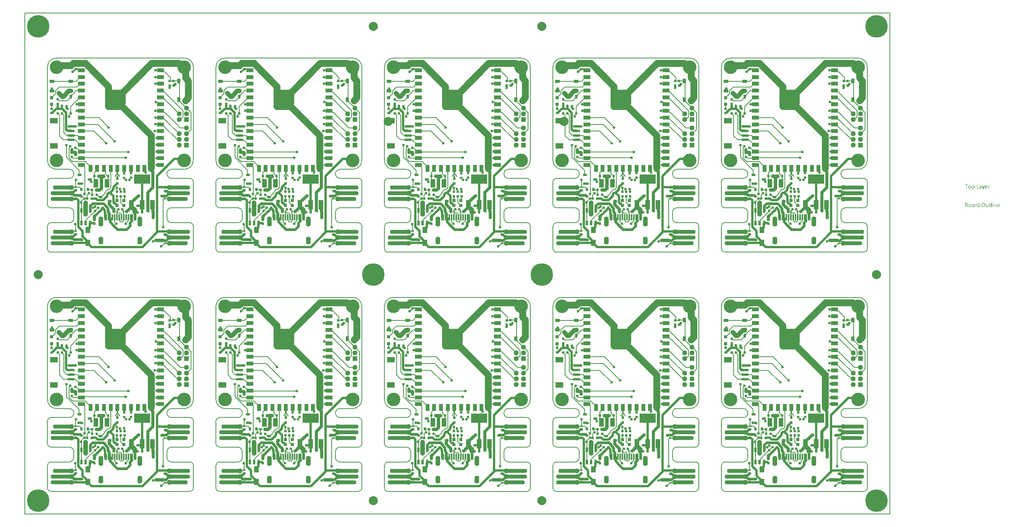
<source format=gtl>
G04*
G04 #@! TF.GenerationSoftware,Altium Limited,Altium Designer,21.6.1 (37)*
G04*
G04 Layer_Physical_Order=1*
G04 Layer_Color=255*
%FSAX25Y25*%
%MOIN*%
G70*
G04*
G04 #@! TF.SameCoordinates,92E81899-9559-4C3A-BF10-9AA04FA96A9E*
G04*
G04*
G04 #@! TF.FilePolarity,Positive*
G04*
G01*
G75*
%ADD10C,0.07874*%
%ADD11R,0.04331X0.05315*%
%ADD12R,0.03543X0.02362*%
%ADD13R,0.02362X0.03543*%
%ADD14R,0.01968X0.02165*%
%ADD15R,0.02165X0.01968*%
%ADD16R,0.07087X0.04724*%
%ADD17R,0.06102X0.02362*%
%ADD18R,0.14173X0.07874*%
%ADD19R,0.03937X0.07874*%
%ADD20R,0.03150X0.02559*%
%ADD21R,0.01181X0.02165*%
%ADD22R,0.02165X0.01181*%
%ADD23R,0.02362X0.03937*%
%ADD24R,0.01181X0.05709*%
%ADD25R,0.03150X0.03150*%
%ADD26R,0.01968X0.02165*%
%ADD27R,0.04331X0.07480*%
G04:AMPARAMS|DCode=28|XSize=35.43mil|YSize=188.98mil|CornerRadius=13.82mil|HoleSize=0mil|Usage=FLASHONLY|Rotation=270.000|XOffset=0mil|YOffset=0mil|HoleType=Round|Shape=RoundedRectangle|*
%AMROUNDEDRECTD28*
21,1,0.03543,0.16134,0,0,270.0*
21,1,0.00780,0.18898,0,0,270.0*
1,1,0.02764,-0.08067,-0.00390*
1,1,0.02764,-0.08067,0.00390*
1,1,0.02764,0.08067,0.00390*
1,1,0.02764,0.08067,-0.00390*
%
%ADD28ROUNDEDRECTD28*%
G04:AMPARAMS|DCode=29|XSize=35.43mil|YSize=169.29mil|CornerRadius=13.82mil|HoleSize=0mil|Usage=FLASHONLY|Rotation=270.000|XOffset=0mil|YOffset=0mil|HoleType=Round|Shape=RoundedRectangle|*
%AMROUNDEDRECTD29*
21,1,0.03543,0.14165,0,0,270.0*
21,1,0.00780,0.16929,0,0,270.0*
1,1,0.02764,-0.07083,-0.00390*
1,1,0.02764,-0.07083,0.00390*
1,1,0.02764,0.07083,0.00390*
1,1,0.02764,0.07083,-0.00390*
%
%ADD29ROUNDEDRECTD29*%
%ADD30R,0.02165X0.01968*%
%ADD31R,0.04331X0.04331*%
%ADD32R,0.03543X0.05906*%
%ADD33R,0.05906X0.03543*%
%ADD34R,0.02362X0.03150*%
%ADD35C,0.00100*%
%ADD36C,0.01600*%
%ADD37O,0.01001X0.01000*%
%ADD38R,0.04134X0.02559*%
%ADD39R,0.02559X0.04134*%
%ADD40C,0.01968*%
%ADD41C,0.00787*%
%ADD42C,0.03937*%
%ADD43C,0.02756*%
%ADD44C,0.03150*%
%ADD45C,0.02362*%
%ADD46C,0.05906*%
%ADD47C,0.01181*%
%ADD48C,0.01378*%
%ADD49C,0.19685*%
G04:AMPARAMS|DCode=50|XSize=43.31mil|YSize=66.93mil|CornerRadius=19.49mil|HoleSize=0mil|Usage=FLASHONLY|Rotation=0.000|XOffset=0mil|YOffset=0mil|HoleType=Round|Shape=RoundedRectangle|*
%AMROUNDEDRECTD50*
21,1,0.04331,0.02795,0,0,0.0*
21,1,0.00433,0.06693,0,0,0.0*
1,1,0.03898,0.00217,-0.01398*
1,1,0.03898,-0.00217,-0.01398*
1,1,0.03898,-0.00217,0.01398*
1,1,0.03898,0.00217,0.01398*
%
%ADD50ROUNDEDRECTD50*%
G04:AMPARAMS|DCode=51|XSize=43.31mil|YSize=86.61mil|CornerRadius=19.49mil|HoleSize=0mil|Usage=FLASHONLY|Rotation=0.000|XOffset=0mil|YOffset=0mil|HoleType=Round|Shape=RoundedRectangle|*
%AMROUNDEDRECTD51*
21,1,0.04331,0.04764,0,0,0.0*
21,1,0.00433,0.08661,0,0,0.0*
1,1,0.03898,0.00217,-0.02382*
1,1,0.03898,-0.00217,-0.02382*
1,1,0.03898,-0.00217,0.02382*
1,1,0.03898,0.00217,0.02382*
%
%ADD51ROUNDEDRECTD51*%
%ADD52C,0.04370*%
%ADD53C,0.11811*%
%ADD54R,0.04370X0.04370*%
%ADD55C,0.02362*%
G36*
X0649623Y0278310D02*
Y0278102D01*
Y0277046D01*
X0649986Y0276961D01*
X0650615Y0276562D01*
X0651078Y0275978D01*
X0651323Y0275275D01*
Y0274902D01*
Y0274822D01*
X0651262Y0274675D01*
X0651149Y0274562D01*
X0651001Y0274501D01*
X0650842D01*
X0650694Y0274562D01*
X0650581Y0274675D01*
X0650520Y0274822D01*
Y0274902D01*
X0650493Y0275175D01*
X0650284Y0275679D01*
X0649898Y0276065D01*
X0649394Y0276274D01*
X0649121Y0276301D01*
X0648848Y0276274D01*
X0648344Y0276065D01*
X0647959Y0275679D01*
X0647750Y0275175D01*
X0647723Y0274902D01*
Y0274822D01*
X0647662Y0274675D01*
X0647549Y0274562D01*
X0647401Y0274501D01*
X0647241D01*
X0647094Y0274562D01*
X0646981Y0274675D01*
X0646920Y0274822D01*
Y0274902D01*
Y0275275D01*
X0647165Y0275978D01*
X0647628Y0276562D01*
X0648257Y0276961D01*
X0648620Y0277046D01*
Y0277046D01*
Y0278102D01*
Y0278310D01*
X0648914Y0278604D01*
X0649329D01*
X0649623Y0278310D01*
D02*
G37*
G36*
X0502619D02*
Y0278102D01*
Y0277046D01*
X0502982Y0276961D01*
X0503611Y0276562D01*
X0504074Y0275978D01*
X0504319Y0275275D01*
Y0274902D01*
Y0274822D01*
X0504258Y0274675D01*
X0504145Y0274562D01*
X0503997Y0274501D01*
X0503837D01*
X0503690Y0274562D01*
X0503577Y0274675D01*
X0503516Y0274822D01*
Y0274902D01*
X0503489Y0275175D01*
X0503280Y0275679D01*
X0502894Y0276065D01*
X0502390Y0276274D01*
X0502117Y0276301D01*
X0501845Y0276274D01*
X0501340Y0276065D01*
X0500955Y0275679D01*
X0500746Y0275175D01*
X0500719Y0274902D01*
Y0274822D01*
X0500658Y0274675D01*
X0500545Y0274562D01*
X0500397Y0274501D01*
X0500238D01*
X0500090Y0274562D01*
X0499977Y0274675D01*
X0499916Y0274822D01*
Y0274902D01*
Y0275275D01*
X0500161Y0275978D01*
X0500624Y0276562D01*
X0501253Y0276961D01*
X0501616Y0277046D01*
Y0277046D01*
Y0278102D01*
Y0278310D01*
X0501910Y0278604D01*
X0502325D01*
X0502619Y0278310D01*
D02*
G37*
G36*
X0355615D02*
Y0278102D01*
Y0277046D01*
X0355978Y0276961D01*
X0356607Y0276562D01*
X0357070Y0275978D01*
X0357315Y0275275D01*
Y0274902D01*
Y0274822D01*
X0357254Y0274675D01*
X0357141Y0274562D01*
X0356993Y0274501D01*
X0356834D01*
X0356686Y0274562D01*
X0356573Y0274675D01*
X0356512Y0274822D01*
Y0274902D01*
X0356485Y0275175D01*
X0356276Y0275679D01*
X0355890Y0276065D01*
X0355386Y0276274D01*
X0355113Y0276301D01*
X0354841Y0276274D01*
X0354337Y0276065D01*
X0353951Y0275679D01*
X0353742Y0275175D01*
X0353715Y0274902D01*
Y0274822D01*
X0353654Y0274675D01*
X0353541Y0274562D01*
X0353393Y0274501D01*
X0353234D01*
X0353086Y0274562D01*
X0352973Y0274675D01*
X0352912Y0274822D01*
Y0274902D01*
Y0275275D01*
X0353157Y0275978D01*
X0353620Y0276562D01*
X0354249Y0276961D01*
X0354612Y0277046D01*
Y0277046D01*
Y0278102D01*
Y0278310D01*
X0354906Y0278604D01*
X0355321D01*
X0355615Y0278310D01*
D02*
G37*
G36*
X0208611D02*
Y0278102D01*
Y0277046D01*
X0208974Y0276961D01*
X0209603Y0276562D01*
X0210066Y0275978D01*
X0210311Y0275275D01*
Y0274902D01*
Y0274822D01*
X0210250Y0274675D01*
X0210137Y0274562D01*
X0209989Y0274501D01*
X0209830D01*
X0209682Y0274562D01*
X0209569Y0274675D01*
X0209508Y0274822D01*
Y0274902D01*
X0209481Y0275175D01*
X0209272Y0275679D01*
X0208886Y0276065D01*
X0208382Y0276274D01*
X0208109Y0276301D01*
X0207837Y0276274D01*
X0207332Y0276065D01*
X0206947Y0275679D01*
X0206738Y0275175D01*
X0206711Y0274902D01*
Y0274822D01*
X0206650Y0274675D01*
X0206537Y0274562D01*
X0206389Y0274501D01*
X0206230D01*
X0206082Y0274562D01*
X0205969Y0274675D01*
X0205908Y0274822D01*
Y0274902D01*
Y0275275D01*
X0206153Y0275978D01*
X0206616Y0276562D01*
X0207245Y0276961D01*
X0207608Y0277046D01*
Y0277046D01*
Y0278102D01*
Y0278310D01*
X0207902Y0278604D01*
X0208317D01*
X0208611Y0278310D01*
D02*
G37*
G36*
X0061607D02*
Y0278102D01*
Y0277046D01*
X0061970Y0276961D01*
X0062599Y0276562D01*
X0063062Y0275978D01*
X0063307Y0275275D01*
Y0274902D01*
Y0274822D01*
X0063246Y0274675D01*
X0063133Y0274562D01*
X0062985Y0274501D01*
X0062826D01*
X0062678Y0274562D01*
X0062565Y0274675D01*
X0062504Y0274822D01*
Y0274902D01*
X0062477Y0275175D01*
X0062268Y0275679D01*
X0061883Y0276065D01*
X0061378Y0276274D01*
X0061106Y0276301D01*
X0060833Y0276274D01*
X0060329Y0276065D01*
X0059943Y0275679D01*
X0059734Y0275175D01*
X0059707Y0274902D01*
Y0274822D01*
X0059646Y0274675D01*
X0059533Y0274562D01*
X0059385Y0274501D01*
X0059226D01*
X0059078Y0274562D01*
X0058965Y0274675D01*
X0058904Y0274822D01*
Y0274902D01*
Y0275275D01*
X0059149Y0275978D01*
X0059612Y0276562D01*
X0060241Y0276961D01*
X0060604Y0277046D01*
Y0277046D01*
Y0278102D01*
Y0278310D01*
X0060898Y0278604D01*
X0061313D01*
X0061607Y0278310D01*
D02*
G37*
G36*
X0807931Y0266934D02*
X0807975Y0266928D01*
X0808018Y0266921D01*
X0808129Y0266897D01*
X0808253Y0266860D01*
X0808377Y0266798D01*
X0808439Y0266761D01*
X0808501Y0266711D01*
X0808556Y0266662D01*
X0808612Y0266600D01*
X0808618Y0266594D01*
X0808624Y0266587D01*
X0808637Y0266563D01*
X0808655Y0266538D01*
X0808674Y0266507D01*
X0808699Y0266463D01*
X0808724Y0266414D01*
X0808748Y0266364D01*
X0808773Y0266302D01*
X0808798Y0266234D01*
X0808823Y0266160D01*
X0808841Y0266080D01*
X0808872Y0265900D01*
X0808885Y0265801D01*
Y0265696D01*
Y0265690D01*
Y0265671D01*
Y0265634D01*
X0808878Y0265591D01*
Y0265541D01*
X0808866Y0265479D01*
X0808860Y0265411D01*
X0808847Y0265337D01*
X0808810Y0265176D01*
X0808755Y0265009D01*
X0808717Y0264928D01*
X0808680Y0264848D01*
X0808631Y0264767D01*
X0808575Y0264693D01*
X0808569Y0264687D01*
X0808563Y0264675D01*
X0808544Y0264656D01*
X0808519Y0264637D01*
X0808488Y0264606D01*
X0808451Y0264576D01*
X0808408Y0264538D01*
X0808358Y0264507D01*
X0808303Y0264470D01*
X0808241Y0264433D01*
X0808092Y0264377D01*
X0808012Y0264353D01*
X0807931Y0264334D01*
X0807838Y0264322D01*
X0807739Y0264316D01*
X0807690D01*
X0807659Y0264322D01*
X0807616Y0264328D01*
X0807572Y0264340D01*
X0807461Y0264365D01*
X0807343Y0264415D01*
X0807275Y0264452D01*
X0807213Y0264489D01*
X0807151Y0264538D01*
X0807096Y0264594D01*
X0807034Y0264656D01*
X0806984Y0264730D01*
X0806972D01*
Y0263220D01*
X0806569D01*
Y0266884D01*
X0806972D01*
Y0266439D01*
X0806984D01*
X0806990Y0266445D01*
X0806997Y0266463D01*
X0807015Y0266488D01*
X0807040Y0266519D01*
X0807071Y0266556D01*
X0807108Y0266600D01*
X0807151Y0266643D01*
X0807207Y0266692D01*
X0807263Y0266736D01*
X0807325Y0266779D01*
X0807399Y0266823D01*
X0807473Y0266860D01*
X0807560Y0266897D01*
X0807653Y0266921D01*
X0807746Y0266934D01*
X0807851Y0266940D01*
X0807900D01*
X0807931Y0266934D01*
D02*
G37*
G36*
X0822044Y0266921D02*
X0822119Y0266915D01*
X0822162Y0266903D01*
X0822193Y0266891D01*
Y0266476D01*
X0822187Y0266482D01*
X0822174Y0266488D01*
X0822150Y0266501D01*
X0822119Y0266519D01*
X0822075Y0266532D01*
X0822020Y0266544D01*
X0821958Y0266550D01*
X0821890Y0266556D01*
X0821877D01*
X0821846Y0266550D01*
X0821797Y0266544D01*
X0821741Y0266525D01*
X0821667Y0266494D01*
X0821599Y0266451D01*
X0821525Y0266389D01*
X0821456Y0266309D01*
X0821450Y0266296D01*
X0821432Y0266265D01*
X0821401Y0266210D01*
X0821370Y0266135D01*
X0821339Y0266043D01*
X0821308Y0265925D01*
X0821289Y0265795D01*
X0821283Y0265646D01*
Y0264371D01*
X0820881D01*
Y0266884D01*
X0821283D01*
Y0266364D01*
X0821296D01*
Y0266371D01*
X0821302Y0266377D01*
X0821314Y0266408D01*
X0821333Y0266457D01*
X0821364Y0266519D01*
X0821395Y0266581D01*
X0821444Y0266649D01*
X0821494Y0266717D01*
X0821556Y0266779D01*
X0821562Y0266785D01*
X0821586Y0266804D01*
X0821624Y0266829D01*
X0821673Y0266853D01*
X0821729Y0266878D01*
X0821797Y0266903D01*
X0821871Y0266921D01*
X0821952Y0266928D01*
X0822007D01*
X0822044Y0266921D01*
D02*
G37*
G36*
X0816665Y0263969D02*
X0816659Y0263963D01*
X0816653Y0263938D01*
X0816634Y0263895D01*
X0816610Y0263845D01*
X0816579Y0263789D01*
X0816535Y0263721D01*
X0816492Y0263653D01*
X0816442Y0263579D01*
X0816381Y0263505D01*
X0816319Y0263437D01*
X0816244Y0263369D01*
X0816164Y0263313D01*
X0816084Y0263263D01*
X0815991Y0263220D01*
X0815898Y0263195D01*
X0815793Y0263189D01*
X0815737D01*
X0815700Y0263195D01*
X0815619Y0263208D01*
X0815533Y0263226D01*
Y0263585D01*
X0815539D01*
X0815557Y0263579D01*
X0815582Y0263573D01*
X0815613Y0263567D01*
X0815687Y0263548D01*
X0815768Y0263542D01*
X0815780D01*
X0815817Y0263548D01*
X0815873Y0263560D01*
X0815941Y0263585D01*
X0816015Y0263629D01*
X0816053Y0263659D01*
X0816090Y0263697D01*
X0816127Y0263734D01*
X0816164Y0263783D01*
X0816195Y0263839D01*
X0816226Y0263901D01*
X0816430Y0264371D01*
X0815446Y0266884D01*
X0815892D01*
X0816572Y0264947D01*
Y0264941D01*
X0816579Y0264928D01*
X0816585Y0264910D01*
X0816591Y0264885D01*
X0816597Y0264848D01*
X0816610Y0264811D01*
X0816622Y0264755D01*
X0816641D01*
Y0264767D01*
X0816653Y0264805D01*
X0816665Y0264860D01*
X0816690Y0264941D01*
X0817402Y0266884D01*
X0817817D01*
X0816665Y0263969D01*
D02*
G37*
G36*
X0814257Y0266934D02*
X0814313Y0266928D01*
X0814381Y0266909D01*
X0814456Y0266891D01*
X0814536Y0266860D01*
X0814623Y0266823D01*
X0814703Y0266773D01*
X0814784Y0266711D01*
X0814858Y0266637D01*
X0814926Y0266544D01*
X0814982Y0266439D01*
X0815025Y0266315D01*
X0815050Y0266173D01*
X0815062Y0266005D01*
Y0264371D01*
X0814660D01*
Y0264761D01*
X0814647D01*
Y0264755D01*
X0814635Y0264743D01*
X0814623Y0264718D01*
X0814598Y0264693D01*
X0814536Y0264619D01*
X0814456Y0264538D01*
X0814344Y0264458D01*
X0814214Y0264384D01*
X0814134Y0264359D01*
X0814053Y0264334D01*
X0813966Y0264322D01*
X0813874Y0264316D01*
X0813836D01*
X0813812Y0264322D01*
X0813744Y0264328D01*
X0813663Y0264340D01*
X0813564Y0264365D01*
X0813471Y0264396D01*
X0813372Y0264445D01*
X0813286Y0264507D01*
X0813279Y0264520D01*
X0813255Y0264545D01*
X0813218Y0264588D01*
X0813180Y0264650D01*
X0813143Y0264724D01*
X0813106Y0264811D01*
X0813081Y0264916D01*
X0813075Y0265034D01*
Y0265040D01*
Y0265065D01*
X0813081Y0265102D01*
X0813087Y0265145D01*
X0813100Y0265201D01*
X0813118Y0265263D01*
X0813143Y0265331D01*
X0813180Y0265399D01*
X0813224Y0265473D01*
X0813279Y0265547D01*
X0813348Y0265616D01*
X0813428Y0265677D01*
X0813521Y0265739D01*
X0813632Y0265789D01*
X0813756Y0265826D01*
X0813905Y0265857D01*
X0814660Y0265962D01*
Y0265968D01*
Y0265987D01*
X0814654Y0266024D01*
Y0266061D01*
X0814641Y0266111D01*
X0814635Y0266166D01*
X0814598Y0266284D01*
X0814567Y0266340D01*
X0814536Y0266395D01*
X0814493Y0266451D01*
X0814443Y0266501D01*
X0814381Y0266544D01*
X0814313Y0266575D01*
X0814233Y0266594D01*
X0814140Y0266600D01*
X0814097D01*
X0814065Y0266594D01*
X0814022D01*
X0813979Y0266581D01*
X0813867Y0266563D01*
X0813744Y0266525D01*
X0813608Y0266470D01*
X0813533Y0266432D01*
X0813465Y0266395D01*
X0813391Y0266346D01*
X0813323Y0266290D01*
Y0266705D01*
X0813329D01*
X0813341Y0266717D01*
X0813360Y0266730D01*
X0813391Y0266742D01*
X0813422Y0266761D01*
X0813465Y0266779D01*
X0813515Y0266798D01*
X0813570Y0266823D01*
X0813694Y0266866D01*
X0813843Y0266903D01*
X0814004Y0266928D01*
X0814177Y0266940D01*
X0814214D01*
X0814257Y0266934D01*
D02*
G37*
G36*
X0811367Y0264743D02*
X0812778D01*
Y0264371D01*
X0810952D01*
Y0267887D01*
X0811367D01*
Y0264743D01*
D02*
G37*
G36*
X0803128Y0267516D02*
X0802113D01*
Y0264371D01*
X0801704D01*
Y0267516D01*
X0800689D01*
Y0267887D01*
X0803128D01*
Y0267516D01*
D02*
G37*
G36*
X0819321Y0266934D02*
X0819364Y0266928D01*
X0819407Y0266921D01*
X0819519Y0266903D01*
X0819643Y0266860D01*
X0819767Y0266804D01*
X0819828Y0266767D01*
X0819890Y0266723D01*
X0819946Y0266674D01*
X0820002Y0266618D01*
X0820008Y0266612D01*
X0820014Y0266606D01*
X0820026Y0266587D01*
X0820045Y0266563D01*
X0820064Y0266525D01*
X0820088Y0266488D01*
X0820113Y0266445D01*
X0820138Y0266389D01*
X0820163Y0266327D01*
X0820187Y0266265D01*
X0820212Y0266191D01*
X0820231Y0266111D01*
X0820249Y0266024D01*
X0820262Y0265937D01*
X0820274Y0265838D01*
Y0265733D01*
Y0265523D01*
X0818498D01*
Y0265516D01*
Y0265504D01*
Y0265486D01*
X0818504Y0265455D01*
X0818510Y0265417D01*
Y0265380D01*
X0818528Y0265281D01*
X0818559Y0265182D01*
X0818597Y0265071D01*
X0818652Y0264966D01*
X0818720Y0264873D01*
X0818733Y0264860D01*
X0818758Y0264836D01*
X0818807Y0264805D01*
X0818875Y0264761D01*
X0818962Y0264718D01*
X0819061Y0264687D01*
X0819178Y0264662D01*
X0819315Y0264650D01*
X0819358D01*
X0819389Y0264656D01*
X0819426D01*
X0819469Y0264662D01*
X0819575Y0264687D01*
X0819692Y0264718D01*
X0819822Y0264767D01*
X0819958Y0264836D01*
X0820026Y0264879D01*
X0820095Y0264928D01*
Y0264551D01*
X0820088D01*
X0820082Y0264538D01*
X0820064Y0264532D01*
X0820033Y0264514D01*
X0820002Y0264495D01*
X0819965Y0264476D01*
X0819915Y0264458D01*
X0819866Y0264433D01*
X0819804Y0264408D01*
X0819736Y0264390D01*
X0819587Y0264353D01*
X0819414Y0264328D01*
X0819222Y0264316D01*
X0819172D01*
X0819135Y0264322D01*
X0819092Y0264328D01*
X0819036Y0264334D01*
X0818919Y0264359D01*
X0818782Y0264396D01*
X0818646Y0264458D01*
X0818578Y0264501D01*
X0818510Y0264545D01*
X0818448Y0264594D01*
X0818386Y0264656D01*
X0818380Y0264662D01*
X0818374Y0264675D01*
X0818361Y0264693D01*
X0818337Y0264718D01*
X0818318Y0264755D01*
X0818293Y0264798D01*
X0818262Y0264848D01*
X0818238Y0264904D01*
X0818207Y0264966D01*
X0818182Y0265040D01*
X0818151Y0265120D01*
X0818132Y0265207D01*
X0818114Y0265300D01*
X0818095Y0265399D01*
X0818089Y0265504D01*
X0818083Y0265616D01*
Y0265622D01*
Y0265640D01*
Y0265671D01*
X0818089Y0265715D01*
X0818095Y0265764D01*
X0818101Y0265820D01*
X0818108Y0265888D01*
X0818126Y0265956D01*
X0818163Y0266105D01*
X0818219Y0266265D01*
X0818256Y0266346D01*
X0818306Y0266420D01*
X0818355Y0266501D01*
X0818411Y0266569D01*
X0818417Y0266575D01*
X0818429Y0266587D01*
X0818448Y0266606D01*
X0818473Y0266624D01*
X0818504Y0266655D01*
X0818541Y0266686D01*
X0818590Y0266717D01*
X0818640Y0266754D01*
X0818758Y0266823D01*
X0818900Y0266884D01*
X0818980Y0266903D01*
X0819061Y0266921D01*
X0819147Y0266934D01*
X0819240Y0266940D01*
X0819290D01*
X0819321Y0266934D01*
D02*
G37*
G36*
X0804830D02*
X0804873Y0266928D01*
X0804929Y0266921D01*
X0805053Y0266897D01*
X0805195Y0266853D01*
X0805338Y0266792D01*
X0805412Y0266754D01*
X0805480Y0266711D01*
X0805548Y0266655D01*
X0805610Y0266594D01*
X0805616Y0266587D01*
X0805622Y0266575D01*
X0805641Y0266556D01*
X0805659Y0266532D01*
X0805684Y0266494D01*
X0805709Y0266451D01*
X0805740Y0266402D01*
X0805771Y0266346D01*
X0805796Y0266278D01*
X0805827Y0266210D01*
X0805851Y0266129D01*
X0805876Y0266043D01*
X0805895Y0265950D01*
X0805913Y0265851D01*
X0805919Y0265745D01*
X0805926Y0265634D01*
Y0265628D01*
Y0265609D01*
Y0265578D01*
X0805919Y0265535D01*
X0805913Y0265486D01*
X0805907Y0265424D01*
X0805895Y0265362D01*
X0805882Y0265287D01*
X0805845Y0265139D01*
X0805783Y0264978D01*
X0805746Y0264897D01*
X0805697Y0264817D01*
X0805647Y0264743D01*
X0805585Y0264675D01*
X0805579Y0264668D01*
X0805567Y0264662D01*
X0805548Y0264644D01*
X0805523Y0264619D01*
X0805486Y0264594D01*
X0805449Y0264563D01*
X0805400Y0264526D01*
X0805344Y0264495D01*
X0805282Y0264464D01*
X0805214Y0264427D01*
X0805140Y0264396D01*
X0805059Y0264371D01*
X0804972Y0264347D01*
X0804880Y0264334D01*
X0804781Y0264322D01*
X0804675Y0264316D01*
X0804620D01*
X0804583Y0264322D01*
X0804539Y0264328D01*
X0804483Y0264334D01*
X0804422Y0264347D01*
X0804353Y0264359D01*
X0804211Y0264402D01*
X0804062Y0264464D01*
X0803988Y0264501D01*
X0803920Y0264551D01*
X0803852Y0264600D01*
X0803784Y0264662D01*
X0803778Y0264668D01*
X0803772Y0264681D01*
X0803753Y0264699D01*
X0803734Y0264724D01*
X0803710Y0264761D01*
X0803679Y0264805D01*
X0803648Y0264854D01*
X0803623Y0264910D01*
X0803592Y0264978D01*
X0803561Y0265046D01*
X0803530Y0265120D01*
X0803505Y0265207D01*
X0803468Y0265393D01*
X0803462Y0265492D01*
X0803456Y0265597D01*
Y0265603D01*
Y0265628D01*
Y0265659D01*
X0803462Y0265702D01*
X0803468Y0265752D01*
X0803475Y0265813D01*
X0803487Y0265882D01*
X0803499Y0265956D01*
X0803536Y0266117D01*
X0803598Y0266278D01*
X0803642Y0266358D01*
X0803685Y0266439D01*
X0803734Y0266513D01*
X0803796Y0266581D01*
X0803802Y0266587D01*
X0803815Y0266600D01*
X0803833Y0266612D01*
X0803858Y0266637D01*
X0803895Y0266662D01*
X0803939Y0266692D01*
X0803988Y0266730D01*
X0804044Y0266761D01*
X0804106Y0266792D01*
X0804180Y0266829D01*
X0804254Y0266860D01*
X0804341Y0266884D01*
X0804428Y0266909D01*
X0804527Y0266928D01*
X0804632Y0266934D01*
X0804737Y0266940D01*
X0804793D01*
X0804830Y0266934D01*
D02*
G37*
G36*
X0824898Y0251948D02*
X0824923D01*
X0824979Y0251924D01*
X0825010Y0251905D01*
X0825040Y0251880D01*
X0825047Y0251874D01*
X0825053Y0251868D01*
X0825084Y0251831D01*
X0825109Y0251769D01*
X0825115Y0251732D01*
X0825121Y0251695D01*
Y0251689D01*
Y0251676D01*
X0825115Y0251658D01*
X0825109Y0251633D01*
X0825090Y0251571D01*
X0825065Y0251540D01*
X0825040Y0251509D01*
X0825034D01*
X0825028Y0251497D01*
X0824991Y0251472D01*
X0824935Y0251447D01*
X0824898Y0251441D01*
X0824861Y0251435D01*
X0824842D01*
X0824824Y0251441D01*
X0824799D01*
X0824737Y0251466D01*
X0824706Y0251478D01*
X0824675Y0251503D01*
Y0251509D01*
X0824663Y0251515D01*
X0824650Y0251534D01*
X0824638Y0251552D01*
X0824613Y0251614D01*
X0824607Y0251651D01*
X0824601Y0251695D01*
Y0251701D01*
Y0251713D01*
X0824607Y0251732D01*
X0824613Y0251763D01*
X0824632Y0251818D01*
X0824650Y0251850D01*
X0824675Y0251880D01*
X0824681Y0251887D01*
X0824688Y0251893D01*
X0824725Y0251918D01*
X0824787Y0251942D01*
X0824824Y0251955D01*
X0824879D01*
X0824898Y0251948D01*
D02*
G37*
G36*
X0812908Y0248284D02*
X0812506D01*
Y0248705D01*
X0812493D01*
Y0248699D01*
X0812481Y0248686D01*
X0812462Y0248662D01*
X0812444Y0248631D01*
X0812413Y0248594D01*
X0812376Y0248556D01*
X0812332Y0248513D01*
X0812283Y0248470D01*
X0812227Y0248420D01*
X0812159Y0248377D01*
X0812091Y0248340D01*
X0812010Y0248303D01*
X0811930Y0248272D01*
X0811837Y0248247D01*
X0811738Y0248235D01*
X0811633Y0248228D01*
X0811590D01*
X0811552Y0248235D01*
X0811515Y0248241D01*
X0811466Y0248247D01*
X0811360Y0248272D01*
X0811237Y0248309D01*
X0811113Y0248371D01*
X0811045Y0248408D01*
X0810989Y0248451D01*
X0810927Y0248507D01*
X0810872Y0248563D01*
Y0248569D01*
X0810859Y0248581D01*
X0810847Y0248600D01*
X0810828Y0248624D01*
X0810810Y0248656D01*
X0810785Y0248699D01*
X0810760Y0248748D01*
X0810735Y0248804D01*
X0810704Y0248866D01*
X0810680Y0248934D01*
X0810655Y0249008D01*
X0810636Y0249089D01*
X0810618Y0249175D01*
X0810605Y0249274D01*
X0810599Y0249374D01*
X0810593Y0249479D01*
Y0249485D01*
Y0249503D01*
Y0249541D01*
X0810599Y0249584D01*
X0810605Y0249634D01*
X0810612Y0249695D01*
X0810618Y0249763D01*
X0810630Y0249838D01*
X0810667Y0249999D01*
X0810723Y0250166D01*
X0810760Y0250246D01*
X0810803Y0250327D01*
X0810847Y0250401D01*
X0810903Y0250475D01*
X0810909Y0250482D01*
X0810915Y0250494D01*
X0810933Y0250512D01*
X0810958Y0250537D01*
X0810989Y0250562D01*
X0811032Y0250593D01*
X0811076Y0250630D01*
X0811125Y0250667D01*
X0811249Y0250735D01*
X0811392Y0250797D01*
X0811472Y0250816D01*
X0811559Y0250834D01*
X0811645Y0250847D01*
X0811744Y0250853D01*
X0811794D01*
X0811831Y0250847D01*
X0811868Y0250840D01*
X0811918Y0250834D01*
X0812029Y0250803D01*
X0812153Y0250754D01*
X0812215Y0250723D01*
X0812277Y0250680D01*
X0812339Y0250636D01*
X0812394Y0250581D01*
X0812444Y0250519D01*
X0812493Y0250444D01*
X0812506D01*
Y0252004D01*
X0812908D01*
Y0248284D01*
D02*
G37*
G36*
X0827176Y0250847D02*
X0827250Y0250840D01*
X0827343Y0250822D01*
X0827442Y0250791D01*
X0827547Y0250742D01*
X0827653Y0250673D01*
X0827696Y0250636D01*
X0827739Y0250587D01*
X0827752Y0250574D01*
X0827776Y0250537D01*
X0827807Y0250475D01*
X0827851Y0250389D01*
X0827888Y0250283D01*
X0827925Y0250153D01*
X0827950Y0249999D01*
X0827956Y0249819D01*
Y0248284D01*
X0827554D01*
Y0249714D01*
Y0249720D01*
Y0249751D01*
X0827547Y0249788D01*
Y0249838D01*
X0827535Y0249900D01*
X0827523Y0249968D01*
X0827504Y0250042D01*
X0827479Y0250116D01*
X0827448Y0250191D01*
X0827411Y0250259D01*
X0827362Y0250327D01*
X0827306Y0250389D01*
X0827244Y0250438D01*
X0827164Y0250475D01*
X0827077Y0250506D01*
X0826972Y0250512D01*
X0826959D01*
X0826922Y0250506D01*
X0826867Y0250500D01*
X0826798Y0250482D01*
X0826718Y0250457D01*
X0826631Y0250413D01*
X0826551Y0250358D01*
X0826470Y0250283D01*
X0826464Y0250271D01*
X0826439Y0250246D01*
X0826408Y0250197D01*
X0826371Y0250129D01*
X0826334Y0250048D01*
X0826303Y0249949D01*
X0826278Y0249838D01*
X0826272Y0249714D01*
Y0248284D01*
X0825870D01*
Y0250797D01*
X0826272D01*
Y0250376D01*
X0826285D01*
X0826291Y0250382D01*
X0826297Y0250395D01*
X0826316Y0250420D01*
X0826340Y0250451D01*
X0826365Y0250488D01*
X0826402Y0250525D01*
X0826446Y0250568D01*
X0826495Y0250618D01*
X0826551Y0250661D01*
X0826613Y0250704D01*
X0826681Y0250742D01*
X0826755Y0250779D01*
X0826829Y0250810D01*
X0826916Y0250834D01*
X0827009Y0250847D01*
X0827108Y0250853D01*
X0827145D01*
X0827176Y0250847D01*
D02*
G37*
G36*
X0810178Y0250834D02*
X0810252Y0250828D01*
X0810296Y0250816D01*
X0810327Y0250803D01*
Y0250389D01*
X0810321Y0250395D01*
X0810308Y0250401D01*
X0810283Y0250413D01*
X0810252Y0250432D01*
X0810209Y0250444D01*
X0810153Y0250457D01*
X0810092Y0250463D01*
X0810023Y0250469D01*
X0810011D01*
X0809980Y0250463D01*
X0809931Y0250457D01*
X0809875Y0250438D01*
X0809801Y0250407D01*
X0809733Y0250364D01*
X0809658Y0250302D01*
X0809590Y0250221D01*
X0809584Y0250209D01*
X0809565Y0250178D01*
X0809534Y0250122D01*
X0809503Y0250048D01*
X0809473Y0249955D01*
X0809442Y0249838D01*
X0809423Y0249708D01*
X0809417Y0249559D01*
Y0248284D01*
X0809015D01*
Y0250797D01*
X0809417D01*
Y0250277D01*
X0809429D01*
Y0250283D01*
X0809435Y0250290D01*
X0809448Y0250321D01*
X0809466Y0250370D01*
X0809497Y0250432D01*
X0809528Y0250494D01*
X0809578Y0250562D01*
X0809627Y0250630D01*
X0809689Y0250692D01*
X0809695Y0250698D01*
X0809720Y0250717D01*
X0809757Y0250742D01*
X0809807Y0250766D01*
X0809863Y0250791D01*
X0809931Y0250816D01*
X0810005Y0250834D01*
X0810085Y0250840D01*
X0810141D01*
X0810178Y0250834D01*
D02*
G37*
G36*
X0820918Y0248284D02*
X0820516D01*
Y0248680D01*
X0820503D01*
Y0248674D01*
X0820491Y0248662D01*
X0820478Y0248637D01*
X0820454Y0248612D01*
X0820398Y0248538D01*
X0820311Y0248457D01*
X0820262Y0248414D01*
X0820206Y0248371D01*
X0820144Y0248334D01*
X0820070Y0248296D01*
X0819996Y0248272D01*
X0819915Y0248247D01*
X0819822Y0248235D01*
X0819729Y0248228D01*
X0819692D01*
X0819649Y0248235D01*
X0819587Y0248247D01*
X0819519Y0248259D01*
X0819445Y0248284D01*
X0819364Y0248315D01*
X0819284Y0248364D01*
X0819197Y0248420D01*
X0819117Y0248488D01*
X0819042Y0248575D01*
X0818974Y0248680D01*
X0818912Y0248798D01*
X0818869Y0248940D01*
X0818844Y0249107D01*
X0818832Y0249194D01*
Y0249293D01*
Y0250797D01*
X0819228D01*
Y0249355D01*
Y0249349D01*
Y0249324D01*
X0819234Y0249281D01*
X0819240Y0249231D01*
X0819247Y0249169D01*
X0819259Y0249107D01*
X0819277Y0249033D01*
X0819302Y0248959D01*
X0819339Y0248885D01*
X0819377Y0248816D01*
X0819426Y0248748D01*
X0819488Y0248686D01*
X0819556Y0248637D01*
X0819637Y0248600D01*
X0819736Y0248569D01*
X0819841Y0248563D01*
X0819853D01*
X0819890Y0248569D01*
X0819946Y0248575D01*
X0820008Y0248587D01*
X0820088Y0248618D01*
X0820169Y0248656D01*
X0820249Y0248705D01*
X0820324Y0248779D01*
X0820330Y0248792D01*
X0820355Y0248816D01*
X0820385Y0248866D01*
X0820423Y0248934D01*
X0820454Y0249014D01*
X0820485Y0249113D01*
X0820509Y0249225D01*
X0820516Y0249349D01*
Y0250797D01*
X0820918D01*
Y0248284D01*
D02*
G37*
G36*
X0825053D02*
X0824650D01*
Y0250797D01*
X0825053D01*
Y0248284D01*
D02*
G37*
G36*
X0823833D02*
X0823431D01*
Y0252004D01*
X0823833D01*
Y0248284D01*
D02*
G37*
G36*
X0807455Y0250847D02*
X0807510Y0250840D01*
X0807578Y0250822D01*
X0807653Y0250803D01*
X0807733Y0250772D01*
X0807820Y0250735D01*
X0807900Y0250686D01*
X0807981Y0250624D01*
X0808055Y0250550D01*
X0808123Y0250457D01*
X0808179Y0250352D01*
X0808222Y0250228D01*
X0808247Y0250085D01*
X0808259Y0249918D01*
Y0248284D01*
X0807857D01*
Y0248674D01*
X0807845D01*
Y0248668D01*
X0807832Y0248656D01*
X0807820Y0248631D01*
X0807795Y0248606D01*
X0807733Y0248532D01*
X0807653Y0248451D01*
X0807541Y0248371D01*
X0807411Y0248296D01*
X0807331Y0248272D01*
X0807250Y0248247D01*
X0807164Y0248235D01*
X0807071Y0248228D01*
X0807034D01*
X0807009Y0248235D01*
X0806941Y0248241D01*
X0806860Y0248253D01*
X0806761Y0248278D01*
X0806668Y0248309D01*
X0806569Y0248358D01*
X0806483Y0248420D01*
X0806477Y0248433D01*
X0806452Y0248457D01*
X0806415Y0248501D01*
X0806378Y0248563D01*
X0806340Y0248637D01*
X0806303Y0248724D01*
X0806279Y0248829D01*
X0806272Y0248946D01*
Y0248953D01*
Y0248977D01*
X0806279Y0249014D01*
X0806285Y0249058D01*
X0806297Y0249113D01*
X0806316Y0249175D01*
X0806340Y0249243D01*
X0806378Y0249312D01*
X0806421Y0249386D01*
X0806477Y0249460D01*
X0806545Y0249528D01*
X0806625Y0249590D01*
X0806718Y0249652D01*
X0806829Y0249702D01*
X0806953Y0249739D01*
X0807102Y0249770D01*
X0807857Y0249875D01*
Y0249881D01*
Y0249900D01*
X0807851Y0249937D01*
Y0249974D01*
X0807838Y0250023D01*
X0807832Y0250079D01*
X0807795Y0250197D01*
X0807764Y0250253D01*
X0807733Y0250308D01*
X0807690Y0250364D01*
X0807640Y0250413D01*
X0807578Y0250457D01*
X0807510Y0250488D01*
X0807430Y0250506D01*
X0807337Y0250512D01*
X0807294D01*
X0807263Y0250506D01*
X0807219D01*
X0807176Y0250494D01*
X0807065Y0250475D01*
X0806941Y0250438D01*
X0806805Y0250382D01*
X0806730Y0250345D01*
X0806662Y0250308D01*
X0806588Y0250259D01*
X0806520Y0250203D01*
Y0250618D01*
X0806526D01*
X0806538Y0250630D01*
X0806557Y0250642D01*
X0806588Y0250655D01*
X0806619Y0250673D01*
X0806662Y0250692D01*
X0806712Y0250711D01*
X0806767Y0250735D01*
X0806891Y0250779D01*
X0807040Y0250816D01*
X0807201Y0250840D01*
X0807374Y0250853D01*
X0807411D01*
X0807455Y0250847D01*
D02*
G37*
G36*
X0801766Y0251794D02*
X0801809D01*
X0801853Y0251788D01*
X0801952Y0251775D01*
X0802069Y0251744D01*
X0802193Y0251707D01*
X0802311Y0251651D01*
X0802416Y0251577D01*
X0802422D01*
X0802428Y0251565D01*
X0802459Y0251540D01*
X0802503Y0251490D01*
X0802552Y0251422D01*
X0802596Y0251336D01*
X0802639Y0251237D01*
X0802670Y0251125D01*
X0802682Y0251063D01*
Y0250995D01*
Y0250989D01*
Y0250983D01*
Y0250946D01*
X0802676Y0250890D01*
X0802664Y0250822D01*
X0802645Y0250735D01*
X0802614Y0250649D01*
X0802577Y0250562D01*
X0802521Y0250475D01*
X0802515Y0250463D01*
X0802490Y0250438D01*
X0802453Y0250401D01*
X0802404Y0250352D01*
X0802342Y0250302D01*
X0802267Y0250246D01*
X0802175Y0250203D01*
X0802075Y0250160D01*
Y0250153D01*
X0802094D01*
X0802113Y0250147D01*
X0802131Y0250141D01*
X0802199Y0250129D01*
X0802280Y0250104D01*
X0802366Y0250067D01*
X0802459Y0250023D01*
X0802552Y0249961D01*
X0802639Y0249881D01*
X0802651Y0249869D01*
X0802676Y0249838D01*
X0802707Y0249794D01*
X0802750Y0249726D01*
X0802787Y0249640D01*
X0802824Y0249541D01*
X0802849Y0249423D01*
X0802855Y0249293D01*
Y0249287D01*
Y0249274D01*
Y0249250D01*
X0802849Y0249219D01*
X0802843Y0249182D01*
X0802837Y0249138D01*
X0802812Y0249033D01*
X0802775Y0248915D01*
X0802719Y0248792D01*
X0802682Y0248736D01*
X0802639Y0248674D01*
X0802583Y0248618D01*
X0802527Y0248563D01*
X0802521D01*
X0802515Y0248550D01*
X0802496Y0248538D01*
X0802472Y0248519D01*
X0802441Y0248501D01*
X0802397Y0248476D01*
X0802305Y0248426D01*
X0802187Y0248371D01*
X0802051Y0248327D01*
X0801890Y0248296D01*
X0801809Y0248290D01*
X0801717Y0248284D01*
X0800689D01*
Y0251800D01*
X0801735D01*
X0801766Y0251794D01*
D02*
G37*
G36*
X0822261Y0250797D02*
X0822899D01*
Y0250451D01*
X0822261D01*
Y0249033D01*
Y0249021D01*
Y0248990D01*
X0822267Y0248946D01*
X0822274Y0248891D01*
X0822298Y0248773D01*
X0822317Y0248717D01*
X0822348Y0248674D01*
X0822354Y0248668D01*
X0822366Y0248656D01*
X0822385Y0248643D01*
X0822416Y0248624D01*
X0822453Y0248600D01*
X0822503Y0248587D01*
X0822564Y0248575D01*
X0822633Y0248569D01*
X0822657D01*
X0822688Y0248575D01*
X0822725Y0248581D01*
X0822812Y0248606D01*
X0822855Y0248624D01*
X0822899Y0248649D01*
Y0248303D01*
X0822892D01*
X0822874Y0248290D01*
X0822843Y0248284D01*
X0822800Y0248272D01*
X0822744Y0248259D01*
X0822682Y0248247D01*
X0822608Y0248241D01*
X0822521Y0248235D01*
X0822490D01*
X0822459Y0248241D01*
X0822416Y0248247D01*
X0822366Y0248259D01*
X0822311Y0248272D01*
X0822255Y0248296D01*
X0822193Y0248327D01*
X0822131Y0248364D01*
X0822069Y0248414D01*
X0822013Y0248470D01*
X0821964Y0248544D01*
X0821921Y0248624D01*
X0821890Y0248724D01*
X0821865Y0248835D01*
X0821859Y0248965D01*
Y0250451D01*
X0821432D01*
Y0250797D01*
X0821859D01*
Y0251410D01*
X0822261Y0251540D01*
Y0250797D01*
D02*
G37*
G36*
X0829788Y0250847D02*
X0829832Y0250840D01*
X0829875Y0250834D01*
X0829986Y0250816D01*
X0830110Y0250772D01*
X0830234Y0250717D01*
X0830296Y0250680D01*
X0830358Y0250636D01*
X0830413Y0250587D01*
X0830469Y0250531D01*
X0830475Y0250525D01*
X0830481Y0250519D01*
X0830494Y0250500D01*
X0830512Y0250475D01*
X0830531Y0250438D01*
X0830556Y0250401D01*
X0830581Y0250358D01*
X0830605Y0250302D01*
X0830630Y0250240D01*
X0830655Y0250178D01*
X0830680Y0250104D01*
X0830698Y0250023D01*
X0830717Y0249937D01*
X0830729Y0249850D01*
X0830741Y0249751D01*
Y0249646D01*
Y0249435D01*
X0828965D01*
Y0249429D01*
Y0249417D01*
Y0249398D01*
X0828971Y0249367D01*
X0828977Y0249330D01*
Y0249293D01*
X0828996Y0249194D01*
X0829027Y0249095D01*
X0829064Y0248984D01*
X0829120Y0248878D01*
X0829188Y0248785D01*
X0829200Y0248773D01*
X0829225Y0248748D01*
X0829274Y0248717D01*
X0829342Y0248674D01*
X0829429Y0248631D01*
X0829528Y0248600D01*
X0829646Y0248575D01*
X0829782Y0248563D01*
X0829825D01*
X0829856Y0248569D01*
X0829893D01*
X0829937Y0248575D01*
X0830042Y0248600D01*
X0830159Y0248631D01*
X0830289Y0248680D01*
X0830426Y0248748D01*
X0830494Y0248792D01*
X0830562Y0248841D01*
Y0248464D01*
X0830556D01*
X0830550Y0248451D01*
X0830531Y0248445D01*
X0830500Y0248426D01*
X0830469Y0248408D01*
X0830432Y0248389D01*
X0830382Y0248371D01*
X0830333Y0248346D01*
X0830271Y0248321D01*
X0830203Y0248303D01*
X0830054Y0248266D01*
X0829881Y0248241D01*
X0829689Y0248228D01*
X0829640D01*
X0829602Y0248235D01*
X0829559Y0248241D01*
X0829503Y0248247D01*
X0829386Y0248272D01*
X0829250Y0248309D01*
X0829113Y0248371D01*
X0829045Y0248414D01*
X0828977Y0248457D01*
X0828915Y0248507D01*
X0828854Y0248569D01*
X0828847Y0248575D01*
X0828841Y0248587D01*
X0828829Y0248606D01*
X0828804Y0248631D01*
X0828785Y0248668D01*
X0828761Y0248711D01*
X0828730Y0248761D01*
X0828705Y0248816D01*
X0828674Y0248878D01*
X0828649Y0248953D01*
X0828618Y0249033D01*
X0828600Y0249120D01*
X0828581Y0249213D01*
X0828563Y0249312D01*
X0828556Y0249417D01*
X0828550Y0249528D01*
Y0249534D01*
Y0249553D01*
Y0249584D01*
X0828556Y0249627D01*
X0828563Y0249677D01*
X0828569Y0249732D01*
X0828575Y0249801D01*
X0828594Y0249869D01*
X0828631Y0250017D01*
X0828686Y0250178D01*
X0828724Y0250259D01*
X0828773Y0250333D01*
X0828823Y0250413D01*
X0828878Y0250482D01*
X0828884Y0250488D01*
X0828897Y0250500D01*
X0828915Y0250519D01*
X0828940Y0250537D01*
X0828971Y0250568D01*
X0829008Y0250599D01*
X0829058Y0250630D01*
X0829107Y0250667D01*
X0829225Y0250735D01*
X0829367Y0250797D01*
X0829448Y0250816D01*
X0829528Y0250834D01*
X0829615Y0250847D01*
X0829708Y0250853D01*
X0829757D01*
X0829788Y0250847D01*
D02*
G37*
G36*
X0816746Y0251856D02*
X0816808Y0251850D01*
X0816882Y0251837D01*
X0816963Y0251818D01*
X0817049Y0251800D01*
X0817136Y0251775D01*
X0817235Y0251744D01*
X0817328Y0251701D01*
X0817427Y0251651D01*
X0817526Y0251596D01*
X0817619Y0251528D01*
X0817712Y0251453D01*
X0817798Y0251367D01*
X0817804Y0251361D01*
X0817817Y0251342D01*
X0817841Y0251317D01*
X0817866Y0251280D01*
X0817903Y0251231D01*
X0817941Y0251169D01*
X0817978Y0251100D01*
X0818021Y0251026D01*
X0818064Y0250933D01*
X0818101Y0250840D01*
X0818139Y0250735D01*
X0818176Y0250618D01*
X0818200Y0250500D01*
X0818225Y0250370D01*
X0818238Y0250228D01*
X0818244Y0250085D01*
Y0250073D01*
Y0250048D01*
Y0250005D01*
X0818238Y0249943D01*
X0818231Y0249869D01*
X0818219Y0249788D01*
X0818207Y0249695D01*
X0818188Y0249590D01*
X0818163Y0249485D01*
X0818132Y0249374D01*
X0818095Y0249262D01*
X0818052Y0249151D01*
X0817996Y0249033D01*
X0817934Y0248928D01*
X0817866Y0248823D01*
X0817786Y0248724D01*
X0817780Y0248717D01*
X0817767Y0248705D01*
X0817736Y0248680D01*
X0817705Y0248649D01*
X0817656Y0248606D01*
X0817600Y0248569D01*
X0817538Y0248519D01*
X0817464Y0248476D01*
X0817383Y0248433D01*
X0817290Y0248383D01*
X0817192Y0248346D01*
X0817080Y0248309D01*
X0816963Y0248272D01*
X0816839Y0248247D01*
X0816709Y0248235D01*
X0816566Y0248228D01*
X0816535D01*
X0816492Y0248235D01*
X0816442D01*
X0816381Y0248241D01*
X0816306Y0248253D01*
X0816226Y0248272D01*
X0816133Y0248290D01*
X0816040Y0248315D01*
X0815941Y0248346D01*
X0815842Y0248389D01*
X0815743Y0248433D01*
X0815644Y0248488D01*
X0815545Y0248556D01*
X0815452Y0248631D01*
X0815365Y0248717D01*
X0815359Y0248724D01*
X0815347Y0248742D01*
X0815322Y0248767D01*
X0815297Y0248804D01*
X0815260Y0248853D01*
X0815223Y0248915D01*
X0815186Y0248984D01*
X0815143Y0249064D01*
X0815099Y0249151D01*
X0815062Y0249243D01*
X0815025Y0249349D01*
X0814988Y0249466D01*
X0814963Y0249584D01*
X0814938Y0249714D01*
X0814926Y0249856D01*
X0814920Y0249999D01*
Y0250011D01*
Y0250036D01*
X0814926Y0250079D01*
Y0250141D01*
X0814932Y0250209D01*
X0814944Y0250296D01*
X0814957Y0250389D01*
X0814975Y0250488D01*
X0815000Y0250593D01*
X0815031Y0250704D01*
X0815068Y0250816D01*
X0815112Y0250927D01*
X0815167Y0251039D01*
X0815229Y0251150D01*
X0815297Y0251255D01*
X0815378Y0251354D01*
X0815384Y0251361D01*
X0815396Y0251379D01*
X0815427Y0251404D01*
X0815464Y0251435D01*
X0815508Y0251472D01*
X0815563Y0251515D01*
X0815632Y0251559D01*
X0815706Y0251608D01*
X0815793Y0251658D01*
X0815885Y0251701D01*
X0815985Y0251744D01*
X0816096Y0251781D01*
X0816220Y0251812D01*
X0816350Y0251843D01*
X0816486Y0251856D01*
X0816628Y0251862D01*
X0816696D01*
X0816746Y0251856D01*
D02*
G37*
G36*
X0804719Y0250847D02*
X0804762Y0250840D01*
X0804818Y0250834D01*
X0804941Y0250810D01*
X0805084Y0250766D01*
X0805226Y0250704D01*
X0805301Y0250667D01*
X0805369Y0250624D01*
X0805437Y0250568D01*
X0805499Y0250506D01*
X0805505Y0250500D01*
X0805511Y0250488D01*
X0805529Y0250469D01*
X0805548Y0250444D01*
X0805573Y0250407D01*
X0805598Y0250364D01*
X0805629Y0250314D01*
X0805659Y0250259D01*
X0805684Y0250191D01*
X0805715Y0250122D01*
X0805740Y0250042D01*
X0805765Y0249955D01*
X0805783Y0249863D01*
X0805802Y0249763D01*
X0805808Y0249658D01*
X0805814Y0249547D01*
Y0249541D01*
Y0249522D01*
Y0249491D01*
X0805808Y0249448D01*
X0805802Y0249398D01*
X0805796Y0249336D01*
X0805783Y0249274D01*
X0805771Y0249200D01*
X0805734Y0249052D01*
X0805672Y0248891D01*
X0805635Y0248810D01*
X0805585Y0248730D01*
X0805536Y0248656D01*
X0805474Y0248587D01*
X0805468Y0248581D01*
X0805455Y0248575D01*
X0805437Y0248556D01*
X0805412Y0248532D01*
X0805375Y0248507D01*
X0805338Y0248476D01*
X0805288Y0248439D01*
X0805232Y0248408D01*
X0805171Y0248377D01*
X0805102Y0248340D01*
X0805028Y0248309D01*
X0804948Y0248284D01*
X0804861Y0248259D01*
X0804768Y0248247D01*
X0804669Y0248235D01*
X0804564Y0248228D01*
X0804508D01*
X0804471Y0248235D01*
X0804428Y0248241D01*
X0804372Y0248247D01*
X0804310Y0248259D01*
X0804242Y0248272D01*
X0804100Y0248315D01*
X0803951Y0248377D01*
X0803877Y0248414D01*
X0803809Y0248464D01*
X0803741Y0248513D01*
X0803673Y0248575D01*
X0803666Y0248581D01*
X0803660Y0248594D01*
X0803642Y0248612D01*
X0803623Y0248637D01*
X0803598Y0248674D01*
X0803567Y0248717D01*
X0803536Y0248767D01*
X0803512Y0248823D01*
X0803481Y0248891D01*
X0803450Y0248959D01*
X0803419Y0249033D01*
X0803394Y0249120D01*
X0803357Y0249305D01*
X0803351Y0249404D01*
X0803345Y0249510D01*
Y0249516D01*
Y0249541D01*
Y0249572D01*
X0803351Y0249615D01*
X0803357Y0249664D01*
X0803363Y0249726D01*
X0803375Y0249794D01*
X0803388Y0249869D01*
X0803425Y0250030D01*
X0803487Y0250191D01*
X0803530Y0250271D01*
X0803574Y0250352D01*
X0803623Y0250426D01*
X0803685Y0250494D01*
X0803691Y0250500D01*
X0803703Y0250512D01*
X0803722Y0250525D01*
X0803747Y0250550D01*
X0803784Y0250574D01*
X0803827Y0250605D01*
X0803877Y0250642D01*
X0803932Y0250673D01*
X0803994Y0250704D01*
X0804069Y0250742D01*
X0804143Y0250772D01*
X0804230Y0250797D01*
X0804316Y0250822D01*
X0804415Y0250840D01*
X0804521Y0250847D01*
X0804626Y0250853D01*
X0804681D01*
X0804719Y0250847D01*
D02*
G37*
G36*
X0649623Y0069491D02*
Y0069283D01*
Y0068227D01*
X0649986Y0068142D01*
X0650615Y0067743D01*
X0651078Y0067159D01*
X0651323Y0066456D01*
Y0066083D01*
Y0066003D01*
X0651262Y0065856D01*
X0651149Y0065743D01*
X0651001Y0065682D01*
X0650842D01*
X0650694Y0065743D01*
X0650581Y0065856D01*
X0650520Y0066003D01*
Y0066083D01*
X0650493Y0066356D01*
X0650284Y0066860D01*
X0649898Y0067246D01*
X0649394Y0067455D01*
X0649121Y0067482D01*
X0648848Y0067455D01*
X0648344Y0067246D01*
X0647959Y0066860D01*
X0647750Y0066356D01*
X0647723Y0066083D01*
Y0066003D01*
X0647662Y0065856D01*
X0647549Y0065743D01*
X0647401Y0065682D01*
X0647241D01*
X0647094Y0065743D01*
X0646981Y0065856D01*
X0646920Y0066003D01*
Y0066083D01*
Y0066456D01*
X0647165Y0067159D01*
X0647628Y0067743D01*
X0648257Y0068142D01*
X0648620Y0068227D01*
Y0068227D01*
Y0069283D01*
Y0069491D01*
X0648914Y0069785D01*
X0649329D01*
X0649623Y0069491D01*
D02*
G37*
G36*
X0502619D02*
Y0069283D01*
Y0068227D01*
X0502982Y0068142D01*
X0503611Y0067743D01*
X0504074Y0067159D01*
X0504319Y0066456D01*
Y0066083D01*
Y0066003D01*
X0504258Y0065856D01*
X0504145Y0065743D01*
X0503997Y0065682D01*
X0503837D01*
X0503690Y0065743D01*
X0503577Y0065856D01*
X0503516Y0066003D01*
Y0066083D01*
X0503489Y0066356D01*
X0503280Y0066860D01*
X0502894Y0067246D01*
X0502390Y0067455D01*
X0502117Y0067482D01*
X0501845Y0067455D01*
X0501340Y0067246D01*
X0500955Y0066860D01*
X0500746Y0066356D01*
X0500719Y0066083D01*
Y0066003D01*
X0500658Y0065856D01*
X0500545Y0065743D01*
X0500397Y0065682D01*
X0500238D01*
X0500090Y0065743D01*
X0499977Y0065856D01*
X0499916Y0066003D01*
Y0066083D01*
Y0066456D01*
X0500161Y0067159D01*
X0500624Y0067743D01*
X0501253Y0068142D01*
X0501616Y0068227D01*
Y0068227D01*
Y0069283D01*
Y0069491D01*
X0501910Y0069785D01*
X0502325D01*
X0502619Y0069491D01*
D02*
G37*
G36*
X0355615D02*
Y0069283D01*
Y0068227D01*
X0355978Y0068142D01*
X0356607Y0067743D01*
X0357070Y0067159D01*
X0357315Y0066456D01*
Y0066083D01*
Y0066003D01*
X0357254Y0065856D01*
X0357141Y0065743D01*
X0356993Y0065682D01*
X0356834D01*
X0356686Y0065743D01*
X0356573Y0065856D01*
X0356512Y0066003D01*
Y0066083D01*
X0356485Y0066356D01*
X0356276Y0066860D01*
X0355890Y0067246D01*
X0355386Y0067455D01*
X0355113Y0067482D01*
X0354841Y0067455D01*
X0354337Y0067246D01*
X0353951Y0066860D01*
X0353742Y0066356D01*
X0353715Y0066083D01*
Y0066003D01*
X0353654Y0065856D01*
X0353541Y0065743D01*
X0353393Y0065682D01*
X0353234D01*
X0353086Y0065743D01*
X0352973Y0065856D01*
X0352912Y0066003D01*
Y0066083D01*
Y0066456D01*
X0353157Y0067159D01*
X0353620Y0067743D01*
X0354249Y0068142D01*
X0354612Y0068227D01*
Y0068227D01*
Y0069283D01*
Y0069491D01*
X0354906Y0069785D01*
X0355321D01*
X0355615Y0069491D01*
D02*
G37*
G36*
X0208611D02*
Y0069283D01*
Y0068227D01*
X0208974Y0068142D01*
X0209603Y0067743D01*
X0210066Y0067159D01*
X0210311Y0066456D01*
Y0066083D01*
Y0066003D01*
X0210250Y0065856D01*
X0210137Y0065743D01*
X0209989Y0065682D01*
X0209830D01*
X0209682Y0065743D01*
X0209569Y0065856D01*
X0209508Y0066003D01*
Y0066083D01*
X0209481Y0066356D01*
X0209272Y0066860D01*
X0208886Y0067246D01*
X0208382Y0067455D01*
X0208109Y0067482D01*
X0207837Y0067455D01*
X0207332Y0067246D01*
X0206947Y0066860D01*
X0206738Y0066356D01*
X0206711Y0066083D01*
Y0066003D01*
X0206650Y0065856D01*
X0206537Y0065743D01*
X0206389Y0065682D01*
X0206230D01*
X0206082Y0065743D01*
X0205969Y0065856D01*
X0205908Y0066003D01*
Y0066083D01*
Y0066456D01*
X0206153Y0067159D01*
X0206616Y0067743D01*
X0207245Y0068142D01*
X0207608Y0068227D01*
Y0068227D01*
Y0069283D01*
Y0069491D01*
X0207902Y0069785D01*
X0208317D01*
X0208611Y0069491D01*
D02*
G37*
G36*
X0061607D02*
Y0069283D01*
Y0068227D01*
X0061970Y0068142D01*
X0062599Y0067743D01*
X0063062Y0067159D01*
X0063307Y0066456D01*
Y0066083D01*
Y0066003D01*
X0063246Y0065856D01*
X0063133Y0065743D01*
X0062985Y0065682D01*
X0062826D01*
X0062678Y0065743D01*
X0062565Y0065856D01*
X0062504Y0066003D01*
Y0066083D01*
X0062477Y0066356D01*
X0062268Y0066860D01*
X0061883Y0067246D01*
X0061378Y0067455D01*
X0061106Y0067482D01*
X0060833Y0067455D01*
X0060329Y0067246D01*
X0059943Y0066860D01*
X0059734Y0066356D01*
X0059707Y0066083D01*
Y0066003D01*
X0059646Y0065856D01*
X0059533Y0065743D01*
X0059385Y0065682D01*
X0059226D01*
X0059078Y0065743D01*
X0058965Y0065856D01*
X0058904Y0066003D01*
Y0066083D01*
Y0066456D01*
X0059149Y0067159D01*
X0059612Y0067743D01*
X0060241Y0068142D01*
X0060604Y0068227D01*
Y0068227D01*
Y0069283D01*
Y0069491D01*
X0060898Y0069785D01*
X0061313D01*
X0061607Y0069491D01*
D02*
G37*
%LPC*%
G36*
X0807752Y0266600D02*
X0807721D01*
X0807696Y0266594D01*
X0807628Y0266587D01*
X0807547Y0266569D01*
X0807461Y0266538D01*
X0807362Y0266494D01*
X0807269Y0266432D01*
X0807182Y0266352D01*
X0807176Y0266340D01*
X0807151Y0266309D01*
X0807114Y0266259D01*
X0807077Y0266185D01*
X0807040Y0266098D01*
X0807003Y0265993D01*
X0806978Y0265875D01*
X0806972Y0265745D01*
Y0265393D01*
Y0265386D01*
Y0265380D01*
X0806978Y0265343D01*
X0806984Y0265281D01*
X0806997Y0265213D01*
X0807021Y0265126D01*
X0807059Y0265040D01*
X0807108Y0264953D01*
X0807176Y0264866D01*
X0807189Y0264860D01*
X0807213Y0264836D01*
X0807257Y0264798D01*
X0807318Y0264761D01*
X0807393Y0264718D01*
X0807479Y0264687D01*
X0807578Y0264662D01*
X0807690Y0264650D01*
X0807727D01*
X0807752Y0264656D01*
X0807814Y0264662D01*
X0807900Y0264687D01*
X0807987Y0264718D01*
X0808086Y0264767D01*
X0808179Y0264836D01*
X0808222Y0264879D01*
X0808259Y0264928D01*
Y0264934D01*
X0808265Y0264941D01*
X0808278Y0264959D01*
X0808290Y0264978D01*
X0808309Y0265009D01*
X0808327Y0265046D01*
X0808365Y0265133D01*
X0808402Y0265244D01*
X0808439Y0265374D01*
X0808464Y0265529D01*
X0808470Y0265708D01*
Y0265715D01*
Y0265727D01*
Y0265745D01*
Y0265776D01*
X0808464Y0265813D01*
X0808457Y0265851D01*
X0808445Y0265944D01*
X0808420Y0266049D01*
X0808389Y0266160D01*
X0808340Y0266265D01*
X0808278Y0266358D01*
X0808272Y0266371D01*
X0808241Y0266395D01*
X0808197Y0266432D01*
X0808142Y0266482D01*
X0808067Y0266525D01*
X0807975Y0266563D01*
X0807869Y0266587D01*
X0807752Y0266600D01*
D02*
G37*
G36*
X0814660Y0265640D02*
X0814053Y0265553D01*
X0814041D01*
X0814010Y0265547D01*
X0813960Y0265535D01*
X0813898Y0265523D01*
X0813830Y0265504D01*
X0813756Y0265479D01*
X0813694Y0265455D01*
X0813632Y0265417D01*
X0813626Y0265411D01*
X0813608Y0265399D01*
X0813589Y0265374D01*
X0813564Y0265337D01*
X0813533Y0265287D01*
X0813515Y0265226D01*
X0813496Y0265151D01*
X0813490Y0265065D01*
Y0265058D01*
Y0265034D01*
X0813496Y0265003D01*
X0813508Y0264959D01*
X0813521Y0264910D01*
X0813546Y0264860D01*
X0813577Y0264811D01*
X0813620Y0264761D01*
X0813626Y0264755D01*
X0813645Y0264743D01*
X0813676Y0264724D01*
X0813713Y0264705D01*
X0813762Y0264687D01*
X0813824Y0264668D01*
X0813892Y0264656D01*
X0813973Y0264650D01*
X0813985D01*
X0814022Y0264656D01*
X0814078Y0264662D01*
X0814146Y0264675D01*
X0814220Y0264699D01*
X0814307Y0264737D01*
X0814387Y0264792D01*
X0814462Y0264860D01*
X0814468Y0264873D01*
X0814493Y0264897D01*
X0814524Y0264941D01*
X0814561Y0265003D01*
X0814598Y0265083D01*
X0814629Y0265170D01*
X0814654Y0265275D01*
X0814660Y0265386D01*
Y0265640D01*
D02*
G37*
G36*
X0819234Y0266600D02*
X0819185D01*
X0819135Y0266587D01*
X0819067Y0266575D01*
X0818993Y0266550D01*
X0818906Y0266513D01*
X0818826Y0266463D01*
X0818745Y0266395D01*
X0818739Y0266389D01*
X0818714Y0266358D01*
X0818683Y0266315D01*
X0818640Y0266253D01*
X0818597Y0266179D01*
X0818559Y0266086D01*
X0818528Y0265981D01*
X0818504Y0265863D01*
X0819859D01*
Y0265869D01*
Y0265882D01*
Y0265894D01*
Y0265919D01*
X0819853Y0265987D01*
X0819841Y0266061D01*
X0819816Y0266154D01*
X0819791Y0266241D01*
X0819748Y0266327D01*
X0819692Y0266408D01*
X0819686Y0266414D01*
X0819661Y0266439D01*
X0819624Y0266470D01*
X0819575Y0266507D01*
X0819507Y0266538D01*
X0819426Y0266569D01*
X0819339Y0266594D01*
X0819234Y0266600D01*
D02*
G37*
G36*
X0804706D02*
X0804669D01*
X0804644Y0266594D01*
X0804570Y0266587D01*
X0804483Y0266569D01*
X0804384Y0266538D01*
X0804279Y0266488D01*
X0804180Y0266420D01*
X0804131Y0266383D01*
X0804087Y0266334D01*
X0804075Y0266321D01*
X0804050Y0266284D01*
X0804019Y0266228D01*
X0803976Y0266148D01*
X0803932Y0266043D01*
X0803902Y0265919D01*
X0803877Y0265776D01*
X0803864Y0265609D01*
Y0265603D01*
Y0265591D01*
Y0265566D01*
X0803871Y0265535D01*
Y0265498D01*
X0803877Y0265455D01*
X0803895Y0265355D01*
X0803920Y0265244D01*
X0803963Y0265126D01*
X0804019Y0265009D01*
X0804093Y0264904D01*
X0804106Y0264891D01*
X0804137Y0264866D01*
X0804186Y0264823D01*
X0804254Y0264780D01*
X0804341Y0264730D01*
X0804446Y0264687D01*
X0804570Y0264662D01*
X0804706Y0264650D01*
X0804743D01*
X0804768Y0264656D01*
X0804842Y0264662D01*
X0804929Y0264681D01*
X0805022Y0264712D01*
X0805127Y0264755D01*
X0805220Y0264817D01*
X0805307Y0264897D01*
X0805313Y0264910D01*
X0805338Y0264947D01*
X0805375Y0265003D01*
X0805412Y0265083D01*
X0805449Y0265188D01*
X0805486Y0265312D01*
X0805511Y0265455D01*
X0805517Y0265622D01*
Y0265628D01*
Y0265640D01*
Y0265665D01*
Y0265702D01*
X0805511Y0265739D01*
X0805505Y0265783D01*
X0805492Y0265888D01*
X0805468Y0266005D01*
X0805431Y0266123D01*
X0805375Y0266241D01*
X0805307Y0266346D01*
X0805294Y0266358D01*
X0805270Y0266383D01*
X0805220Y0266426D01*
X0805152Y0266476D01*
X0805065Y0266519D01*
X0804966Y0266563D01*
X0804842Y0266587D01*
X0804706Y0266600D01*
D02*
G37*
G36*
X0811794Y0250512D02*
X0811757D01*
X0811732Y0250506D01*
X0811664Y0250500D01*
X0811583Y0250482D01*
X0811491Y0250444D01*
X0811392Y0250395D01*
X0811299Y0250333D01*
X0811255Y0250290D01*
X0811212Y0250240D01*
X0811206Y0250228D01*
X0811181Y0250191D01*
X0811144Y0250129D01*
X0811107Y0250048D01*
X0811070Y0249943D01*
X0811032Y0249813D01*
X0811008Y0249664D01*
X0811001Y0249497D01*
Y0249491D01*
Y0249479D01*
Y0249454D01*
X0811008Y0249423D01*
Y0249392D01*
X0811014Y0249349D01*
X0811026Y0249250D01*
X0811051Y0249138D01*
X0811088Y0249027D01*
X0811138Y0248915D01*
X0811206Y0248810D01*
X0811218Y0248798D01*
X0811243Y0248773D01*
X0811286Y0248730D01*
X0811348Y0248686D01*
X0811429Y0248643D01*
X0811522Y0248600D01*
X0811627Y0248575D01*
X0811751Y0248563D01*
X0811781D01*
X0811806Y0248569D01*
X0811868Y0248575D01*
X0811942Y0248594D01*
X0812029Y0248624D01*
X0812122Y0248662D01*
X0812209Y0248724D01*
X0812295Y0248804D01*
X0812301Y0248816D01*
X0812326Y0248847D01*
X0812363Y0248903D01*
X0812400Y0248971D01*
X0812438Y0249058D01*
X0812475Y0249163D01*
X0812500Y0249287D01*
X0812506Y0249417D01*
Y0249788D01*
Y0249794D01*
Y0249801D01*
Y0249838D01*
X0812493Y0249893D01*
X0812481Y0249968D01*
X0812456Y0250048D01*
X0812419Y0250135D01*
X0812370Y0250221D01*
X0812301Y0250302D01*
X0812295Y0250308D01*
X0812264Y0250333D01*
X0812221Y0250370D01*
X0812165Y0250407D01*
X0812091Y0250444D01*
X0812004Y0250482D01*
X0811905Y0250506D01*
X0811794Y0250512D01*
D02*
G37*
G36*
X0807857Y0249553D02*
X0807250Y0249466D01*
X0807238D01*
X0807207Y0249460D01*
X0807158Y0249448D01*
X0807096Y0249435D01*
X0807028Y0249417D01*
X0806953Y0249392D01*
X0806891Y0249367D01*
X0806829Y0249330D01*
X0806823Y0249324D01*
X0806805Y0249312D01*
X0806786Y0249287D01*
X0806761Y0249250D01*
X0806730Y0249200D01*
X0806712Y0249138D01*
X0806693Y0249064D01*
X0806687Y0248977D01*
Y0248971D01*
Y0248946D01*
X0806693Y0248915D01*
X0806706Y0248872D01*
X0806718Y0248823D01*
X0806743Y0248773D01*
X0806774Y0248724D01*
X0806817Y0248674D01*
X0806823Y0248668D01*
X0806842Y0248656D01*
X0806873Y0248637D01*
X0806910Y0248618D01*
X0806959Y0248600D01*
X0807021Y0248581D01*
X0807089Y0248569D01*
X0807170Y0248563D01*
X0807182D01*
X0807219Y0248569D01*
X0807275Y0248575D01*
X0807343Y0248587D01*
X0807417Y0248612D01*
X0807504Y0248649D01*
X0807585Y0248705D01*
X0807659Y0248773D01*
X0807665Y0248785D01*
X0807690Y0248810D01*
X0807721Y0248853D01*
X0807758Y0248915D01*
X0807795Y0248996D01*
X0807826Y0249083D01*
X0807851Y0249188D01*
X0807857Y0249299D01*
Y0249553D01*
D02*
G37*
G36*
X0801574Y0251429D02*
X0801104D01*
Y0250290D01*
X0801580D01*
X0801642Y0250296D01*
X0801717Y0250308D01*
X0801803Y0250327D01*
X0801896Y0250358D01*
X0801976Y0250395D01*
X0802057Y0250451D01*
X0802063Y0250457D01*
X0802088Y0250482D01*
X0802119Y0250519D01*
X0802156Y0250574D01*
X0802187Y0250636D01*
X0802218Y0250717D01*
X0802243Y0250810D01*
X0802249Y0250915D01*
Y0250921D01*
Y0250940D01*
X0802243Y0250964D01*
X0802236Y0250995D01*
X0802212Y0251076D01*
X0802193Y0251125D01*
X0802162Y0251175D01*
X0802131Y0251218D01*
X0802082Y0251268D01*
X0802032Y0251311D01*
X0801964Y0251348D01*
X0801890Y0251379D01*
X0801797Y0251404D01*
X0801692Y0251422D01*
X0801574Y0251429D01*
D02*
G37*
G36*
Y0249918D02*
X0801104D01*
Y0248656D01*
X0801723D01*
X0801785Y0248662D01*
X0801871Y0248674D01*
X0801958Y0248699D01*
X0802051Y0248724D01*
X0802144Y0248767D01*
X0802224Y0248823D01*
X0802230Y0248829D01*
X0802255Y0248853D01*
X0802286Y0248891D01*
X0802323Y0248946D01*
X0802360Y0249014D01*
X0802391Y0249095D01*
X0802416Y0249194D01*
X0802422Y0249299D01*
Y0249305D01*
Y0249324D01*
X0802416Y0249355D01*
X0802410Y0249398D01*
X0802397Y0249442D01*
X0802379Y0249497D01*
X0802354Y0249553D01*
X0802317Y0249609D01*
X0802274Y0249664D01*
X0802218Y0249720D01*
X0802150Y0249776D01*
X0802063Y0249819D01*
X0801970Y0249863D01*
X0801853Y0249893D01*
X0801723Y0249912D01*
X0801574Y0249918D01*
D02*
G37*
G36*
X0829702Y0250512D02*
X0829652D01*
X0829602Y0250500D01*
X0829534Y0250488D01*
X0829460Y0250463D01*
X0829373Y0250426D01*
X0829293Y0250376D01*
X0829212Y0250308D01*
X0829206Y0250302D01*
X0829181Y0250271D01*
X0829151Y0250228D01*
X0829107Y0250166D01*
X0829064Y0250092D01*
X0829027Y0249999D01*
X0828996Y0249893D01*
X0828971Y0249776D01*
X0830327D01*
Y0249782D01*
Y0249794D01*
Y0249807D01*
Y0249832D01*
X0830320Y0249900D01*
X0830308Y0249974D01*
X0830283Y0250067D01*
X0830259Y0250153D01*
X0830215Y0250240D01*
X0830159Y0250321D01*
X0830153Y0250327D01*
X0830129Y0250352D01*
X0830091Y0250382D01*
X0830042Y0250420D01*
X0829974Y0250451D01*
X0829893Y0250482D01*
X0829807Y0250506D01*
X0829702Y0250512D01*
D02*
G37*
G36*
X0816597Y0251484D02*
X0816542D01*
X0816504Y0251478D01*
X0816455Y0251472D01*
X0816405Y0251466D01*
X0816343Y0251453D01*
X0816275Y0251435D01*
X0816133Y0251385D01*
X0816059Y0251354D01*
X0815978Y0251317D01*
X0815904Y0251268D01*
X0815830Y0251212D01*
X0815762Y0251150D01*
X0815693Y0251082D01*
X0815687Y0251076D01*
X0815681Y0251063D01*
X0815663Y0251039D01*
X0815638Y0251008D01*
X0815613Y0250971D01*
X0815588Y0250921D01*
X0815557Y0250865D01*
X0815526Y0250803D01*
X0815489Y0250729D01*
X0815458Y0250655D01*
X0815434Y0250568D01*
X0815409Y0250475D01*
X0815384Y0250376D01*
X0815365Y0250265D01*
X0815359Y0250153D01*
X0815353Y0250036D01*
Y0250030D01*
Y0250005D01*
Y0249974D01*
X0815359Y0249931D01*
X0815365Y0249875D01*
X0815372Y0249807D01*
X0815384Y0249739D01*
X0815396Y0249664D01*
X0815434Y0249497D01*
X0815495Y0249318D01*
X0815533Y0249231D01*
X0815576Y0249151D01*
X0815632Y0249064D01*
X0815687Y0248990D01*
X0815693Y0248984D01*
X0815706Y0248971D01*
X0815724Y0248953D01*
X0815749Y0248928D01*
X0815780Y0248897D01*
X0815823Y0248866D01*
X0815873Y0248829D01*
X0815923Y0248792D01*
X0815985Y0248755D01*
X0816053Y0248717D01*
X0816201Y0248656D01*
X0816288Y0248631D01*
X0816374Y0248612D01*
X0816467Y0248600D01*
X0816566Y0248594D01*
X0816622D01*
X0816665Y0248600D01*
X0816709Y0248606D01*
X0816771Y0248612D01*
X0816833Y0248624D01*
X0816901Y0248643D01*
X0817043Y0248686D01*
X0817123Y0248717D01*
X0817198Y0248755D01*
X0817272Y0248798D01*
X0817346Y0248847D01*
X0817414Y0248903D01*
X0817482Y0248971D01*
X0817489Y0248977D01*
X0817495Y0248990D01*
X0817513Y0249008D01*
X0817532Y0249039D01*
X0817563Y0249083D01*
X0817588Y0249126D01*
X0817619Y0249182D01*
X0817650Y0249243D01*
X0817680Y0249318D01*
X0817712Y0249398D01*
X0817742Y0249485D01*
X0817767Y0249578D01*
X0817786Y0249677D01*
X0817804Y0249788D01*
X0817811Y0249906D01*
X0817817Y0250030D01*
Y0250036D01*
Y0250061D01*
Y0250098D01*
X0817811Y0250141D01*
X0817804Y0250203D01*
X0817798Y0250271D01*
X0817792Y0250345D01*
X0817773Y0250426D01*
X0817736Y0250593D01*
X0817680Y0250772D01*
X0817643Y0250859D01*
X0817600Y0250946D01*
X0817544Y0251026D01*
X0817489Y0251100D01*
X0817482Y0251107D01*
X0817476Y0251119D01*
X0817458Y0251138D01*
X0817427Y0251162D01*
X0817396Y0251187D01*
X0817359Y0251224D01*
X0817309Y0251255D01*
X0817260Y0251292D01*
X0817198Y0251329D01*
X0817130Y0251361D01*
X0817055Y0251398D01*
X0816975Y0251422D01*
X0816888Y0251447D01*
X0816801Y0251466D01*
X0816702Y0251478D01*
X0816597Y0251484D01*
D02*
G37*
G36*
X0804595Y0250512D02*
X0804558D01*
X0804533Y0250506D01*
X0804459Y0250500D01*
X0804372Y0250482D01*
X0804273Y0250451D01*
X0804168Y0250401D01*
X0804069Y0250333D01*
X0804019Y0250296D01*
X0803976Y0250246D01*
X0803963Y0250234D01*
X0803939Y0250197D01*
X0803908Y0250141D01*
X0803864Y0250061D01*
X0803821Y0249955D01*
X0803790Y0249832D01*
X0803765Y0249689D01*
X0803753Y0249522D01*
Y0249516D01*
Y0249503D01*
Y0249479D01*
X0803759Y0249448D01*
Y0249411D01*
X0803765Y0249367D01*
X0803784Y0249268D01*
X0803809Y0249157D01*
X0803852Y0249039D01*
X0803908Y0248922D01*
X0803982Y0248816D01*
X0803994Y0248804D01*
X0804025Y0248779D01*
X0804075Y0248736D01*
X0804143Y0248693D01*
X0804230Y0248643D01*
X0804335Y0248600D01*
X0804459Y0248575D01*
X0804595Y0248563D01*
X0804632D01*
X0804657Y0248569D01*
X0804731Y0248575D01*
X0804818Y0248594D01*
X0804910Y0248624D01*
X0805016Y0248668D01*
X0805109Y0248730D01*
X0805195Y0248810D01*
X0805202Y0248823D01*
X0805226Y0248860D01*
X0805263Y0248915D01*
X0805301Y0248996D01*
X0805338Y0249101D01*
X0805375Y0249225D01*
X0805400Y0249367D01*
X0805406Y0249534D01*
Y0249541D01*
Y0249553D01*
Y0249578D01*
Y0249615D01*
X0805400Y0249652D01*
X0805393Y0249695D01*
X0805381Y0249801D01*
X0805356Y0249918D01*
X0805319Y0250036D01*
X0805263Y0250153D01*
X0805195Y0250259D01*
X0805183Y0250271D01*
X0805158Y0250296D01*
X0805109Y0250339D01*
X0805040Y0250389D01*
X0804954Y0250432D01*
X0804855Y0250475D01*
X0804731Y0250500D01*
X0804595Y0250512D01*
D02*
G37*
%LPD*%
D10*
X-0007874Y0189173D02*
D03*
X0723287D02*
D03*
X0431181Y0405905D02*
D03*
X0284154D02*
D03*
Y-0007874D02*
D03*
X0431181D02*
D03*
X0450787Y0322925D02*
D03*
X0297244D02*
D03*
D11*
X0035313Y0008169D02*
D03*
Y0019390D02*
D03*
Y0008169D02*
D03*
Y0019390D02*
D03*
X0182317Y0008169D02*
D03*
Y0019390D02*
D03*
Y0008169D02*
D03*
Y0019390D02*
D03*
X0329321Y0008169D02*
D03*
Y0019390D02*
D03*
Y0008169D02*
D03*
Y0019390D02*
D03*
X0476325Y0008169D02*
D03*
Y0019390D02*
D03*
Y0008169D02*
D03*
Y0019390D02*
D03*
X0623329Y0008169D02*
D03*
Y0019390D02*
D03*
Y0008169D02*
D03*
Y0019390D02*
D03*
X0035313Y0216988D02*
D03*
Y0228209D02*
D03*
Y0216988D02*
D03*
Y0228209D02*
D03*
X0182317Y0216988D02*
D03*
Y0228209D02*
D03*
Y0216988D02*
D03*
Y0228209D02*
D03*
X0329321Y0216988D02*
D03*
Y0228209D02*
D03*
Y0216988D02*
D03*
Y0228209D02*
D03*
X0476325Y0216988D02*
D03*
Y0228209D02*
D03*
Y0216988D02*
D03*
Y0228209D02*
D03*
X0623329Y0216988D02*
D03*
Y0228209D02*
D03*
Y0216988D02*
D03*
Y0228209D02*
D03*
D12*
X0027922Y0067335D02*
D03*
Y0059855D02*
D03*
X0036977Y0063595D02*
D03*
X0054211Y0044488D02*
D03*
Y0051968D02*
D03*
X0046337Y0048228D02*
D03*
X0174926Y0067335D02*
D03*
Y0059855D02*
D03*
X0183981Y0063595D02*
D03*
X0201215Y0044488D02*
D03*
Y0051968D02*
D03*
X0193341Y0048228D02*
D03*
X0321930Y0067335D02*
D03*
Y0059855D02*
D03*
X0330985Y0063595D02*
D03*
X0348219Y0044488D02*
D03*
Y0051968D02*
D03*
X0340345Y0048228D02*
D03*
X0468934Y0067335D02*
D03*
Y0059855D02*
D03*
X0477989Y0063595D02*
D03*
X0495223Y0044488D02*
D03*
Y0051968D02*
D03*
X0487349Y0048228D02*
D03*
X0615938Y0067335D02*
D03*
Y0059855D02*
D03*
X0624993Y0063595D02*
D03*
X0642227Y0044488D02*
D03*
Y0051968D02*
D03*
X0634352Y0048228D02*
D03*
X0027922Y0276154D02*
D03*
Y0268673D02*
D03*
X0036977Y0272414D02*
D03*
X0054211Y0253307D02*
D03*
Y0260787D02*
D03*
X0046337Y0257047D02*
D03*
X0174926Y0276154D02*
D03*
Y0268673D02*
D03*
X0183981Y0272414D02*
D03*
X0201215Y0253307D02*
D03*
Y0260787D02*
D03*
X0193341Y0257047D02*
D03*
X0321930Y0276154D02*
D03*
Y0268673D02*
D03*
X0330985Y0272414D02*
D03*
X0348219Y0253307D02*
D03*
Y0260787D02*
D03*
X0340345Y0257047D02*
D03*
X0468934Y0276154D02*
D03*
Y0268673D02*
D03*
X0477989Y0272414D02*
D03*
X0495223Y0253307D02*
D03*
Y0260787D02*
D03*
X0487349Y0257047D02*
D03*
X0615938Y0276154D02*
D03*
Y0268673D02*
D03*
X0624993Y0272414D02*
D03*
X0642227Y0253307D02*
D03*
Y0260787D02*
D03*
X0634352Y0257047D02*
D03*
D13*
X0020451Y0135827D02*
D03*
X0012970D02*
D03*
X0016711Y0126772D02*
D03*
X0167455Y0135827D02*
D03*
X0159975D02*
D03*
X0163715Y0126772D02*
D03*
X0314459Y0135827D02*
D03*
X0306978D02*
D03*
X0310719Y0126772D02*
D03*
X0461463Y0135827D02*
D03*
X0453982D02*
D03*
X0457723Y0126772D02*
D03*
X0608467Y0135827D02*
D03*
X0600986D02*
D03*
X0604727Y0126772D02*
D03*
X0020451Y0344646D02*
D03*
X0012970D02*
D03*
X0016711Y0335591D02*
D03*
X0167455Y0344646D02*
D03*
X0159975D02*
D03*
X0163715Y0335591D02*
D03*
X0314459Y0344646D02*
D03*
X0306978D02*
D03*
X0310719Y0335591D02*
D03*
X0461463Y0344646D02*
D03*
X0453982D02*
D03*
X0457723Y0335591D02*
D03*
X0608467Y0344646D02*
D03*
X0600986D02*
D03*
X0604727Y0335591D02*
D03*
D14*
X0016415Y0121161D02*
D03*
X0020352D02*
D03*
X0091889Y0035879D02*
D03*
X0087952D02*
D03*
X0078699Y0034895D02*
D03*
X0082636D02*
D03*
X0033443Y0040453D02*
D03*
X0037380D02*
D03*
X0029408Y0043406D02*
D03*
X0033345D02*
D03*
X0038561Y0046752D02*
D03*
X0034624D02*
D03*
X0044467Y0038681D02*
D03*
X0048404D02*
D03*
X0038938Y0050228D02*
D03*
X0042875D02*
D03*
X0163419Y0121161D02*
D03*
X0167356D02*
D03*
X0238893Y0035879D02*
D03*
X0234956D02*
D03*
X0225703Y0034895D02*
D03*
X0229640D02*
D03*
X0180447Y0040453D02*
D03*
X0184384D02*
D03*
X0176411Y0043406D02*
D03*
X0180349D02*
D03*
X0185565Y0046752D02*
D03*
X0181628D02*
D03*
X0191471Y0038681D02*
D03*
X0195407D02*
D03*
X0185942Y0050228D02*
D03*
X0189879D02*
D03*
X0310423Y0121161D02*
D03*
X0314360D02*
D03*
X0385897Y0035879D02*
D03*
X0381960D02*
D03*
X0372707Y0034895D02*
D03*
X0376644D02*
D03*
X0327451Y0040453D02*
D03*
X0331388D02*
D03*
X0323415Y0043406D02*
D03*
X0327352D02*
D03*
X0332569Y0046752D02*
D03*
X0328632D02*
D03*
X0338474Y0038681D02*
D03*
X0342411D02*
D03*
X0332946Y0050228D02*
D03*
X0336883D02*
D03*
X0457427Y0121161D02*
D03*
X0461364D02*
D03*
X0532901Y0035879D02*
D03*
X0528964D02*
D03*
X0519711Y0034895D02*
D03*
X0523648D02*
D03*
X0474455Y0040453D02*
D03*
X0478392D02*
D03*
X0470419Y0043406D02*
D03*
X0474356D02*
D03*
X0479573Y0046752D02*
D03*
X0475636D02*
D03*
X0485478Y0038681D02*
D03*
X0489415D02*
D03*
X0479950Y0050228D02*
D03*
X0483887D02*
D03*
X0604431Y0121161D02*
D03*
X0608368D02*
D03*
X0679905Y0035879D02*
D03*
X0675968D02*
D03*
X0666715Y0034895D02*
D03*
X0670652D02*
D03*
X0621459Y0040453D02*
D03*
X0625396D02*
D03*
X0617423Y0043406D02*
D03*
X0621360D02*
D03*
X0626577Y0046752D02*
D03*
X0622640D02*
D03*
X0632482Y0038681D02*
D03*
X0636419D02*
D03*
X0626954Y0050228D02*
D03*
X0630891D02*
D03*
X0016415Y0329980D02*
D03*
X0020352D02*
D03*
X0091889Y0244698D02*
D03*
X0087952D02*
D03*
X0078699Y0243714D02*
D03*
X0082636D02*
D03*
X0033443Y0249272D02*
D03*
X0037380D02*
D03*
X0029408Y0252224D02*
D03*
X0033345D02*
D03*
X0038561Y0255571D02*
D03*
X0034624D02*
D03*
X0044467Y0247500D02*
D03*
X0048404D02*
D03*
X0038938Y0259047D02*
D03*
X0042875D02*
D03*
X0163419Y0329980D02*
D03*
X0167356D02*
D03*
X0238893Y0244698D02*
D03*
X0234956D02*
D03*
X0225703Y0243714D02*
D03*
X0229640D02*
D03*
X0180447Y0249272D02*
D03*
X0184384D02*
D03*
X0176411Y0252224D02*
D03*
X0180349D02*
D03*
X0185565Y0255571D02*
D03*
X0181628D02*
D03*
X0191471Y0247500D02*
D03*
X0195407D02*
D03*
X0185942Y0259047D02*
D03*
X0189879D02*
D03*
X0310423Y0329980D02*
D03*
X0314360D02*
D03*
X0385897Y0244698D02*
D03*
X0381960D02*
D03*
X0372707Y0243714D02*
D03*
X0376644D02*
D03*
X0327451Y0249272D02*
D03*
X0331388D02*
D03*
X0323415Y0252224D02*
D03*
X0327352D02*
D03*
X0332569Y0255571D02*
D03*
X0328632D02*
D03*
X0338474Y0247500D02*
D03*
X0342411D02*
D03*
X0332946Y0259047D02*
D03*
X0336883D02*
D03*
X0457427Y0329980D02*
D03*
X0461364D02*
D03*
X0532901Y0244698D02*
D03*
X0528964D02*
D03*
X0519711Y0243714D02*
D03*
X0523648D02*
D03*
X0474455Y0249272D02*
D03*
X0478392D02*
D03*
X0470419Y0252224D02*
D03*
X0474356D02*
D03*
X0479573Y0255571D02*
D03*
X0475636D02*
D03*
X0485478Y0247500D02*
D03*
X0489415D02*
D03*
X0479950Y0259047D02*
D03*
X0483887D02*
D03*
X0604431Y0329980D02*
D03*
X0608368D02*
D03*
X0679905Y0244698D02*
D03*
X0675968D02*
D03*
X0666715Y0243714D02*
D03*
X0670652D02*
D03*
X0621459Y0249272D02*
D03*
X0625396D02*
D03*
X0617423Y0252224D02*
D03*
X0621360D02*
D03*
X0626577Y0255571D02*
D03*
X0622640D02*
D03*
X0632482Y0247500D02*
D03*
X0636419D02*
D03*
X0626954Y0259047D02*
D03*
X0630891D02*
D03*
D15*
X0008935Y0129429D02*
D03*
Y0133366D02*
D03*
X0041120Y0024705D02*
D03*
Y0028642D02*
D03*
X0021238Y0083268D02*
D03*
Y0087205D02*
D03*
X0024289Y0087205D02*
D03*
Y0091142D02*
D03*
X0041621Y0039936D02*
D03*
Y0035999D02*
D03*
X0063856Y0052756D02*
D03*
Y0048819D02*
D03*
X0067301D02*
D03*
Y0052756D02*
D03*
X0060795D02*
D03*
Y0048819D02*
D03*
X0061106Y0060197D02*
D03*
Y0064134D02*
D03*
X0073010Y0068996D02*
D03*
Y0065059D02*
D03*
X0032163Y0050787D02*
D03*
Y0046850D02*
D03*
X0003620Y0125295D02*
D03*
Y0121358D02*
D03*
X0066908Y0068898D02*
D03*
Y0064961D02*
D03*
X0110116Y0145571D02*
D03*
Y0149508D02*
D03*
X0012675Y0121260D02*
D03*
Y0125197D02*
D03*
X0009033D02*
D03*
Y0121260D02*
D03*
X0155939Y0129429D02*
D03*
Y0133366D02*
D03*
X0188124Y0024705D02*
D03*
Y0028642D02*
D03*
X0168242Y0083268D02*
D03*
Y0087205D02*
D03*
X0171293Y0087205D02*
D03*
Y0091142D02*
D03*
X0188625Y0039936D02*
D03*
Y0035999D02*
D03*
X0210860Y0052756D02*
D03*
Y0048819D02*
D03*
X0214305D02*
D03*
Y0052756D02*
D03*
X0207799D02*
D03*
Y0048819D02*
D03*
X0208109Y0060197D02*
D03*
Y0064134D02*
D03*
X0220014Y0068996D02*
D03*
Y0065059D02*
D03*
X0179167Y0050787D02*
D03*
Y0046850D02*
D03*
X0150624Y0125295D02*
D03*
Y0121358D02*
D03*
X0213912Y0068898D02*
D03*
Y0064961D02*
D03*
X0257120Y0145571D02*
D03*
Y0149508D02*
D03*
X0159679Y0121260D02*
D03*
Y0125197D02*
D03*
X0156037D02*
D03*
Y0121260D02*
D03*
X0302943Y0129429D02*
D03*
Y0133366D02*
D03*
X0335128Y0024705D02*
D03*
Y0028642D02*
D03*
X0315246Y0083268D02*
D03*
Y0087205D02*
D03*
X0318297Y0087205D02*
D03*
Y0091142D02*
D03*
X0335629Y0039936D02*
D03*
Y0035999D02*
D03*
X0357864Y0052756D02*
D03*
Y0048819D02*
D03*
X0361309D02*
D03*
Y0052756D02*
D03*
X0354803D02*
D03*
Y0048819D02*
D03*
X0355113Y0060197D02*
D03*
Y0064134D02*
D03*
X0367018Y0068996D02*
D03*
Y0065059D02*
D03*
X0326171Y0050787D02*
D03*
Y0046850D02*
D03*
X0297628Y0125295D02*
D03*
Y0121358D02*
D03*
X0360915Y0068898D02*
D03*
Y0064961D02*
D03*
X0404124Y0145571D02*
D03*
Y0149508D02*
D03*
X0306683Y0121260D02*
D03*
Y0125197D02*
D03*
X0303041D02*
D03*
Y0121260D02*
D03*
X0449947Y0129429D02*
D03*
Y0133366D02*
D03*
X0482132Y0024705D02*
D03*
Y0028642D02*
D03*
X0462250Y0083268D02*
D03*
Y0087205D02*
D03*
X0465301Y0087205D02*
D03*
Y0091142D02*
D03*
X0482632Y0039936D02*
D03*
Y0035999D02*
D03*
X0504868Y0052756D02*
D03*
Y0048819D02*
D03*
X0508313D02*
D03*
Y0052756D02*
D03*
X0501807D02*
D03*
Y0048819D02*
D03*
X0502117Y0060197D02*
D03*
Y0064134D02*
D03*
X0514022Y0068996D02*
D03*
Y0065059D02*
D03*
X0473175Y0050787D02*
D03*
Y0046850D02*
D03*
X0444632Y0125295D02*
D03*
Y0121358D02*
D03*
X0507919Y0068898D02*
D03*
Y0064961D02*
D03*
X0551128Y0145571D02*
D03*
Y0149508D02*
D03*
X0453687Y0121260D02*
D03*
Y0125197D02*
D03*
X0450045D02*
D03*
Y0121260D02*
D03*
X0596951Y0129429D02*
D03*
Y0133366D02*
D03*
X0629136Y0024705D02*
D03*
Y0028642D02*
D03*
X0609254Y0083268D02*
D03*
Y0087205D02*
D03*
X0612305Y0087205D02*
D03*
Y0091142D02*
D03*
X0629636Y0039936D02*
D03*
Y0035999D02*
D03*
X0651872Y0052756D02*
D03*
Y0048819D02*
D03*
X0655317D02*
D03*
Y0052756D02*
D03*
X0648811D02*
D03*
Y0048819D02*
D03*
X0649121Y0060197D02*
D03*
Y0064134D02*
D03*
X0661026Y0068996D02*
D03*
Y0065059D02*
D03*
X0620179Y0050787D02*
D03*
Y0046850D02*
D03*
X0591636Y0125295D02*
D03*
Y0121358D02*
D03*
X0654923Y0068898D02*
D03*
Y0064961D02*
D03*
X0698132Y0145571D02*
D03*
Y0149508D02*
D03*
X0600691Y0121260D02*
D03*
Y0125197D02*
D03*
X0597049D02*
D03*
Y0121260D02*
D03*
X0008935Y0338248D02*
D03*
Y0342185D02*
D03*
X0041120Y0233524D02*
D03*
Y0237461D02*
D03*
X0021238Y0292087D02*
D03*
Y0296024D02*
D03*
X0024289Y0296024D02*
D03*
Y0299961D02*
D03*
X0041621Y0248755D02*
D03*
Y0244818D02*
D03*
X0063856Y0261575D02*
D03*
Y0257638D02*
D03*
X0067301D02*
D03*
Y0261575D02*
D03*
X0060795D02*
D03*
Y0257638D02*
D03*
X0061106Y0269016D02*
D03*
Y0272953D02*
D03*
X0073010Y0277815D02*
D03*
Y0273878D02*
D03*
X0032163Y0259606D02*
D03*
Y0255669D02*
D03*
X0003620Y0334114D02*
D03*
Y0330177D02*
D03*
X0066908Y0277717D02*
D03*
Y0273780D02*
D03*
X0110116Y0354390D02*
D03*
Y0358327D02*
D03*
X0012675Y0330079D02*
D03*
Y0334016D02*
D03*
X0009033D02*
D03*
Y0330079D02*
D03*
X0155939Y0338248D02*
D03*
Y0342185D02*
D03*
X0188124Y0233524D02*
D03*
Y0237461D02*
D03*
X0168242Y0292087D02*
D03*
Y0296024D02*
D03*
X0171293Y0296024D02*
D03*
Y0299961D02*
D03*
X0188625Y0248755D02*
D03*
Y0244818D02*
D03*
X0210860Y0261575D02*
D03*
Y0257638D02*
D03*
X0214305D02*
D03*
Y0261575D02*
D03*
X0207799D02*
D03*
Y0257638D02*
D03*
X0208109Y0269016D02*
D03*
Y0272953D02*
D03*
X0220014Y0277815D02*
D03*
Y0273878D02*
D03*
X0179167Y0259606D02*
D03*
Y0255669D02*
D03*
X0150624Y0334114D02*
D03*
Y0330177D02*
D03*
X0213912Y0277717D02*
D03*
Y0273780D02*
D03*
X0257120Y0354390D02*
D03*
Y0358327D02*
D03*
X0159679Y0330079D02*
D03*
Y0334016D02*
D03*
X0156037D02*
D03*
Y0330079D02*
D03*
X0302943Y0338248D02*
D03*
Y0342185D02*
D03*
X0335128Y0233524D02*
D03*
Y0237461D02*
D03*
X0315246Y0292087D02*
D03*
Y0296024D02*
D03*
X0318297Y0296024D02*
D03*
Y0299961D02*
D03*
X0335629Y0248755D02*
D03*
Y0244818D02*
D03*
X0357864Y0261575D02*
D03*
Y0257638D02*
D03*
X0361309D02*
D03*
Y0261575D02*
D03*
X0354803D02*
D03*
Y0257638D02*
D03*
X0355113Y0269016D02*
D03*
Y0272953D02*
D03*
X0367018Y0277815D02*
D03*
Y0273878D02*
D03*
X0326171Y0259606D02*
D03*
Y0255669D02*
D03*
X0297628Y0334114D02*
D03*
Y0330177D02*
D03*
X0360915Y0277717D02*
D03*
Y0273780D02*
D03*
X0404124Y0354390D02*
D03*
Y0358327D02*
D03*
X0306683Y0330079D02*
D03*
Y0334016D02*
D03*
X0303041D02*
D03*
Y0330079D02*
D03*
X0449947Y0338248D02*
D03*
Y0342185D02*
D03*
X0482132Y0233524D02*
D03*
Y0237461D02*
D03*
X0462250Y0292087D02*
D03*
Y0296024D02*
D03*
X0465301Y0296024D02*
D03*
Y0299961D02*
D03*
X0482632Y0248755D02*
D03*
Y0244818D02*
D03*
X0504868Y0261575D02*
D03*
Y0257638D02*
D03*
X0508313D02*
D03*
Y0261575D02*
D03*
X0501807D02*
D03*
Y0257638D02*
D03*
X0502117Y0269016D02*
D03*
Y0272953D02*
D03*
X0514022Y0277815D02*
D03*
Y0273878D02*
D03*
X0473175Y0259606D02*
D03*
Y0255669D02*
D03*
X0444632Y0334114D02*
D03*
Y0330177D02*
D03*
X0507919Y0277717D02*
D03*
Y0273780D02*
D03*
X0551128Y0354390D02*
D03*
Y0358327D02*
D03*
X0453687Y0330079D02*
D03*
Y0334016D02*
D03*
X0450045D02*
D03*
Y0330079D02*
D03*
X0596951Y0338248D02*
D03*
Y0342185D02*
D03*
X0629136Y0233524D02*
D03*
Y0237461D02*
D03*
X0609254Y0292087D02*
D03*
Y0296024D02*
D03*
X0612305Y0296024D02*
D03*
Y0299961D02*
D03*
X0629636Y0248755D02*
D03*
Y0244818D02*
D03*
X0651872Y0261575D02*
D03*
Y0257638D02*
D03*
X0655317D02*
D03*
Y0261575D02*
D03*
X0648811D02*
D03*
Y0257638D02*
D03*
X0649121Y0269016D02*
D03*
Y0272953D02*
D03*
X0661026Y0277815D02*
D03*
Y0273878D02*
D03*
X0620179Y0259606D02*
D03*
Y0255669D02*
D03*
X0591636Y0334114D02*
D03*
Y0330177D02*
D03*
X0654923Y0277717D02*
D03*
Y0273780D02*
D03*
X0698132Y0354390D02*
D03*
Y0358327D02*
D03*
X0600691Y0330079D02*
D03*
Y0334016D02*
D03*
X0597049D02*
D03*
Y0330079D02*
D03*
D16*
X0005490Y0114961D02*
D03*
Y0092913D02*
D03*
D03*
Y0114961D02*
D03*
X0152494D02*
D03*
Y0092913D02*
D03*
D03*
Y0114961D02*
D03*
X0299498D02*
D03*
Y0092913D02*
D03*
D03*
Y0114961D02*
D03*
X0446502D02*
D03*
Y0092913D02*
D03*
D03*
Y0114961D02*
D03*
X0593506D02*
D03*
Y0092913D02*
D03*
D03*
Y0114961D02*
D03*
X0005490Y0323780D02*
D03*
Y0301732D02*
D03*
D03*
Y0323780D02*
D03*
X0152494D02*
D03*
Y0301732D02*
D03*
D03*
Y0323780D02*
D03*
X0299498D02*
D03*
Y0301732D02*
D03*
D03*
Y0323780D02*
D03*
X0446502D02*
D03*
Y0301732D02*
D03*
D03*
Y0323780D02*
D03*
X0593506D02*
D03*
Y0301732D02*
D03*
D03*
Y0323780D02*
D03*
D17*
X0020746Y0109843D02*
D03*
Y0105906D02*
D03*
Y0101968D02*
D03*
Y0098031D02*
D03*
D03*
Y0101968D02*
D03*
Y0105906D02*
D03*
Y0109843D02*
D03*
X0167750D02*
D03*
Y0105906D02*
D03*
Y0101968D02*
D03*
Y0098031D02*
D03*
D03*
Y0101968D02*
D03*
Y0105906D02*
D03*
Y0109843D02*
D03*
X0314754D02*
D03*
Y0105906D02*
D03*
Y0101968D02*
D03*
Y0098031D02*
D03*
D03*
Y0101968D02*
D03*
Y0105906D02*
D03*
Y0109843D02*
D03*
X0461758D02*
D03*
Y0105906D02*
D03*
Y0101968D02*
D03*
Y0098031D02*
D03*
D03*
Y0101968D02*
D03*
Y0105906D02*
D03*
Y0109843D02*
D03*
X0608762D02*
D03*
Y0105906D02*
D03*
Y0101968D02*
D03*
Y0098031D02*
D03*
D03*
Y0101968D02*
D03*
Y0105906D02*
D03*
Y0109843D02*
D03*
X0020746Y0318662D02*
D03*
Y0314725D02*
D03*
Y0310787D02*
D03*
Y0306850D02*
D03*
D03*
Y0310787D02*
D03*
Y0314725D02*
D03*
Y0318662D02*
D03*
X0167750D02*
D03*
Y0314725D02*
D03*
Y0310787D02*
D03*
Y0306850D02*
D03*
D03*
Y0310787D02*
D03*
Y0314725D02*
D03*
Y0318662D02*
D03*
X0314754D02*
D03*
Y0314725D02*
D03*
Y0310787D02*
D03*
Y0306850D02*
D03*
D03*
Y0310787D02*
D03*
Y0314725D02*
D03*
Y0318662D02*
D03*
X0461758D02*
D03*
Y0314725D02*
D03*
Y0310787D02*
D03*
Y0306850D02*
D03*
D03*
Y0310787D02*
D03*
Y0314725D02*
D03*
Y0318662D02*
D03*
X0608762D02*
D03*
Y0314725D02*
D03*
Y0310787D02*
D03*
Y0306850D02*
D03*
D03*
Y0310787D02*
D03*
Y0314725D02*
D03*
Y0318662D02*
D03*
D18*
X0082496Y0063976D02*
D03*
X0229500D02*
D03*
X0376504D02*
D03*
X0523508D02*
D03*
X0670512D02*
D03*
X0082496Y0272795D02*
D03*
X0229500D02*
D03*
X0376504D02*
D03*
X0523508D02*
D03*
X0670512D02*
D03*
D19*
X0082496Y0041535D02*
D03*
X0073441D02*
D03*
X0091551D02*
D03*
X0229500D02*
D03*
X0220445D02*
D03*
X0238555D02*
D03*
X0376504D02*
D03*
X0367449D02*
D03*
X0385559D02*
D03*
X0523508D02*
D03*
X0514453D02*
D03*
X0532563D02*
D03*
X0670512D02*
D03*
X0661457D02*
D03*
X0679567D02*
D03*
X0082496Y0250354D02*
D03*
X0073441D02*
D03*
X0091551D02*
D03*
X0229500D02*
D03*
X0220445D02*
D03*
X0238555D02*
D03*
X0376504D02*
D03*
X0367449D02*
D03*
X0385559D02*
D03*
X0523508D02*
D03*
X0514453D02*
D03*
X0532563D02*
D03*
X0670512D02*
D03*
X0661457D02*
D03*
X0679567D02*
D03*
D20*
X0060707Y0040945D02*
D03*
X0066612D02*
D03*
Y0045276D02*
D03*
X0060707D02*
D03*
X0207711Y0040945D02*
D03*
X0213616D02*
D03*
Y0045276D02*
D03*
X0207711D02*
D03*
X0354715Y0040945D02*
D03*
X0360620D02*
D03*
Y0045276D02*
D03*
X0354715D02*
D03*
X0501719Y0040945D02*
D03*
X0507624D02*
D03*
Y0045276D02*
D03*
X0501719D02*
D03*
X0648723Y0040945D02*
D03*
X0654628D02*
D03*
Y0045276D02*
D03*
X0648723D02*
D03*
X0060707Y0249764D02*
D03*
X0066612D02*
D03*
Y0254095D02*
D03*
X0060707D02*
D03*
X0207711Y0249764D02*
D03*
X0213616D02*
D03*
Y0254095D02*
D03*
X0207711D02*
D03*
X0354715Y0249764D02*
D03*
X0360620D02*
D03*
Y0254095D02*
D03*
X0354715D02*
D03*
X0501719Y0249764D02*
D03*
X0507624D02*
D03*
Y0254095D02*
D03*
X0501719D02*
D03*
X0648723Y0249764D02*
D03*
X0654628D02*
D03*
Y0254095D02*
D03*
X0648723D02*
D03*
D21*
X0050192Y0035169D02*
D03*
X0052751D02*
D03*
X0058136Y0035350D02*
D03*
X0060695D02*
D03*
X0069022Y0035387D02*
D03*
X0066463D02*
D03*
X0197196Y0035169D02*
D03*
X0199755D02*
D03*
X0205140Y0035350D02*
D03*
X0207699D02*
D03*
X0216026Y0035387D02*
D03*
X0213467D02*
D03*
X0344200Y0035169D02*
D03*
X0346759D02*
D03*
X0352144Y0035350D02*
D03*
X0354703D02*
D03*
X0363030Y0035387D02*
D03*
X0360471D02*
D03*
X0491204Y0035169D02*
D03*
X0493763D02*
D03*
X0499148Y0035350D02*
D03*
X0501707D02*
D03*
X0510034Y0035387D02*
D03*
X0507475D02*
D03*
X0638208Y0035169D02*
D03*
X0640767D02*
D03*
X0646152Y0035350D02*
D03*
X0648711D02*
D03*
X0657038Y0035387D02*
D03*
X0654479D02*
D03*
X0050192Y0243988D02*
D03*
X0052751D02*
D03*
X0058136Y0244169D02*
D03*
X0060695D02*
D03*
X0069022Y0244206D02*
D03*
X0066463D02*
D03*
X0197196Y0243988D02*
D03*
X0199755D02*
D03*
X0205140Y0244169D02*
D03*
X0207699D02*
D03*
X0216026Y0244206D02*
D03*
X0213467D02*
D03*
X0344200Y0243988D02*
D03*
X0346759D02*
D03*
X0352144Y0244169D02*
D03*
X0354703D02*
D03*
X0363030Y0244206D02*
D03*
X0360471D02*
D03*
X0491204Y0243988D02*
D03*
X0493763D02*
D03*
X0499148Y0244169D02*
D03*
X0501707D02*
D03*
X0510034Y0244206D02*
D03*
X0507475D02*
D03*
X0638208Y0243988D02*
D03*
X0640767D02*
D03*
X0646152Y0244169D02*
D03*
X0648711D02*
D03*
X0657038Y0244206D02*
D03*
X0654479D02*
D03*
D22*
X0102636Y0010236D02*
D03*
Y0007677D02*
D03*
X0024683Y0049803D02*
D03*
Y0047244D02*
D03*
X0102636Y0056073D02*
D03*
Y0053514D02*
D03*
X0102341Y0046654D02*
D03*
Y0049213D02*
D03*
X0024808Y0054241D02*
D03*
Y0056800D02*
D03*
X0102439Y0015650D02*
D03*
Y0018209D02*
D03*
X0024743Y0015928D02*
D03*
Y0018487D02*
D03*
X0024698Y0011116D02*
D03*
Y0008557D02*
D03*
X0249640Y0010236D02*
D03*
Y0007677D02*
D03*
X0171687Y0049803D02*
D03*
Y0047244D02*
D03*
X0249640Y0056073D02*
D03*
Y0053514D02*
D03*
X0249344Y0046654D02*
D03*
Y0049213D02*
D03*
X0171812Y0054241D02*
D03*
Y0056800D02*
D03*
X0249443Y0015650D02*
D03*
Y0018209D02*
D03*
X0171747Y0015928D02*
D03*
Y0018487D02*
D03*
X0171702Y0011116D02*
D03*
Y0008557D02*
D03*
X0396644Y0010236D02*
D03*
Y0007677D02*
D03*
X0318691Y0049803D02*
D03*
Y0047244D02*
D03*
X0396644Y0056073D02*
D03*
Y0053514D02*
D03*
X0396349Y0046654D02*
D03*
Y0049213D02*
D03*
X0318816Y0054241D02*
D03*
Y0056800D02*
D03*
X0396447Y0015650D02*
D03*
Y0018209D02*
D03*
X0318750Y0015928D02*
D03*
Y0018487D02*
D03*
X0318706Y0011116D02*
D03*
Y0008557D02*
D03*
X0543648Y0010236D02*
D03*
Y0007677D02*
D03*
X0465695Y0049803D02*
D03*
Y0047244D02*
D03*
X0543648Y0056073D02*
D03*
Y0053514D02*
D03*
X0543352Y0046654D02*
D03*
Y0049213D02*
D03*
X0465820Y0054241D02*
D03*
Y0056800D02*
D03*
X0543451Y0015650D02*
D03*
Y0018209D02*
D03*
X0465754Y0015928D02*
D03*
Y0018487D02*
D03*
X0465710Y0011116D02*
D03*
Y0008557D02*
D03*
X0690652Y0010236D02*
D03*
Y0007677D02*
D03*
X0612699Y0049803D02*
D03*
Y0047244D02*
D03*
X0690652Y0056073D02*
D03*
Y0053514D02*
D03*
X0690356Y0046654D02*
D03*
Y0049213D02*
D03*
X0612824Y0054241D02*
D03*
Y0056800D02*
D03*
X0690455Y0015650D02*
D03*
Y0018209D02*
D03*
X0612758Y0015928D02*
D03*
Y0018487D02*
D03*
X0612714Y0011116D02*
D03*
Y0008557D02*
D03*
X0102636Y0219055D02*
D03*
Y0216496D02*
D03*
X0024683Y0258622D02*
D03*
Y0256063D02*
D03*
X0102636Y0264892D02*
D03*
Y0262333D02*
D03*
X0102341Y0255472D02*
D03*
Y0258032D02*
D03*
X0024808Y0263060D02*
D03*
Y0265619D02*
D03*
X0102439Y0224468D02*
D03*
Y0227028D02*
D03*
X0024743Y0224747D02*
D03*
Y0227306D02*
D03*
X0024698Y0219935D02*
D03*
Y0217376D02*
D03*
X0249640Y0219055D02*
D03*
Y0216496D02*
D03*
X0171687Y0258622D02*
D03*
Y0256063D02*
D03*
X0249640Y0264892D02*
D03*
Y0262333D02*
D03*
X0249344Y0255472D02*
D03*
Y0258032D02*
D03*
X0171812Y0263060D02*
D03*
Y0265619D02*
D03*
X0249443Y0224468D02*
D03*
Y0227028D02*
D03*
X0171747Y0224747D02*
D03*
Y0227306D02*
D03*
X0171702Y0219935D02*
D03*
Y0217376D02*
D03*
X0396644Y0219055D02*
D03*
Y0216496D02*
D03*
X0318691Y0258622D02*
D03*
Y0256063D02*
D03*
X0396644Y0264892D02*
D03*
Y0262333D02*
D03*
X0396349Y0255472D02*
D03*
Y0258032D02*
D03*
X0318816Y0263060D02*
D03*
Y0265619D02*
D03*
X0396447Y0224468D02*
D03*
Y0227028D02*
D03*
X0318750Y0224747D02*
D03*
Y0227306D02*
D03*
X0318706Y0219935D02*
D03*
Y0217376D02*
D03*
X0543648Y0219055D02*
D03*
Y0216496D02*
D03*
X0465695Y0258622D02*
D03*
Y0256063D02*
D03*
X0543648Y0264892D02*
D03*
Y0262333D02*
D03*
X0543352Y0255472D02*
D03*
Y0258032D02*
D03*
X0465820Y0263060D02*
D03*
Y0265619D02*
D03*
X0543451Y0224468D02*
D03*
Y0227028D02*
D03*
X0465754Y0224747D02*
D03*
Y0227306D02*
D03*
X0465710Y0219935D02*
D03*
Y0217376D02*
D03*
X0690652Y0219055D02*
D03*
Y0216496D02*
D03*
X0612699Y0258622D02*
D03*
Y0256063D02*
D03*
X0690652Y0264892D02*
D03*
Y0262333D02*
D03*
X0690356Y0255472D02*
D03*
Y0258032D02*
D03*
X0612824Y0263060D02*
D03*
Y0265619D02*
D03*
X0690455Y0224468D02*
D03*
Y0227028D02*
D03*
X0612758Y0224747D02*
D03*
Y0227306D02*
D03*
X0612714Y0219935D02*
D03*
Y0217376D02*
D03*
D23*
X0037183Y0025492D02*
D03*
X0033443D02*
D03*
X0029703D02*
D03*
Y0036319D02*
D03*
X0033443D02*
D03*
X0037183D02*
D03*
X0184187Y0025492D02*
D03*
X0180447D02*
D03*
X0176707D02*
D03*
Y0036319D02*
D03*
X0180447D02*
D03*
X0184187D02*
D03*
X0331191Y0025492D02*
D03*
X0327451D02*
D03*
X0323711D02*
D03*
Y0036319D02*
D03*
X0327451D02*
D03*
X0331191D02*
D03*
X0478195Y0025492D02*
D03*
X0474455D02*
D03*
X0470715D02*
D03*
Y0036319D02*
D03*
X0474455D02*
D03*
X0478195D02*
D03*
X0625199Y0025492D02*
D03*
X0621459D02*
D03*
X0617719D02*
D03*
Y0036319D02*
D03*
X0621459D02*
D03*
X0625199D02*
D03*
X0037183Y0234311D02*
D03*
X0033443D02*
D03*
X0029703D02*
D03*
Y0245138D02*
D03*
X0033443D02*
D03*
X0037183D02*
D03*
X0184187Y0234311D02*
D03*
X0180447D02*
D03*
X0176707D02*
D03*
Y0245138D02*
D03*
X0180447D02*
D03*
X0184187D02*
D03*
X0331191Y0234311D02*
D03*
X0327451D02*
D03*
X0323711D02*
D03*
Y0245138D02*
D03*
X0327451D02*
D03*
X0331191D02*
D03*
X0478195Y0234311D02*
D03*
X0474455D02*
D03*
X0470715D02*
D03*
Y0245138D02*
D03*
X0474455D02*
D03*
X0478195D02*
D03*
X0625199Y0234311D02*
D03*
X0621459D02*
D03*
X0617719D02*
D03*
Y0245138D02*
D03*
X0621459D02*
D03*
X0625199D02*
D03*
D24*
X0050274Y0030315D02*
D03*
X0053423D02*
D03*
X0058738D02*
D03*
X0070549D02*
D03*
X0073896D02*
D03*
X0068581D02*
D03*
X0062675D02*
D03*
X0056770D02*
D03*
X0060707Y0030337D02*
D03*
X0064644Y0030315D02*
D03*
X0066612D02*
D03*
X0072715D02*
D03*
X0051455D02*
D03*
X0054604D02*
D03*
X0075864D02*
D03*
X0077045D02*
D03*
X0197278D02*
D03*
X0200427D02*
D03*
X0205742D02*
D03*
X0217553D02*
D03*
X0220900D02*
D03*
X0215585D02*
D03*
X0209679D02*
D03*
X0203774D02*
D03*
X0207711Y0030337D02*
D03*
X0211648Y0030315D02*
D03*
X0213616D02*
D03*
X0219719D02*
D03*
X0198459D02*
D03*
X0201608D02*
D03*
X0222868D02*
D03*
X0224049D02*
D03*
X0344282D02*
D03*
X0347431D02*
D03*
X0352746D02*
D03*
X0364557D02*
D03*
X0367904D02*
D03*
X0362589D02*
D03*
X0356683D02*
D03*
X0350778D02*
D03*
X0354715Y0030337D02*
D03*
X0358652Y0030315D02*
D03*
X0360620D02*
D03*
X0366722D02*
D03*
X0345463D02*
D03*
X0348612D02*
D03*
X0369872D02*
D03*
X0371053D02*
D03*
X0491286D02*
D03*
X0494435D02*
D03*
X0499750D02*
D03*
X0511561D02*
D03*
X0514908D02*
D03*
X0509593D02*
D03*
X0503687D02*
D03*
X0497782D02*
D03*
X0501719Y0030337D02*
D03*
X0505656Y0030315D02*
D03*
X0507624D02*
D03*
X0513727D02*
D03*
X0492467D02*
D03*
X0495616D02*
D03*
X0516876D02*
D03*
X0518057D02*
D03*
X0638289D02*
D03*
X0641439D02*
D03*
X0646754D02*
D03*
X0658565D02*
D03*
X0661911D02*
D03*
X0656597D02*
D03*
X0650691D02*
D03*
X0644785D02*
D03*
X0648723Y0030337D02*
D03*
X0652660Y0030315D02*
D03*
X0654628D02*
D03*
X0660730D02*
D03*
X0639471D02*
D03*
X0642620D02*
D03*
X0663880D02*
D03*
X0665061D02*
D03*
X0050274Y0239134D02*
D03*
X0053423D02*
D03*
X0058738D02*
D03*
X0070549D02*
D03*
X0073896D02*
D03*
X0068581D02*
D03*
X0062675D02*
D03*
X0056770D02*
D03*
X0060707Y0239156D02*
D03*
X0064644Y0239134D02*
D03*
X0066612D02*
D03*
X0072715D02*
D03*
X0051455D02*
D03*
X0054604D02*
D03*
X0075864D02*
D03*
X0077045D02*
D03*
X0197278D02*
D03*
X0200427D02*
D03*
X0205742D02*
D03*
X0217553D02*
D03*
X0220900D02*
D03*
X0215585D02*
D03*
X0209679D02*
D03*
X0203774D02*
D03*
X0207711Y0239156D02*
D03*
X0211648Y0239134D02*
D03*
X0213616D02*
D03*
X0219719D02*
D03*
X0198459D02*
D03*
X0201608D02*
D03*
X0222868D02*
D03*
X0224049D02*
D03*
X0344282D02*
D03*
X0347431D02*
D03*
X0352746D02*
D03*
X0364557D02*
D03*
X0367904D02*
D03*
X0362589D02*
D03*
X0356683D02*
D03*
X0350778D02*
D03*
X0354715Y0239156D02*
D03*
X0358652Y0239134D02*
D03*
X0360620D02*
D03*
X0366722D02*
D03*
X0345463D02*
D03*
X0348612D02*
D03*
X0369872D02*
D03*
X0371053D02*
D03*
X0491286D02*
D03*
X0494435D02*
D03*
X0499750D02*
D03*
X0511561D02*
D03*
X0514908D02*
D03*
X0509593D02*
D03*
X0503687D02*
D03*
X0497782D02*
D03*
X0501719Y0239156D02*
D03*
X0505656Y0239134D02*
D03*
X0507624D02*
D03*
X0513727D02*
D03*
X0492467D02*
D03*
X0495616D02*
D03*
X0516876D02*
D03*
X0518057D02*
D03*
X0638289D02*
D03*
X0641439D02*
D03*
X0646754D02*
D03*
X0658565D02*
D03*
X0661911D02*
D03*
X0656597D02*
D03*
X0650691D02*
D03*
X0644785D02*
D03*
X0648723Y0239156D02*
D03*
X0652660Y0239134D02*
D03*
X0654628D02*
D03*
X0660730D02*
D03*
X0639471D02*
D03*
X0642620D02*
D03*
X0663880D02*
D03*
X0665061D02*
D03*
D25*
X0003620Y0129035D02*
D03*
Y0134941D02*
D03*
X0150624Y0129035D02*
D03*
Y0134941D02*
D03*
X0297628Y0129035D02*
D03*
Y0134941D02*
D03*
X0444632Y0129035D02*
D03*
Y0134941D02*
D03*
X0591636Y0129035D02*
D03*
Y0134941D02*
D03*
X0003620Y0337854D02*
D03*
Y0343760D02*
D03*
X0150624Y0337854D02*
D03*
Y0343760D02*
D03*
X0297628Y0337854D02*
D03*
Y0343760D02*
D03*
X0444632Y0337854D02*
D03*
Y0343760D02*
D03*
X0591636Y0337854D02*
D03*
Y0343760D02*
D03*
D26*
X0044762Y0066356D02*
D03*
X0040825D02*
D03*
X0048879Y0066318D02*
D03*
X0052816D02*
D03*
X0038857Y0054390D02*
D03*
X0042794D02*
D03*
X0191766Y0066356D02*
D03*
X0187829D02*
D03*
X0195883Y0066318D02*
D03*
X0199820D02*
D03*
X0185861Y0054390D02*
D03*
X0189798D02*
D03*
X0338770Y0066356D02*
D03*
X0334833D02*
D03*
X0342887Y0066318D02*
D03*
X0346824D02*
D03*
X0332865Y0054390D02*
D03*
X0336802D02*
D03*
X0485774Y0066356D02*
D03*
X0481837D02*
D03*
X0489891Y0066318D02*
D03*
X0493828D02*
D03*
X0479869Y0054390D02*
D03*
X0483806D02*
D03*
X0632778Y0066356D02*
D03*
X0628841D02*
D03*
X0636895Y0066318D02*
D03*
X0640832D02*
D03*
X0626873Y0054390D02*
D03*
X0630810D02*
D03*
X0044762Y0275175D02*
D03*
X0040825D02*
D03*
X0048879Y0275137D02*
D03*
X0052816D02*
D03*
X0038857Y0263209D02*
D03*
X0042794D02*
D03*
X0191766Y0275175D02*
D03*
X0187829D02*
D03*
X0195883Y0275137D02*
D03*
X0199820D02*
D03*
X0185861Y0263209D02*
D03*
X0189798D02*
D03*
X0338770Y0275175D02*
D03*
X0334833D02*
D03*
X0342887Y0275137D02*
D03*
X0346824D02*
D03*
X0332865Y0263209D02*
D03*
X0336802D02*
D03*
X0485774Y0275175D02*
D03*
X0481837D02*
D03*
X0489891Y0275137D02*
D03*
X0493828D02*
D03*
X0479869Y0263209D02*
D03*
X0483806D02*
D03*
X0632778Y0275175D02*
D03*
X0628841D02*
D03*
X0636895Y0275137D02*
D03*
X0640832D02*
D03*
X0626873Y0263209D02*
D03*
X0630810D02*
D03*
D27*
X0052103Y0060282D02*
D03*
X0042261D02*
D03*
X0199107D02*
D03*
X0189265D02*
D03*
X0346111D02*
D03*
X0336269D02*
D03*
X0493115D02*
D03*
X0483273D02*
D03*
X0640119D02*
D03*
X0630277D02*
D03*
X0052103Y0269100D02*
D03*
X0042261D02*
D03*
X0199107D02*
D03*
X0189265D02*
D03*
X0346111D02*
D03*
X0336269D02*
D03*
X0493115D02*
D03*
X0483273D02*
D03*
X0640119D02*
D03*
X0630277D02*
D03*
D28*
X0115121Y0012855D02*
D03*
X0115121Y0017854D02*
D03*
X0012200Y0012855D02*
D03*
X0012200Y0007854D02*
D03*
X0115121Y0051638D02*
D03*
Y0056638D02*
D03*
X0012200Y0046638D02*
D03*
Y0051638D02*
D03*
X0262125Y0012855D02*
D03*
X0262125Y0017854D02*
D03*
X0159204Y0012855D02*
D03*
X0159204Y0007854D02*
D03*
X0262125Y0051638D02*
D03*
Y0056638D02*
D03*
X0159204Y0046638D02*
D03*
Y0051638D02*
D03*
X0409129Y0012855D02*
D03*
X0409129Y0017854D02*
D03*
X0306208Y0012855D02*
D03*
X0306208Y0007854D02*
D03*
X0409129Y0051638D02*
D03*
Y0056638D02*
D03*
X0306208Y0046638D02*
D03*
Y0051638D02*
D03*
X0556133Y0012855D02*
D03*
X0556133Y0017854D02*
D03*
X0453212Y0012855D02*
D03*
X0453212Y0007854D02*
D03*
X0556133Y0051638D02*
D03*
Y0056638D02*
D03*
X0453212Y0046638D02*
D03*
Y0051638D02*
D03*
X0703137Y0012855D02*
D03*
X0703137Y0017854D02*
D03*
X0600216Y0012855D02*
D03*
X0600216Y0007854D02*
D03*
X0703137Y0051638D02*
D03*
Y0056638D02*
D03*
X0600216Y0046638D02*
D03*
Y0051638D02*
D03*
X0115121Y0221673D02*
D03*
X0115121Y0226673D02*
D03*
X0012200Y0221673D02*
D03*
X0012200Y0216673D02*
D03*
X0115121Y0260457D02*
D03*
Y0265457D02*
D03*
X0012200Y0255457D02*
D03*
Y0260457D02*
D03*
X0262125Y0221673D02*
D03*
X0262125Y0226673D02*
D03*
X0159204Y0221673D02*
D03*
X0159204Y0216673D02*
D03*
X0262125Y0260457D02*
D03*
Y0265457D02*
D03*
X0159204Y0255457D02*
D03*
Y0260457D02*
D03*
X0409129Y0221673D02*
D03*
X0409129Y0226673D02*
D03*
X0306208Y0221673D02*
D03*
X0306208Y0216673D02*
D03*
X0409129Y0260457D02*
D03*
Y0265457D02*
D03*
X0306208Y0255457D02*
D03*
Y0260457D02*
D03*
X0556133Y0221673D02*
D03*
X0556133Y0226673D02*
D03*
X0453212Y0221673D02*
D03*
X0453212Y0216673D02*
D03*
X0556133Y0260457D02*
D03*
Y0265457D02*
D03*
X0453212Y0255457D02*
D03*
Y0260457D02*
D03*
X0703137Y0221673D02*
D03*
X0703137Y0226673D02*
D03*
X0600216Y0221673D02*
D03*
X0600216Y0216673D02*
D03*
X0703137Y0260457D02*
D03*
Y0265457D02*
D03*
X0600216Y0255457D02*
D03*
Y0260457D02*
D03*
D29*
X0114137Y0007854D02*
D03*
X0013184Y0017854D02*
D03*
X0114137Y0046638D02*
D03*
X0013184Y0056638D02*
D03*
X0261141Y0007854D02*
D03*
X0160188Y0017854D02*
D03*
X0261141Y0046638D02*
D03*
X0160188Y0056638D02*
D03*
X0408145Y0007854D02*
D03*
X0307192Y0017854D02*
D03*
X0408145Y0046638D02*
D03*
X0307192Y0056638D02*
D03*
X0555149Y0007854D02*
D03*
X0454196Y0017854D02*
D03*
X0555149Y0046638D02*
D03*
X0454196Y0056638D02*
D03*
X0702153Y0007854D02*
D03*
X0601200Y0017854D02*
D03*
X0702153Y0046638D02*
D03*
X0601200Y0056638D02*
D03*
X0114137Y0216673D02*
D03*
X0013184Y0226673D02*
D03*
X0114137Y0255457D02*
D03*
X0013184Y0265457D02*
D03*
X0261141Y0216673D02*
D03*
X0160188Y0226673D02*
D03*
X0261141Y0255457D02*
D03*
X0160188Y0265457D02*
D03*
X0408145Y0216673D02*
D03*
X0307192Y0226673D02*
D03*
X0408145Y0255457D02*
D03*
X0307192Y0265457D02*
D03*
X0555149Y0216673D02*
D03*
X0454196Y0226673D02*
D03*
X0555149Y0255457D02*
D03*
X0454196Y0265457D02*
D03*
X0702153Y0216673D02*
D03*
X0601200Y0226673D02*
D03*
X0702153Y0255457D02*
D03*
X0601200Y0265457D02*
D03*
D30*
X0024662Y0159875D02*
D03*
Y0163812D02*
D03*
X0106573Y0149409D02*
D03*
Y0145473D02*
D03*
X0171666Y0159875D02*
D03*
Y0163812D02*
D03*
X0253577Y0149409D02*
D03*
Y0145473D02*
D03*
X0318670Y0159875D02*
D03*
Y0163812D02*
D03*
X0400581Y0149409D02*
D03*
Y0145473D02*
D03*
X0465673Y0159875D02*
D03*
Y0163812D02*
D03*
X0547585Y0149409D02*
D03*
Y0145473D02*
D03*
X0612677Y0159875D02*
D03*
Y0163812D02*
D03*
X0694589Y0149409D02*
D03*
Y0145473D02*
D03*
X0024662Y0368694D02*
D03*
Y0372631D02*
D03*
X0106573Y0358228D02*
D03*
Y0354291D02*
D03*
X0171666Y0368694D02*
D03*
Y0372631D02*
D03*
X0253577Y0358228D02*
D03*
Y0354291D02*
D03*
X0318670Y0368694D02*
D03*
Y0372631D02*
D03*
X0400581Y0358228D02*
D03*
Y0354291D02*
D03*
X0465673Y0368694D02*
D03*
Y0372631D02*
D03*
X0547585Y0358228D02*
D03*
Y0354291D02*
D03*
X0612677Y0368694D02*
D03*
Y0372631D02*
D03*
X0694589Y0358228D02*
D03*
Y0354291D02*
D03*
D31*
X0065279Y0138937D02*
D03*
X0059373D02*
D03*
X0053468D02*
D03*
X0065279Y0127126D02*
D03*
X0059373D02*
D03*
X0053468D02*
D03*
X0065279Y0133032D02*
D03*
X0053468D02*
D03*
X0059373D02*
D03*
X0212283Y0138937D02*
D03*
X0206377D02*
D03*
X0200472D02*
D03*
X0212283Y0127126D02*
D03*
X0206377D02*
D03*
X0200472D02*
D03*
X0212283Y0133032D02*
D03*
X0200472D02*
D03*
X0206377D02*
D03*
X0359287Y0138937D02*
D03*
X0353381D02*
D03*
X0347476D02*
D03*
X0359287Y0127126D02*
D03*
X0353381D02*
D03*
X0347476D02*
D03*
X0359287Y0133032D02*
D03*
X0347476D02*
D03*
X0353381D02*
D03*
X0506291Y0138937D02*
D03*
X0500385D02*
D03*
X0494480D02*
D03*
X0506291Y0127126D02*
D03*
X0500385D02*
D03*
X0494480D02*
D03*
X0506291Y0133032D02*
D03*
X0494480D02*
D03*
X0500385D02*
D03*
X0653295Y0138937D02*
D03*
X0647389D02*
D03*
X0641484D02*
D03*
X0653295Y0127126D02*
D03*
X0647389D02*
D03*
X0641484D02*
D03*
X0653295Y0133032D02*
D03*
X0641484D02*
D03*
X0647389D02*
D03*
X0065279Y0347756D02*
D03*
X0059373D02*
D03*
X0053468D02*
D03*
X0065279Y0335945D02*
D03*
X0059373D02*
D03*
X0053468D02*
D03*
X0065279Y0341851D02*
D03*
X0053468D02*
D03*
X0059373D02*
D03*
X0212283Y0347756D02*
D03*
X0206377D02*
D03*
X0200472D02*
D03*
X0212283Y0335945D02*
D03*
X0206377D02*
D03*
X0200472D02*
D03*
X0212283Y0341851D02*
D03*
X0200472D02*
D03*
X0206377D02*
D03*
X0359287Y0347756D02*
D03*
X0353381D02*
D03*
X0347476D02*
D03*
X0359287Y0335945D02*
D03*
X0353381D02*
D03*
X0347476D02*
D03*
X0359287Y0341851D02*
D03*
X0347476D02*
D03*
X0353381D02*
D03*
X0506291Y0347756D02*
D03*
X0500385D02*
D03*
X0494480D02*
D03*
X0506291Y0335945D02*
D03*
X0500385D02*
D03*
X0494480D02*
D03*
X0506291Y0341851D02*
D03*
X0494480D02*
D03*
X0500385D02*
D03*
X0653295Y0347756D02*
D03*
X0647389D02*
D03*
X0641484D02*
D03*
X0653295Y0335945D02*
D03*
X0647389D02*
D03*
X0641484D02*
D03*
X0653295Y0341851D02*
D03*
X0641484D02*
D03*
X0647389D02*
D03*
D32*
X0090633Y0073189D02*
D03*
X0084728D02*
D03*
X0078822D02*
D03*
X0072917D02*
D03*
X0067011D02*
D03*
X0061106D02*
D03*
X0055200D02*
D03*
X0049294D02*
D03*
X0043389D02*
D03*
X0037484D02*
D03*
X0237637D02*
D03*
X0231732D02*
D03*
X0225826D02*
D03*
X0219920D02*
D03*
X0214015D02*
D03*
X0208109D02*
D03*
X0202204D02*
D03*
X0196298D02*
D03*
X0190393D02*
D03*
X0184487D02*
D03*
X0384641D02*
D03*
X0378735D02*
D03*
X0372830D02*
D03*
X0366924D02*
D03*
X0361019D02*
D03*
X0355113D02*
D03*
X0349208D02*
D03*
X0343302D02*
D03*
X0337397D02*
D03*
X0331491D02*
D03*
X0531645D02*
D03*
X0525739D02*
D03*
X0519834D02*
D03*
X0513928D02*
D03*
X0508023D02*
D03*
X0502117D02*
D03*
X0496212D02*
D03*
X0490306D02*
D03*
X0484401D02*
D03*
X0478495D02*
D03*
X0678649D02*
D03*
X0672743D02*
D03*
X0666838D02*
D03*
X0660932D02*
D03*
X0655027D02*
D03*
X0649121D02*
D03*
X0643216D02*
D03*
X0637310D02*
D03*
X0631405D02*
D03*
X0625499D02*
D03*
X0090633Y0282008D02*
D03*
X0084728D02*
D03*
X0078822D02*
D03*
X0072917D02*
D03*
X0067011D02*
D03*
X0061106D02*
D03*
X0055200D02*
D03*
X0049294D02*
D03*
X0043389D02*
D03*
X0037484D02*
D03*
X0237637D02*
D03*
X0231732D02*
D03*
X0225826D02*
D03*
X0219920D02*
D03*
X0214015D02*
D03*
X0208109D02*
D03*
X0202204D02*
D03*
X0196298D02*
D03*
X0190393D02*
D03*
X0184487D02*
D03*
X0384641D02*
D03*
X0378735D02*
D03*
X0372830D02*
D03*
X0366924D02*
D03*
X0361019D02*
D03*
X0355113D02*
D03*
X0349208D02*
D03*
X0343302D02*
D03*
X0337397D02*
D03*
X0331491D02*
D03*
X0531645D02*
D03*
X0525739D02*
D03*
X0519834D02*
D03*
X0513928D02*
D03*
X0508023D02*
D03*
X0502117D02*
D03*
X0496212D02*
D03*
X0490306D02*
D03*
X0484401D02*
D03*
X0478495D02*
D03*
X0678649D02*
D03*
X0672743D02*
D03*
X0666838D02*
D03*
X0660932D02*
D03*
X0655027D02*
D03*
X0649121D02*
D03*
X0643216D02*
D03*
X0637310D02*
D03*
X0631405D02*
D03*
X0625499D02*
D03*
D33*
X0098507Y0076142D02*
D03*
Y0082047D02*
D03*
Y0087953D02*
D03*
Y0093858D02*
D03*
Y0099764D02*
D03*
Y0105669D02*
D03*
Y0111575D02*
D03*
Y0117481D02*
D03*
Y0123386D02*
D03*
Y0129291D02*
D03*
Y0135197D02*
D03*
Y0141103D02*
D03*
Y0147008D02*
D03*
Y0152914D02*
D03*
Y0158819D02*
D03*
Y0164725D02*
D03*
X0029609Y0076142D02*
D03*
Y0082047D02*
D03*
Y0087953D02*
D03*
Y0093858D02*
D03*
Y0099764D02*
D03*
Y0105669D02*
D03*
Y0111575D02*
D03*
Y0117481D02*
D03*
Y0123386D02*
D03*
Y0129291D02*
D03*
Y0135197D02*
D03*
Y0141103D02*
D03*
Y0147008D02*
D03*
Y0152914D02*
D03*
Y0158819D02*
D03*
Y0164725D02*
D03*
X0245511Y0076142D02*
D03*
Y0082047D02*
D03*
Y0087953D02*
D03*
Y0093858D02*
D03*
Y0099764D02*
D03*
Y0105669D02*
D03*
Y0111575D02*
D03*
Y0117481D02*
D03*
Y0123386D02*
D03*
Y0129291D02*
D03*
Y0135197D02*
D03*
Y0141103D02*
D03*
Y0147008D02*
D03*
Y0152914D02*
D03*
Y0158819D02*
D03*
Y0164725D02*
D03*
X0176613Y0076142D02*
D03*
Y0082047D02*
D03*
Y0087953D02*
D03*
Y0093858D02*
D03*
Y0099764D02*
D03*
Y0105669D02*
D03*
Y0111575D02*
D03*
Y0117481D02*
D03*
Y0123386D02*
D03*
Y0129291D02*
D03*
Y0135197D02*
D03*
Y0141103D02*
D03*
Y0147008D02*
D03*
Y0152914D02*
D03*
Y0158819D02*
D03*
Y0164725D02*
D03*
X0392515Y0076142D02*
D03*
Y0082047D02*
D03*
Y0087953D02*
D03*
Y0093858D02*
D03*
Y0099764D02*
D03*
Y0105669D02*
D03*
Y0111575D02*
D03*
Y0117481D02*
D03*
Y0123386D02*
D03*
Y0129291D02*
D03*
Y0135197D02*
D03*
Y0141103D02*
D03*
Y0147008D02*
D03*
Y0152914D02*
D03*
Y0158819D02*
D03*
Y0164725D02*
D03*
X0323617Y0076142D02*
D03*
Y0082047D02*
D03*
Y0087953D02*
D03*
Y0093858D02*
D03*
Y0099764D02*
D03*
Y0105669D02*
D03*
Y0111575D02*
D03*
Y0117481D02*
D03*
Y0123386D02*
D03*
Y0129291D02*
D03*
Y0135197D02*
D03*
Y0141103D02*
D03*
Y0147008D02*
D03*
Y0152914D02*
D03*
Y0158819D02*
D03*
Y0164725D02*
D03*
X0539519Y0076142D02*
D03*
Y0082047D02*
D03*
Y0087953D02*
D03*
Y0093858D02*
D03*
Y0099764D02*
D03*
Y0105669D02*
D03*
Y0111575D02*
D03*
Y0117481D02*
D03*
Y0123386D02*
D03*
Y0129291D02*
D03*
Y0135197D02*
D03*
Y0141103D02*
D03*
Y0147008D02*
D03*
Y0152914D02*
D03*
Y0158819D02*
D03*
Y0164725D02*
D03*
X0470621Y0076142D02*
D03*
Y0082047D02*
D03*
Y0087953D02*
D03*
Y0093858D02*
D03*
Y0099764D02*
D03*
Y0105669D02*
D03*
Y0111575D02*
D03*
Y0117481D02*
D03*
Y0123386D02*
D03*
Y0129291D02*
D03*
Y0135197D02*
D03*
Y0141103D02*
D03*
Y0147008D02*
D03*
Y0152914D02*
D03*
Y0158819D02*
D03*
Y0164725D02*
D03*
X0686523Y0076142D02*
D03*
Y0082047D02*
D03*
Y0087953D02*
D03*
Y0093858D02*
D03*
Y0099764D02*
D03*
Y0105669D02*
D03*
Y0111575D02*
D03*
Y0117481D02*
D03*
Y0123386D02*
D03*
Y0129291D02*
D03*
Y0135197D02*
D03*
Y0141103D02*
D03*
Y0147008D02*
D03*
Y0152914D02*
D03*
Y0158819D02*
D03*
Y0164725D02*
D03*
X0617625Y0076142D02*
D03*
Y0082047D02*
D03*
Y0087953D02*
D03*
Y0093858D02*
D03*
Y0099764D02*
D03*
Y0105669D02*
D03*
Y0111575D02*
D03*
Y0117481D02*
D03*
Y0123386D02*
D03*
Y0129291D02*
D03*
Y0135197D02*
D03*
Y0141103D02*
D03*
Y0147008D02*
D03*
Y0152914D02*
D03*
Y0158819D02*
D03*
Y0164725D02*
D03*
X0098507Y0284961D02*
D03*
Y0290866D02*
D03*
Y0296772D02*
D03*
Y0302677D02*
D03*
Y0308583D02*
D03*
Y0314488D02*
D03*
Y0320394D02*
D03*
Y0326299D02*
D03*
Y0332205D02*
D03*
Y0338110D02*
D03*
Y0344016D02*
D03*
Y0349921D02*
D03*
Y0355827D02*
D03*
Y0361733D02*
D03*
Y0367638D02*
D03*
Y0373544D02*
D03*
X0029609Y0284961D02*
D03*
Y0290866D02*
D03*
Y0296772D02*
D03*
Y0302677D02*
D03*
Y0308583D02*
D03*
Y0314488D02*
D03*
Y0320394D02*
D03*
Y0326299D02*
D03*
Y0332205D02*
D03*
Y0338110D02*
D03*
Y0344016D02*
D03*
Y0349921D02*
D03*
Y0355827D02*
D03*
Y0361733D02*
D03*
Y0367638D02*
D03*
Y0373544D02*
D03*
X0245511Y0284961D02*
D03*
Y0290866D02*
D03*
Y0296772D02*
D03*
Y0302677D02*
D03*
Y0308583D02*
D03*
Y0314488D02*
D03*
Y0320394D02*
D03*
Y0326299D02*
D03*
Y0332205D02*
D03*
Y0338110D02*
D03*
Y0344016D02*
D03*
Y0349921D02*
D03*
Y0355827D02*
D03*
Y0361733D02*
D03*
Y0367638D02*
D03*
Y0373544D02*
D03*
X0176613Y0284961D02*
D03*
Y0290866D02*
D03*
Y0296772D02*
D03*
Y0302677D02*
D03*
Y0308583D02*
D03*
Y0314488D02*
D03*
Y0320394D02*
D03*
Y0326299D02*
D03*
Y0332205D02*
D03*
Y0338110D02*
D03*
Y0344016D02*
D03*
Y0349921D02*
D03*
Y0355827D02*
D03*
Y0361733D02*
D03*
Y0367638D02*
D03*
Y0373544D02*
D03*
X0392515Y0284961D02*
D03*
Y0290866D02*
D03*
Y0296772D02*
D03*
Y0302677D02*
D03*
Y0308583D02*
D03*
Y0314488D02*
D03*
Y0320394D02*
D03*
Y0326299D02*
D03*
Y0332205D02*
D03*
Y0338110D02*
D03*
Y0344016D02*
D03*
Y0349921D02*
D03*
Y0355827D02*
D03*
Y0361733D02*
D03*
Y0367638D02*
D03*
Y0373544D02*
D03*
X0323617Y0284961D02*
D03*
Y0290866D02*
D03*
Y0296772D02*
D03*
Y0302677D02*
D03*
Y0308583D02*
D03*
Y0314488D02*
D03*
Y0320394D02*
D03*
Y0326299D02*
D03*
Y0332205D02*
D03*
Y0338110D02*
D03*
Y0344016D02*
D03*
Y0349921D02*
D03*
Y0355827D02*
D03*
Y0361733D02*
D03*
Y0367638D02*
D03*
Y0373544D02*
D03*
X0539519Y0284961D02*
D03*
Y0290866D02*
D03*
Y0296772D02*
D03*
Y0302677D02*
D03*
Y0308583D02*
D03*
Y0314488D02*
D03*
Y0320394D02*
D03*
Y0326299D02*
D03*
Y0332205D02*
D03*
Y0338110D02*
D03*
Y0344016D02*
D03*
Y0349921D02*
D03*
Y0355827D02*
D03*
Y0361733D02*
D03*
Y0367638D02*
D03*
Y0373544D02*
D03*
X0470621Y0284961D02*
D03*
Y0290866D02*
D03*
Y0296772D02*
D03*
Y0302677D02*
D03*
Y0308583D02*
D03*
Y0314488D02*
D03*
Y0320394D02*
D03*
Y0326299D02*
D03*
Y0332205D02*
D03*
Y0338110D02*
D03*
Y0344016D02*
D03*
Y0349921D02*
D03*
Y0355827D02*
D03*
Y0361733D02*
D03*
Y0367638D02*
D03*
Y0373544D02*
D03*
X0686523Y0284961D02*
D03*
Y0290866D02*
D03*
Y0296772D02*
D03*
Y0302677D02*
D03*
Y0308583D02*
D03*
Y0314488D02*
D03*
Y0320394D02*
D03*
Y0326299D02*
D03*
Y0332205D02*
D03*
Y0338110D02*
D03*
Y0344016D02*
D03*
Y0349921D02*
D03*
Y0355827D02*
D03*
Y0361733D02*
D03*
Y0367638D02*
D03*
Y0373544D02*
D03*
X0617625Y0284961D02*
D03*
Y0290866D02*
D03*
Y0296772D02*
D03*
Y0302677D02*
D03*
Y0308583D02*
D03*
Y0314488D02*
D03*
Y0320394D02*
D03*
Y0326299D02*
D03*
Y0332205D02*
D03*
Y0338110D02*
D03*
Y0344016D02*
D03*
Y0349921D02*
D03*
Y0355827D02*
D03*
Y0361733D02*
D03*
Y0367638D02*
D03*
Y0373544D02*
D03*
D34*
X0035206Y0054758D02*
D03*
X0029694D02*
D03*
X0182209D02*
D03*
X0176698D02*
D03*
X0329213D02*
D03*
X0323702D02*
D03*
X0476217D02*
D03*
X0470706D02*
D03*
X0623221D02*
D03*
X0617709D02*
D03*
X0035206Y0263577D02*
D03*
X0029694D02*
D03*
X0182209D02*
D03*
X0176698D02*
D03*
X0329213D02*
D03*
X0323702D02*
D03*
X0476217D02*
D03*
X0470706D02*
D03*
X0623221D02*
D03*
X0617709D02*
D03*
D35*
X0061460Y0069430D02*
D03*
X0061106Y0069785D02*
D03*
X0060751Y0069430D02*
D03*
X0208464D02*
D03*
X0208109Y0069785D02*
D03*
X0207755Y0069430D02*
D03*
X0355468D02*
D03*
X0355113Y0069785D02*
D03*
X0354759Y0069430D02*
D03*
X0502472D02*
D03*
X0502117Y0069785D02*
D03*
X0501763Y0069430D02*
D03*
X0649476D02*
D03*
X0649121Y0069785D02*
D03*
X0648767Y0069430D02*
D03*
X0061460Y0278249D02*
D03*
X0061106Y0278604D02*
D03*
X0060751Y0278249D02*
D03*
X0208464D02*
D03*
X0208109Y0278604D02*
D03*
X0207755Y0278249D02*
D03*
X0355468D02*
D03*
X0355113Y0278604D02*
D03*
X0354759Y0278249D02*
D03*
X0502472D02*
D03*
X0502117Y0278604D02*
D03*
X0501763Y0278249D02*
D03*
X0649476D02*
D03*
X0649121Y0278604D02*
D03*
X0648767Y0278249D02*
D03*
D36*
X0061106Y0066083D02*
D03*
X0208109D02*
D03*
X0355113D02*
D03*
X0502117D02*
D03*
X0649121D02*
D03*
X0061106Y0274902D02*
D03*
X0208109D02*
D03*
X0355113D02*
D03*
X0502117D02*
D03*
X0649121D02*
D03*
D37*
X0061108Y0069448D02*
D03*
X0208112D02*
D03*
X0355116D02*
D03*
X0502120D02*
D03*
X0649124D02*
D03*
X0061108Y0278267D02*
D03*
X0208112D02*
D03*
X0355116D02*
D03*
X0502120D02*
D03*
X0649124D02*
D03*
D38*
X0020254Y0140847D02*
D03*
X0003915D02*
D03*
X0020254Y0149311D02*
D03*
X0003915D02*
D03*
X0167258Y0140847D02*
D03*
X0150919D02*
D03*
X0167258Y0149311D02*
D03*
X0150919D02*
D03*
X0314262Y0140847D02*
D03*
X0297923D02*
D03*
X0314262Y0149311D02*
D03*
X0297923D02*
D03*
X0461266Y0140847D02*
D03*
X0444927D02*
D03*
X0461266Y0149311D02*
D03*
X0444927D02*
D03*
X0608270Y0140847D02*
D03*
X0591931D02*
D03*
X0608270Y0149311D02*
D03*
X0591931D02*
D03*
X0020254Y0349665D02*
D03*
X0003915D02*
D03*
X0020254Y0358130D02*
D03*
X0003915D02*
D03*
X0167258Y0349665D02*
D03*
X0150919D02*
D03*
X0167258Y0358130D02*
D03*
X0150919D02*
D03*
X0314262Y0349665D02*
D03*
X0297923D02*
D03*
X0314262Y0358130D02*
D03*
X0297923D02*
D03*
X0461266Y0349665D02*
D03*
X0444927D02*
D03*
X0461266Y0358130D02*
D03*
X0444927D02*
D03*
X0608270Y0349665D02*
D03*
X0591931D02*
D03*
X0608270Y0358130D02*
D03*
X0591931D02*
D03*
D39*
X0123010Y0149606D02*
D03*
Y0133268D02*
D03*
X0114545Y0149606D02*
D03*
Y0133268D02*
D03*
X0270014Y0149606D02*
D03*
Y0133268D02*
D03*
X0261549Y0149606D02*
D03*
Y0133268D02*
D03*
X0417018Y0149606D02*
D03*
Y0133268D02*
D03*
X0408553Y0149606D02*
D03*
Y0133268D02*
D03*
X0564022Y0149606D02*
D03*
Y0133268D02*
D03*
X0555557Y0149606D02*
D03*
Y0133268D02*
D03*
X0711026Y0149606D02*
D03*
Y0133268D02*
D03*
X0702561Y0149606D02*
D03*
Y0133268D02*
D03*
X0123010Y0358425D02*
D03*
Y0342087D02*
D03*
X0114545Y0358425D02*
D03*
Y0342087D02*
D03*
X0270014Y0358425D02*
D03*
Y0342087D02*
D03*
X0261549Y0358425D02*
D03*
Y0342087D02*
D03*
X0417018Y0358425D02*
D03*
Y0342087D02*
D03*
X0408553Y0358425D02*
D03*
Y0342087D02*
D03*
X0564022Y0358425D02*
D03*
Y0342087D02*
D03*
X0555557Y0358425D02*
D03*
Y0342087D02*
D03*
X0711026Y0358425D02*
D03*
Y0342087D02*
D03*
X0702561Y0358425D02*
D03*
Y0342087D02*
D03*
D40*
X0054801Y0051968D02*
X0057382Y0054550D01*
Y0054981D01*
X0057533Y0055132D02*
Y0056949D01*
X0059484Y0058900D01*
X0057382Y0054981D02*
X0057533Y0055132D01*
X0059484Y0058900D02*
X0059710D01*
X0061007Y0060197D01*
X0081615Y0040560D02*
Y0040654D01*
X0081512Y0040457D02*
X0081615Y0040560D01*
X0078716Y0040457D02*
X0081512D01*
X0081615Y0040654D02*
X0082496Y0041535D01*
X0082636Y0034895D02*
Y0041396D01*
X0082496Y0041535D02*
X0082636Y0041396D01*
X0082496Y0041535D02*
Y0063976D01*
X0095724Y0056693D02*
X0102242D01*
X0095724Y0017418D02*
X0096476Y0018169D01*
X0082903Y0004596D02*
X0095724Y0017418D01*
Y0056693D01*
X0038474Y0004596D02*
X0082903D01*
X0096476Y0018169D02*
X0096831D01*
X0102439D01*
X0073600Y0027365D02*
Y0030315D01*
X0050233Y0030356D02*
Y0035071D01*
X0050036Y0035268D02*
Y0036950D01*
X0048404Y0038583D02*
X0050036Y0036950D01*
X0111708Y0146823D02*
Y0146930D01*
X0110810Y0145532D02*
Y0145926D01*
X0111708Y0146823D01*
X0050233Y0030356D02*
X0050274Y0030315D01*
X0046927Y0036955D02*
Y0037106D01*
X0041764Y0031791D02*
X0046927Y0036955D01*
X0048404Y0038583D02*
Y0038681D01*
X0046927Y0037106D02*
X0048404Y0038583D01*
X0041120Y0028642D02*
X0041219D01*
X0004062Y0142788D02*
X0004138Y0142863D01*
X0004062Y0140993D02*
Y0142788D01*
X0003915Y0140847D02*
X0004062Y0140993D01*
X0027084Y0022124D02*
Y0022873D01*
X0030790Y0013676D02*
Y0018417D01*
X0027084Y0022124D02*
X0030790Y0018417D01*
X0102439Y0018169D02*
X0106145D01*
X0024683Y0046638D02*
X0025794D01*
X0033837Y0009154D02*
X0035116Y0007874D01*
X0026947Y0023010D02*
Y0045485D01*
X0020861Y0046638D02*
X0024683D01*
X0035116Y0007874D02*
X0036789Y0006201D01*
X0025794Y0046638D02*
X0026947Y0045485D01*
Y0023010D02*
X0027084Y0022873D01*
X0102341Y0056693D02*
X0106405D01*
X0095724Y0056693D02*
X0095724Y0056693D01*
X0095724Y0056693D02*
Y0066547D01*
X0059449Y0042325D02*
X0059525Y0042249D01*
X0057556Y0043484D02*
X0058715Y0042325D01*
X0057556Y0043484D02*
Y0049214D01*
X0058715Y0042325D02*
X0059449D01*
X0020746Y0109843D02*
X0024563D01*
X0016218Y0107256D02*
X0017372Y0106103D01*
X0020549D02*
X0020746Y0105906D01*
X0016218Y0107256D02*
Y0120866D01*
X0016415Y0121063D02*
Y0121161D01*
X0016218D02*
Y0121871D01*
Y0120866D02*
X0016415Y0121063D01*
X0017372Y0106103D02*
X0020549D01*
X0054211Y0051968D02*
X0054801D01*
X0053620D02*
X0054211D01*
X0054801D02*
X0057556Y0049214D01*
X0024683Y0008071D02*
X0035313D01*
X0106671Y0145374D02*
Y0145473D01*
Y0145374D02*
X0106712Y0145333D01*
Y0143618D02*
X0106788Y0143542D01*
X0106573Y0145473D02*
X0106671D01*
X0106712Y0143618D02*
Y0145333D01*
X0095724Y0066547D02*
X0110714Y0081536D01*
X0061007Y0060197D02*
X0061106D01*
X0038561Y0046811D02*
X0042282D01*
X0110714Y0081536D02*
X0118180D01*
X0106145Y0018169D02*
X0106460Y0017854D01*
X0012662Y0125197D02*
Y0127734D01*
X0052355Y0050704D02*
X0053620Y0051968D01*
X0052355Y0048991D02*
Y0050704D01*
X0048738Y0045374D02*
X0052355Y0048991D01*
X0043719Y0045374D02*
X0048738D01*
X0030790Y0013676D02*
X0033837Y0010630D01*
X0021078Y0008071D02*
X0024683D01*
X0033837Y0009154D02*
Y0010630D01*
X0042282Y0046811D02*
X0043719Y0045374D01*
X0036986Y0021555D02*
Y0025295D01*
X0037183Y0025492D01*
X0035313Y0019882D02*
X0036986Y0021555D01*
X0035313Y0019390D02*
Y0019882D01*
X0040234Y0025492D02*
X0041022Y0024705D01*
X0037183Y0025492D02*
X0040234D01*
X0041022Y0024705D02*
X0041120D01*
X0036789Y0006201D02*
X0036870D01*
X0038474Y0004596D01*
X0020861Y0007854D02*
X0021078Y0008071D01*
X0014306Y0123721D02*
X0014369D01*
X0016218Y0121871D01*
X0012829Y0125197D02*
X0014306Y0123721D01*
X0012662Y0125197D02*
X0012675D01*
X0009033D02*
X0011789D01*
X0007873D02*
X0009033D01*
Y0129429D01*
X0008935D02*
X0009033D01*
X0008837D02*
X0008935D01*
X0012649Y0127747D02*
X0012662Y0127734D01*
X0003935Y0121319D02*
X0005327Y0122711D01*
X0005446D01*
X0006396Y0123719D02*
X0007873Y0125197D01*
X0003836Y0121319D02*
X0003935D01*
X0005446Y0122711D02*
X0006396Y0123660D01*
Y0123719D01*
X0035489Y0019320D02*
X0035558Y0019390D01*
X0035313D02*
X0035558D01*
X0118180Y0081536D02*
X0119452Y0080264D01*
X0201805Y0051968D02*
X0204386Y0054550D01*
Y0054981D01*
X0204537Y0055132D02*
Y0056949D01*
X0206488Y0058900D01*
X0204386Y0054981D02*
X0204537Y0055132D01*
X0206488Y0058900D02*
X0206714D01*
X0208011Y0060197D01*
X0228619Y0040560D02*
Y0040654D01*
X0228516Y0040457D02*
X0228619Y0040560D01*
X0225720Y0040457D02*
X0228516D01*
X0228619Y0040654D02*
X0229500Y0041535D01*
X0229640Y0034895D02*
Y0041396D01*
X0229500Y0041535D02*
X0229640Y0041396D01*
X0229500Y0041535D02*
Y0063976D01*
X0242728Y0056693D02*
X0249246D01*
X0242728Y0017418D02*
X0243480Y0018169D01*
X0229907Y0004596D02*
X0242728Y0017418D01*
Y0056693D01*
X0185478Y0004596D02*
X0229907D01*
X0243480Y0018169D02*
X0243835D01*
X0249443D01*
X0220604Y0027365D02*
Y0030315D01*
X0197237Y0030356D02*
Y0035071D01*
X0197040Y0035268D02*
Y0036950D01*
X0195407Y0038583D02*
X0197040Y0036950D01*
X0258712Y0146823D02*
Y0146930D01*
X0257814Y0145532D02*
Y0145926D01*
X0258712Y0146823D01*
X0197237Y0030356D02*
X0197278Y0030315D01*
X0193931Y0036955D02*
Y0037106D01*
X0188768Y0031791D02*
X0193931Y0036955D01*
X0195407Y0038583D02*
Y0038681D01*
X0193931Y0037106D02*
X0195407Y0038583D01*
X0188124Y0028642D02*
X0188223D01*
X0151066Y0142788D02*
X0151142Y0142863D01*
X0151066Y0140993D02*
Y0142788D01*
X0150919Y0140847D02*
X0151066Y0140993D01*
X0174088Y0022124D02*
Y0022873D01*
X0177795Y0013676D02*
Y0018417D01*
X0174088Y0022124D02*
X0177795Y0018417D01*
X0249443Y0018169D02*
X0253149D01*
X0171687Y0046638D02*
X0172798D01*
X0180841Y0009154D02*
X0182120Y0007874D01*
X0173951Y0023010D02*
Y0045485D01*
X0167865Y0046638D02*
X0171687D01*
X0182120Y0007874D02*
X0183793Y0006201D01*
X0172798Y0046638D02*
X0173951Y0045485D01*
Y0023010D02*
X0174088Y0022873D01*
X0249344Y0056693D02*
X0253409D01*
X0242728Y0056693D02*
X0242728Y0056693D01*
X0242728Y0056693D02*
Y0066547D01*
X0206453Y0042325D02*
X0206529Y0042249D01*
X0204560Y0043484D02*
X0205719Y0042325D01*
X0204560Y0043484D02*
Y0049214D01*
X0205719Y0042325D02*
X0206453D01*
X0167750Y0109843D02*
X0171567D01*
X0163223Y0107256D02*
X0164376Y0106103D01*
X0167553D02*
X0167750Y0105906D01*
X0163223Y0107256D02*
Y0120866D01*
X0163419Y0121063D02*
Y0121161D01*
X0163223D02*
Y0121871D01*
Y0120866D02*
X0163419Y0121063D01*
X0164376Y0106103D02*
X0167553D01*
X0201215Y0051968D02*
X0201805D01*
X0200624D02*
X0201215D01*
X0201805D02*
X0204560Y0049214D01*
X0171687Y0008071D02*
X0182317D01*
X0253675Y0145374D02*
Y0145473D01*
Y0145374D02*
X0253716Y0145333D01*
Y0143618D02*
X0253792Y0143542D01*
X0253577Y0145473D02*
X0253675D01*
X0253716Y0143618D02*
Y0145333D01*
X0242728Y0066547D02*
X0257718Y0081536D01*
X0208011Y0060197D02*
X0208109D01*
X0185565Y0046811D02*
X0189286D01*
X0257718Y0081536D02*
X0265184D01*
X0253149Y0018169D02*
X0253464Y0017854D01*
X0159666Y0125197D02*
Y0127734D01*
X0199359Y0050704D02*
X0200624Y0051968D01*
X0199359Y0048991D02*
Y0050704D01*
X0195742Y0045374D02*
X0199359Y0048991D01*
X0190723Y0045374D02*
X0195742D01*
X0177795Y0013676D02*
X0180841Y0010630D01*
X0168082Y0008071D02*
X0171687D01*
X0180841Y0009154D02*
Y0010630D01*
X0189286Y0046811D02*
X0190723Y0045374D01*
X0183990Y0021555D02*
Y0025295D01*
X0184187Y0025492D01*
X0182317Y0019882D02*
X0183990Y0021555D01*
X0182317Y0019390D02*
Y0019882D01*
X0187238Y0025492D02*
X0188026Y0024705D01*
X0184187Y0025492D02*
X0187238D01*
X0188026Y0024705D02*
X0188124D01*
X0183793Y0006201D02*
X0183873D01*
X0185478Y0004596D01*
X0167865Y0007854D02*
X0168082Y0008071D01*
X0161310Y0123721D02*
X0161373D01*
X0163223Y0121871D01*
X0159833Y0125197D02*
X0161310Y0123721D01*
X0159666Y0125197D02*
X0159679D01*
X0156037D02*
X0158793D01*
X0154877D02*
X0156037D01*
Y0129429D01*
X0155939D02*
X0156037D01*
X0155841D02*
X0155939D01*
X0159653Y0127747D02*
X0159666Y0127734D01*
X0150939Y0121319D02*
X0152331Y0122711D01*
X0152450D01*
X0153399Y0123719D02*
X0154877Y0125197D01*
X0150840Y0121319D02*
X0150939D01*
X0152450Y0122711D02*
X0153399Y0123660D01*
Y0123719D01*
X0182492Y0019320D02*
X0182562Y0019390D01*
X0182317D02*
X0182562D01*
X0265184Y0081536D02*
X0266456Y0080264D01*
X0348809Y0051968D02*
X0351390Y0054550D01*
Y0054981D01*
X0351541Y0055132D02*
Y0056949D01*
X0353492Y0058900D01*
X0351390Y0054981D02*
X0351541Y0055132D01*
X0353492Y0058900D02*
X0353718D01*
X0355015Y0060197D01*
X0375623Y0040560D02*
Y0040654D01*
X0375520Y0040457D02*
X0375623Y0040560D01*
X0372724Y0040457D02*
X0375520D01*
X0375623Y0040654D02*
X0376504Y0041535D01*
X0376644Y0034895D02*
Y0041396D01*
X0376504Y0041535D02*
X0376644Y0041396D01*
X0376504Y0041535D02*
Y0063976D01*
X0389732Y0056693D02*
X0396250D01*
X0389732Y0017418D02*
X0390484Y0018169D01*
X0376911Y0004596D02*
X0389732Y0017418D01*
Y0056693D01*
X0332482Y0004596D02*
X0376911D01*
X0390484Y0018169D02*
X0390839D01*
X0396447D01*
X0367608Y0027365D02*
Y0030315D01*
X0344241Y0030356D02*
Y0035071D01*
X0344044Y0035268D02*
Y0036950D01*
X0342411Y0038583D02*
X0344044Y0036950D01*
X0405716Y0146823D02*
Y0146930D01*
X0404818Y0145532D02*
Y0145926D01*
X0405716Y0146823D01*
X0344241Y0030356D02*
X0344282Y0030315D01*
X0340935Y0036955D02*
Y0037106D01*
X0335772Y0031791D02*
X0340935Y0036955D01*
X0342411Y0038583D02*
Y0038681D01*
X0340935Y0037106D02*
X0342411Y0038583D01*
X0335128Y0028642D02*
X0335226D01*
X0298070Y0142788D02*
X0298146Y0142863D01*
X0298070Y0140993D02*
Y0142788D01*
X0297923Y0140847D02*
X0298070Y0140993D01*
X0321092Y0022124D02*
Y0022873D01*
X0324798Y0013676D02*
Y0018417D01*
X0321092Y0022124D02*
X0324798Y0018417D01*
X0396447Y0018169D02*
X0400153D01*
X0318691Y0046638D02*
X0319802D01*
X0327845Y0009154D02*
X0329124Y0007874D01*
X0320955Y0023010D02*
Y0045485D01*
X0314869Y0046638D02*
X0318691D01*
X0329124Y0007874D02*
X0330797Y0006201D01*
X0319802Y0046638D02*
X0320955Y0045485D01*
Y0023010D02*
X0321092Y0022873D01*
X0396349Y0056693D02*
X0400413D01*
X0389732Y0056693D02*
X0389732Y0056693D01*
X0389732Y0056693D02*
Y0066547D01*
X0353457Y0042325D02*
X0353533Y0042249D01*
X0351564Y0043484D02*
X0352723Y0042325D01*
X0351564Y0043484D02*
Y0049214D01*
X0352723Y0042325D02*
X0353457D01*
X0314754Y0109843D02*
X0318571D01*
X0310226Y0107256D02*
X0311380Y0106103D01*
X0314557D02*
X0314754Y0105906D01*
X0310226Y0107256D02*
Y0120866D01*
X0310423Y0121063D02*
Y0121161D01*
X0310226D02*
Y0121871D01*
Y0120866D02*
X0310423Y0121063D01*
X0311380Y0106103D02*
X0314557D01*
X0348219Y0051968D02*
X0348809D01*
X0347628D02*
X0348219D01*
X0348809D02*
X0351564Y0049214D01*
X0318691Y0008071D02*
X0329321D01*
X0400679Y0145374D02*
Y0145473D01*
Y0145374D02*
X0400720Y0145333D01*
Y0143618D02*
X0400796Y0143542D01*
X0400581Y0145473D02*
X0400679D01*
X0400720Y0143618D02*
Y0145333D01*
X0389732Y0066547D02*
X0404722Y0081536D01*
X0355015Y0060197D02*
X0355113D01*
X0332569Y0046811D02*
X0336290D01*
X0404722Y0081536D02*
X0412187D01*
X0400153Y0018169D02*
X0400468Y0017854D01*
X0306670Y0125197D02*
Y0127734D01*
X0346363Y0050704D02*
X0347628Y0051968D01*
X0346363Y0048991D02*
Y0050704D01*
X0342746Y0045374D02*
X0346363Y0048991D01*
X0337727Y0045374D02*
X0342746D01*
X0324798Y0013676D02*
X0327845Y0010630D01*
X0315086Y0008071D02*
X0318691D01*
X0327845Y0009154D02*
Y0010630D01*
X0336290Y0046811D02*
X0337727Y0045374D01*
X0330994Y0021555D02*
Y0025295D01*
X0331191Y0025492D01*
X0329321Y0019882D02*
X0330994Y0021555D01*
X0329321Y0019390D02*
Y0019882D01*
X0334242Y0025492D02*
X0335030Y0024705D01*
X0331191Y0025492D02*
X0334242D01*
X0335030Y0024705D02*
X0335128D01*
X0330797Y0006201D02*
X0330877D01*
X0332482Y0004596D01*
X0314869Y0007854D02*
X0315086Y0008071D01*
X0308313Y0123721D02*
X0308377D01*
X0310226Y0121871D01*
X0306837Y0125197D02*
X0308313Y0123721D01*
X0306670Y0125197D02*
X0306683D01*
X0303041D02*
X0305797D01*
X0301881D02*
X0303041D01*
Y0129429D01*
X0302943D02*
X0303041D01*
X0302845D02*
X0302943D01*
X0306657Y0127747D02*
X0306670Y0127734D01*
X0297943Y0121319D02*
X0299335Y0122711D01*
X0299454D01*
X0300403Y0123719D02*
X0301881Y0125197D01*
X0297844Y0121319D02*
X0297943D01*
X0299454Y0122711D02*
X0300403Y0123660D01*
Y0123719D01*
X0329496Y0019320D02*
X0329566Y0019390D01*
X0329321D02*
X0329566D01*
X0412187Y0081536D02*
X0413460Y0080264D01*
X0495813Y0051968D02*
X0498394Y0054550D01*
Y0054981D01*
X0498545Y0055132D02*
Y0056949D01*
X0500496Y0058900D01*
X0498394Y0054981D02*
X0498545Y0055132D01*
X0500496Y0058900D02*
X0500722D01*
X0502019Y0060197D01*
X0522627Y0040560D02*
Y0040654D01*
X0522524Y0040457D02*
X0522627Y0040560D01*
X0519728Y0040457D02*
X0522524D01*
X0522627Y0040654D02*
X0523508Y0041535D01*
X0523648Y0034895D02*
Y0041396D01*
X0523508Y0041535D02*
X0523648Y0041396D01*
X0523508Y0041535D02*
Y0063976D01*
X0536736Y0056693D02*
X0543254D01*
X0536736Y0017418D02*
X0537488Y0018169D01*
X0523915Y0004596D02*
X0536736Y0017418D01*
Y0056693D01*
X0479486Y0004596D02*
X0523915D01*
X0537488Y0018169D02*
X0537843D01*
X0543451D01*
X0514612Y0027365D02*
Y0030315D01*
X0491245Y0030356D02*
Y0035071D01*
X0491048Y0035268D02*
Y0036950D01*
X0489415Y0038583D02*
X0491048Y0036950D01*
X0552719Y0146823D02*
Y0146930D01*
X0551822Y0145532D02*
Y0145926D01*
X0552719Y0146823D01*
X0491245Y0030356D02*
X0491286Y0030315D01*
X0487939Y0036955D02*
Y0037106D01*
X0482776Y0031791D02*
X0487939Y0036955D01*
X0489415Y0038583D02*
Y0038681D01*
X0487939Y0037106D02*
X0489415Y0038583D01*
X0482132Y0028642D02*
X0482230D01*
X0445074Y0142788D02*
X0445150Y0142863D01*
X0445074Y0140993D02*
Y0142788D01*
X0444927Y0140847D02*
X0445074Y0140993D01*
X0468096Y0022124D02*
Y0022873D01*
X0471802Y0013676D02*
Y0018417D01*
X0468096Y0022124D02*
X0471802Y0018417D01*
X0543451Y0018169D02*
X0547157D01*
X0465695Y0046638D02*
X0466806D01*
X0474849Y0009154D02*
X0476128Y0007874D01*
X0467959Y0023010D02*
Y0045485D01*
X0461873Y0046638D02*
X0465695D01*
X0476128Y0007874D02*
X0477801Y0006201D01*
X0466806Y0046638D02*
X0467959Y0045485D01*
Y0023010D02*
X0468096Y0022873D01*
X0543352Y0056693D02*
X0547417D01*
X0536736Y0056693D02*
X0536736Y0056693D01*
X0536736Y0056693D02*
Y0066547D01*
X0500461Y0042325D02*
X0500536Y0042249D01*
X0498568Y0043484D02*
X0499727Y0042325D01*
X0498568Y0043484D02*
Y0049214D01*
X0499727Y0042325D02*
X0500461D01*
X0461758Y0109843D02*
X0465575D01*
X0457230Y0107256D02*
X0458384Y0106103D01*
X0461561D02*
X0461758Y0105906D01*
X0457230Y0107256D02*
Y0120866D01*
X0457427Y0121063D02*
Y0121161D01*
X0457230D02*
Y0121871D01*
Y0120866D02*
X0457427Y0121063D01*
X0458384Y0106103D02*
X0461561D01*
X0495223Y0051968D02*
X0495813D01*
X0494632D02*
X0495223D01*
X0495813D02*
X0498568Y0049214D01*
X0465695Y0008071D02*
X0476325D01*
X0547683Y0145374D02*
Y0145473D01*
Y0145374D02*
X0547724Y0145333D01*
Y0143618D02*
X0547800Y0143542D01*
X0547585Y0145473D02*
X0547683D01*
X0547724Y0143618D02*
Y0145333D01*
X0536736Y0066547D02*
X0551726Y0081536D01*
X0502019Y0060197D02*
X0502117D01*
X0479573Y0046811D02*
X0483294D01*
X0551726Y0081536D02*
X0559192D01*
X0547157Y0018169D02*
X0547472Y0017854D01*
X0453674Y0125197D02*
Y0127734D01*
X0493367Y0050704D02*
X0494632Y0051968D01*
X0493367Y0048991D02*
Y0050704D01*
X0489750Y0045374D02*
X0493367Y0048991D01*
X0484731Y0045374D02*
X0489750D01*
X0471802Y0013676D02*
X0474849Y0010630D01*
X0462090Y0008071D02*
X0465695D01*
X0474849Y0009154D02*
Y0010630D01*
X0483294Y0046811D02*
X0484731Y0045374D01*
X0477998Y0021555D02*
Y0025295D01*
X0478195Y0025492D01*
X0476325Y0019882D02*
X0477998Y0021555D01*
X0476325Y0019390D02*
Y0019882D01*
X0481246Y0025492D02*
X0482033Y0024705D01*
X0478195Y0025492D02*
X0481246D01*
X0482033Y0024705D02*
X0482132D01*
X0477801Y0006201D02*
X0477881D01*
X0479486Y0004596D01*
X0461873Y0007854D02*
X0462090Y0008071D01*
X0455317Y0123721D02*
X0455381D01*
X0457230Y0121871D01*
X0453841Y0125197D02*
X0455317Y0123721D01*
X0453674Y0125197D02*
X0453687D01*
X0450045D02*
X0452801D01*
X0448885D02*
X0450045D01*
Y0129429D01*
X0449947D02*
X0450045D01*
X0449849D02*
X0449947D01*
X0453661Y0127747D02*
X0453674Y0127734D01*
X0444947Y0121319D02*
X0446339Y0122711D01*
X0446458D01*
X0447407Y0123719D02*
X0448885Y0125197D01*
X0444848Y0121319D02*
X0444947D01*
X0446458Y0122711D02*
X0447407Y0123660D01*
Y0123719D01*
X0476500Y0019320D02*
X0476570Y0019390D01*
X0476325D02*
X0476570D01*
X0559192Y0081536D02*
X0560464Y0080264D01*
X0642817Y0051968D02*
X0645398Y0054550D01*
Y0054981D01*
X0645549Y0055132D02*
Y0056949D01*
X0647500Y0058900D01*
X0645398Y0054981D02*
X0645549Y0055132D01*
X0647500Y0058900D02*
X0647726D01*
X0649023Y0060197D01*
X0669631Y0040560D02*
Y0040654D01*
X0669528Y0040457D02*
X0669631Y0040560D01*
X0666732Y0040457D02*
X0669528D01*
X0669631Y0040654D02*
X0670512Y0041535D01*
X0670652Y0034895D02*
Y0041396D01*
X0670512Y0041535D02*
X0670652Y0041396D01*
X0670512Y0041535D02*
Y0063976D01*
X0683740Y0056693D02*
X0690258D01*
X0683740Y0017418D02*
X0684492Y0018169D01*
X0670919Y0004596D02*
X0683740Y0017418D01*
Y0056693D01*
X0626490Y0004596D02*
X0670919D01*
X0684492Y0018169D02*
X0684847D01*
X0690455D01*
X0661616Y0027365D02*
Y0030315D01*
X0638248Y0030356D02*
Y0035071D01*
X0638052Y0035268D02*
Y0036950D01*
X0636419Y0038583D02*
X0638052Y0036950D01*
X0699723Y0146823D02*
Y0146930D01*
X0698826Y0145532D02*
Y0145926D01*
X0699723Y0146823D01*
X0638248Y0030356D02*
X0638289Y0030315D01*
X0634943Y0036955D02*
Y0037106D01*
X0629780Y0031791D02*
X0634943Y0036955D01*
X0636419Y0038583D02*
Y0038681D01*
X0634943Y0037106D02*
X0636419Y0038583D01*
X0629136Y0028642D02*
X0629234D01*
X0592078Y0142788D02*
X0592154Y0142863D01*
X0592078Y0140993D02*
Y0142788D01*
X0591931Y0140847D02*
X0592078Y0140993D01*
X0615100Y0022124D02*
Y0022873D01*
X0618806Y0013676D02*
Y0018417D01*
X0615100Y0022124D02*
X0618806Y0018417D01*
X0690455Y0018169D02*
X0694161D01*
X0612699Y0046638D02*
X0613810D01*
X0621852Y0009154D02*
X0623132Y0007874D01*
X0614963Y0023010D02*
Y0045485D01*
X0608877Y0046638D02*
X0612699D01*
X0623132Y0007874D02*
X0624805Y0006201D01*
X0613810Y0046638D02*
X0614963Y0045485D01*
Y0023010D02*
X0615100Y0022873D01*
X0690356Y0056693D02*
X0694421D01*
X0683740Y0056693D02*
X0683740Y0056693D01*
X0683740Y0056693D02*
Y0066547D01*
X0647465Y0042325D02*
X0647541Y0042249D01*
X0645572Y0043484D02*
X0646731Y0042325D01*
X0645572Y0043484D02*
Y0049214D01*
X0646731Y0042325D02*
X0647465D01*
X0608762Y0109843D02*
X0612579D01*
X0604234Y0107256D02*
X0605387Y0106103D01*
X0608565D02*
X0608762Y0105906D01*
X0604234Y0107256D02*
Y0120866D01*
X0604431Y0121063D02*
Y0121161D01*
X0604234D02*
Y0121871D01*
Y0120866D02*
X0604431Y0121063D01*
X0605387Y0106103D02*
X0608565D01*
X0642227Y0051968D02*
X0642817D01*
X0641636D02*
X0642227D01*
X0642817D02*
X0645572Y0049214D01*
X0612699Y0008071D02*
X0623329D01*
X0694687Y0145374D02*
Y0145473D01*
Y0145374D02*
X0694728Y0145333D01*
Y0143618D02*
X0694804Y0143542D01*
X0694589Y0145473D02*
X0694687D01*
X0694728Y0143618D02*
Y0145333D01*
X0683740Y0066547D02*
X0698730Y0081536D01*
X0649023Y0060197D02*
X0649121D01*
X0626577Y0046811D02*
X0630298D01*
X0698730Y0081536D02*
X0706195D01*
X0694161Y0018169D02*
X0694476Y0017854D01*
X0600678Y0125197D02*
Y0127734D01*
X0640371Y0050704D02*
X0641636Y0051968D01*
X0640371Y0048991D02*
Y0050704D01*
X0636754Y0045374D02*
X0640371Y0048991D01*
X0631735Y0045374D02*
X0636754D01*
X0618806Y0013676D02*
X0621852Y0010630D01*
X0609094Y0008071D02*
X0612699D01*
X0621852Y0009154D02*
Y0010630D01*
X0630298Y0046811D02*
X0631735Y0045374D01*
X0625002Y0021555D02*
Y0025295D01*
X0625199Y0025492D01*
X0623329Y0019882D02*
X0625002Y0021555D01*
X0623329Y0019390D02*
Y0019882D01*
X0628250Y0025492D02*
X0629038Y0024705D01*
X0625199Y0025492D02*
X0628250D01*
X0629038Y0024705D02*
X0629136D01*
X0624805Y0006201D02*
X0624885D01*
X0626490Y0004596D01*
X0608877Y0007854D02*
X0609094Y0008071D01*
X0602321Y0123721D02*
X0602385D01*
X0604234Y0121871D01*
X0600845Y0125197D02*
X0602321Y0123721D01*
X0600678Y0125197D02*
X0600691D01*
X0597049D02*
X0599805D01*
X0595889D02*
X0597049D01*
Y0129429D01*
X0596951D02*
X0597049D01*
X0596852D02*
X0596951D01*
X0600665Y0127747D02*
X0600678Y0127734D01*
X0591951Y0121319D02*
X0593343Y0122711D01*
X0593462D01*
X0594411Y0123719D02*
X0595889Y0125197D01*
X0591852Y0121319D02*
X0591951D01*
X0593462Y0122711D02*
X0594411Y0123660D01*
Y0123719D01*
X0623504Y0019320D02*
X0623574Y0019390D01*
X0623329D02*
X0623574D01*
X0706195Y0081536D02*
X0707468Y0080264D01*
X0054801Y0260787D02*
X0057382Y0263369D01*
Y0263800D01*
X0057533Y0263951D02*
Y0265768D01*
X0059484Y0267719D01*
X0057382Y0263800D02*
X0057533Y0263951D01*
X0059484Y0267719D02*
X0059710D01*
X0061007Y0269016D01*
X0081615Y0249378D02*
Y0249473D01*
X0081512Y0249276D02*
X0081615Y0249378D01*
X0078716Y0249276D02*
X0081512D01*
X0081615Y0249473D02*
X0082496Y0250354D01*
X0082636Y0243714D02*
Y0250215D01*
X0082496Y0250354D02*
X0082636Y0250215D01*
X0082496Y0250354D02*
Y0272795D01*
X0095724Y0265512D02*
X0102242D01*
X0095724Y0226237D02*
X0096476Y0226988D01*
X0082903Y0213415D02*
X0095724Y0226237D01*
Y0265512D01*
X0038474Y0213415D02*
X0082903D01*
X0096476Y0226988D02*
X0096831D01*
X0102439D01*
X0073600Y0236184D02*
Y0239134D01*
X0050233Y0239175D02*
Y0243890D01*
X0050036Y0244087D02*
Y0245769D01*
X0048404Y0247402D02*
X0050036Y0245769D01*
X0111708Y0355642D02*
Y0355749D01*
X0110810Y0354351D02*
Y0354745D01*
X0111708Y0355642D01*
X0050233Y0239175D02*
X0050274Y0239134D01*
X0046927Y0245773D02*
Y0245925D01*
X0041764Y0240610D02*
X0046927Y0245773D01*
X0048404Y0247402D02*
Y0247500D01*
X0046927Y0245925D02*
X0048404Y0247402D01*
X0041120Y0237461D02*
X0041219D01*
X0004062Y0351607D02*
X0004138Y0351682D01*
X0004062Y0349812D02*
Y0351607D01*
X0003915Y0349665D02*
X0004062Y0349812D01*
X0027084Y0230943D02*
Y0231692D01*
X0030790Y0222495D02*
Y0227236D01*
X0027084Y0230943D02*
X0030790Y0227236D01*
X0102439Y0226988D02*
X0106145D01*
X0024683Y0255457D02*
X0025794D01*
X0033837Y0217972D02*
X0035116Y0216693D01*
X0026947Y0231829D02*
Y0254304D01*
X0020861Y0255457D02*
X0024683D01*
X0035116Y0216693D02*
X0036789Y0215020D01*
X0025794Y0255457D02*
X0026947Y0254304D01*
Y0231829D02*
X0027084Y0231692D01*
X0102341Y0265512D02*
X0106405D01*
X0095724Y0265512D02*
X0095724Y0265512D01*
X0095724Y0265512D02*
Y0275366D01*
X0059449Y0251144D02*
X0059525Y0251068D01*
X0057556Y0252303D02*
X0058715Y0251144D01*
X0057556Y0252303D02*
Y0258032D01*
X0058715Y0251144D02*
X0059449D01*
X0020746Y0318662D02*
X0024563D01*
X0016218Y0316075D02*
X0017372Y0314922D01*
X0020549D02*
X0020746Y0314725D01*
X0016218Y0316075D02*
Y0329685D01*
X0016415Y0329882D02*
Y0329980D01*
X0016218D02*
Y0330690D01*
Y0329685D02*
X0016415Y0329882D01*
X0017372Y0314922D02*
X0020549D01*
X0054211Y0260787D02*
X0054801D01*
X0053620D02*
X0054211D01*
X0054801D02*
X0057556Y0258032D01*
X0024683Y0216890D02*
X0035313D01*
X0106671Y0354193D02*
Y0354291D01*
Y0354193D02*
X0106712Y0354152D01*
Y0352436D02*
X0106788Y0352361D01*
X0106573Y0354291D02*
X0106671D01*
X0106712Y0352436D02*
Y0354152D01*
X0095724Y0275366D02*
X0110714Y0290355D01*
X0061007Y0269016D02*
X0061106D01*
X0038561Y0255630D02*
X0042282D01*
X0110714Y0290355D02*
X0118180D01*
X0106145Y0226988D02*
X0106460Y0226673D01*
X0012662Y0334016D02*
Y0336553D01*
X0052355Y0259523D02*
X0053620Y0260787D01*
X0052355Y0257810D02*
Y0259523D01*
X0048738Y0254193D02*
X0052355Y0257810D01*
X0043719Y0254193D02*
X0048738D01*
X0030790Y0222495D02*
X0033837Y0219449D01*
X0021078Y0216890D02*
X0024683D01*
X0033837Y0217972D02*
Y0219449D01*
X0042282Y0255630D02*
X0043719Y0254193D01*
X0036986Y0230374D02*
Y0234114D01*
X0037183Y0234311D01*
X0035313Y0228701D02*
X0036986Y0230374D01*
X0035313Y0228209D02*
Y0228701D01*
X0040234Y0234311D02*
X0041022Y0233524D01*
X0037183Y0234311D02*
X0040234D01*
X0041022Y0233524D02*
X0041120D01*
X0036789Y0215020D02*
X0036870D01*
X0038474Y0213415D01*
X0020861Y0216673D02*
X0021078Y0216890D01*
X0014306Y0332539D02*
X0014369D01*
X0016218Y0330690D01*
X0012829Y0334016D02*
X0014306Y0332539D01*
X0012662Y0334016D02*
X0012675D01*
X0009033D02*
X0011789D01*
X0007873D02*
X0009033D01*
Y0338248D01*
X0008935D02*
X0009033D01*
X0008837D02*
X0008935D01*
X0012649Y0336566D02*
X0012662Y0336553D01*
X0003935Y0330138D02*
X0005327Y0331530D01*
X0005446D01*
X0006396Y0332538D02*
X0007873Y0334016D01*
X0003836Y0330138D02*
X0003935D01*
X0005446Y0331530D02*
X0006396Y0332479D01*
Y0332538D01*
X0035489Y0228139D02*
X0035558Y0228209D01*
X0035313D02*
X0035558D01*
X0118180Y0290355D02*
X0119452Y0289083D01*
X0201805Y0260787D02*
X0204386Y0263369D01*
Y0263800D01*
X0204537Y0263951D02*
Y0265768D01*
X0206488Y0267719D01*
X0204386Y0263800D02*
X0204537Y0263951D01*
X0206488Y0267719D02*
X0206714D01*
X0208011Y0269016D01*
X0228619Y0249378D02*
Y0249473D01*
X0228516Y0249276D02*
X0228619Y0249378D01*
X0225720Y0249276D02*
X0228516D01*
X0228619Y0249473D02*
X0229500Y0250354D01*
X0229640Y0243714D02*
Y0250215D01*
X0229500Y0250354D02*
X0229640Y0250215D01*
X0229500Y0250354D02*
Y0272795D01*
X0242728Y0265512D02*
X0249246D01*
X0242728Y0226237D02*
X0243480Y0226988D01*
X0229907Y0213415D02*
X0242728Y0226237D01*
Y0265512D01*
X0185478Y0213415D02*
X0229907D01*
X0243480Y0226988D02*
X0243835D01*
X0249443D01*
X0220604Y0236184D02*
Y0239134D01*
X0197237Y0239175D02*
Y0243890D01*
X0197040Y0244087D02*
Y0245769D01*
X0195407Y0247402D02*
X0197040Y0245769D01*
X0258712Y0355642D02*
Y0355749D01*
X0257814Y0354351D02*
Y0354745D01*
X0258712Y0355642D01*
X0197237Y0239175D02*
X0197278Y0239134D01*
X0193931Y0245773D02*
Y0245925D01*
X0188768Y0240610D02*
X0193931Y0245773D01*
X0195407Y0247402D02*
Y0247500D01*
X0193931Y0245925D02*
X0195407Y0247402D01*
X0188124Y0237461D02*
X0188223D01*
X0151066Y0351607D02*
X0151142Y0351682D01*
X0151066Y0349812D02*
Y0351607D01*
X0150919Y0349665D02*
X0151066Y0349812D01*
X0174088Y0230943D02*
Y0231692D01*
X0177795Y0222495D02*
Y0227236D01*
X0174088Y0230943D02*
X0177795Y0227236D01*
X0249443Y0226988D02*
X0253149D01*
X0171687Y0255457D02*
X0172798D01*
X0180841Y0217972D02*
X0182120Y0216693D01*
X0173951Y0231829D02*
Y0254304D01*
X0167865Y0255457D02*
X0171687D01*
X0182120Y0216693D02*
X0183793Y0215020D01*
X0172798Y0255457D02*
X0173951Y0254304D01*
Y0231829D02*
X0174088Y0231692D01*
X0249344Y0265512D02*
X0253409D01*
X0242728Y0265512D02*
X0242728Y0265512D01*
X0242728Y0265512D02*
Y0275366D01*
X0206453Y0251144D02*
X0206529Y0251068D01*
X0204560Y0252303D02*
X0205719Y0251144D01*
X0204560Y0252303D02*
Y0258032D01*
X0205719Y0251144D02*
X0206453D01*
X0167750Y0318662D02*
X0171567D01*
X0163223Y0316075D02*
X0164376Y0314922D01*
X0167553D02*
X0167750Y0314725D01*
X0163223Y0316075D02*
Y0329685D01*
X0163419Y0329882D02*
Y0329980D01*
X0163223D02*
Y0330690D01*
Y0329685D02*
X0163419Y0329882D01*
X0164376Y0314922D02*
X0167553D01*
X0201215Y0260787D02*
X0201805D01*
X0200624D02*
X0201215D01*
X0201805D02*
X0204560Y0258032D01*
X0171687Y0216890D02*
X0182317D01*
X0253675Y0354193D02*
Y0354291D01*
Y0354193D02*
X0253716Y0354152D01*
Y0352436D02*
X0253792Y0352361D01*
X0253577Y0354291D02*
X0253675D01*
X0253716Y0352436D02*
Y0354152D01*
X0242728Y0275366D02*
X0257718Y0290355D01*
X0208011Y0269016D02*
X0208109D01*
X0185565Y0255630D02*
X0189286D01*
X0257718Y0290355D02*
X0265184D01*
X0253149Y0226988D02*
X0253464Y0226673D01*
X0159666Y0334016D02*
Y0336553D01*
X0199359Y0259523D02*
X0200624Y0260787D01*
X0199359Y0257810D02*
Y0259523D01*
X0195742Y0254193D02*
X0199359Y0257810D01*
X0190723Y0254193D02*
X0195742D01*
X0177795Y0222495D02*
X0180841Y0219449D01*
X0168082Y0216890D02*
X0171687D01*
X0180841Y0217972D02*
Y0219449D01*
X0189286Y0255630D02*
X0190723Y0254193D01*
X0183990Y0230374D02*
Y0234114D01*
X0184187Y0234311D01*
X0182317Y0228701D02*
X0183990Y0230374D01*
X0182317Y0228209D02*
Y0228701D01*
X0187238Y0234311D02*
X0188026Y0233524D01*
X0184187Y0234311D02*
X0187238D01*
X0188026Y0233524D02*
X0188124D01*
X0183793Y0215020D02*
X0183873D01*
X0185478Y0213415D01*
X0167865Y0216673D02*
X0168082Y0216890D01*
X0161310Y0332539D02*
X0161373D01*
X0163223Y0330690D01*
X0159833Y0334016D02*
X0161310Y0332539D01*
X0159666Y0334016D02*
X0159679D01*
X0156037D02*
X0158793D01*
X0154877D02*
X0156037D01*
Y0338248D01*
X0155939D02*
X0156037D01*
X0155841D02*
X0155939D01*
X0159653Y0336566D02*
X0159666Y0336553D01*
X0150939Y0330138D02*
X0152331Y0331530D01*
X0152450D01*
X0153399Y0332538D02*
X0154877Y0334016D01*
X0150840Y0330138D02*
X0150939D01*
X0152450Y0331530D02*
X0153399Y0332479D01*
Y0332538D01*
X0182492Y0228139D02*
X0182562Y0228209D01*
X0182317D02*
X0182562D01*
X0265184Y0290355D02*
X0266456Y0289083D01*
X0348809Y0260787D02*
X0351390Y0263369D01*
Y0263800D01*
X0351541Y0263951D02*
Y0265768D01*
X0353492Y0267719D01*
X0351390Y0263800D02*
X0351541Y0263951D01*
X0353492Y0267719D02*
X0353718D01*
X0355015Y0269016D01*
X0375623Y0249378D02*
Y0249473D01*
X0375520Y0249276D02*
X0375623Y0249378D01*
X0372724Y0249276D02*
X0375520D01*
X0375623Y0249473D02*
X0376504Y0250354D01*
X0376644Y0243714D02*
Y0250215D01*
X0376504Y0250354D02*
X0376644Y0250215D01*
X0376504Y0250354D02*
Y0272795D01*
X0389732Y0265512D02*
X0396250D01*
X0389732Y0226237D02*
X0390484Y0226988D01*
X0376911Y0213415D02*
X0389732Y0226237D01*
Y0265512D01*
X0332482Y0213415D02*
X0376911D01*
X0390484Y0226988D02*
X0390839D01*
X0396447D01*
X0367608Y0236184D02*
Y0239134D01*
X0344241Y0239175D02*
Y0243890D01*
X0344044Y0244087D02*
Y0245769D01*
X0342411Y0247402D02*
X0344044Y0245769D01*
X0405716Y0355642D02*
Y0355749D01*
X0404818Y0354351D02*
Y0354745D01*
X0405716Y0355642D01*
X0344241Y0239175D02*
X0344282Y0239134D01*
X0340935Y0245773D02*
Y0245925D01*
X0335772Y0240610D02*
X0340935Y0245773D01*
X0342411Y0247402D02*
Y0247500D01*
X0340935Y0245925D02*
X0342411Y0247402D01*
X0335128Y0237461D02*
X0335226D01*
X0298070Y0351607D02*
X0298146Y0351682D01*
X0298070Y0349812D02*
Y0351607D01*
X0297923Y0349665D02*
X0298070Y0349812D01*
X0321092Y0230943D02*
Y0231692D01*
X0324798Y0222495D02*
Y0227236D01*
X0321092Y0230943D02*
X0324798Y0227236D01*
X0396447Y0226988D02*
X0400153D01*
X0318691Y0255457D02*
X0319802D01*
X0327845Y0217972D02*
X0329124Y0216693D01*
X0320955Y0231829D02*
Y0254304D01*
X0314869Y0255457D02*
X0318691D01*
X0329124Y0216693D02*
X0330797Y0215020D01*
X0319802Y0255457D02*
X0320955Y0254304D01*
Y0231829D02*
X0321092Y0231692D01*
X0396349Y0265512D02*
X0400413D01*
X0389732Y0265512D02*
X0389732Y0265512D01*
X0389732Y0265512D02*
Y0275366D01*
X0353457Y0251144D02*
X0353533Y0251068D01*
X0351564Y0252303D02*
X0352723Y0251144D01*
X0351564Y0252303D02*
Y0258032D01*
X0352723Y0251144D02*
X0353457D01*
X0314754Y0318662D02*
X0318571D01*
X0310226Y0316075D02*
X0311380Y0314922D01*
X0314557D02*
X0314754Y0314725D01*
X0310226Y0316075D02*
Y0329685D01*
X0310423Y0329882D02*
Y0329980D01*
X0310226D02*
Y0330690D01*
Y0329685D02*
X0310423Y0329882D01*
X0311380Y0314922D02*
X0314557D01*
X0348219Y0260787D02*
X0348809D01*
X0347628D02*
X0348219D01*
X0348809D02*
X0351564Y0258032D01*
X0318691Y0216890D02*
X0329321D01*
X0400679Y0354193D02*
Y0354291D01*
Y0354193D02*
X0400720Y0354152D01*
Y0352436D02*
X0400796Y0352361D01*
X0400581Y0354291D02*
X0400679D01*
X0400720Y0352436D02*
Y0354152D01*
X0389732Y0275366D02*
X0404722Y0290355D01*
X0355015Y0269016D02*
X0355113D01*
X0332569Y0255630D02*
X0336290D01*
X0404722Y0290355D02*
X0412187D01*
X0400153Y0226988D02*
X0400468Y0226673D01*
X0306670Y0334016D02*
Y0336553D01*
X0346363Y0259523D02*
X0347628Y0260787D01*
X0346363Y0257810D02*
Y0259523D01*
X0342746Y0254193D02*
X0346363Y0257810D01*
X0337727Y0254193D02*
X0342746D01*
X0324798Y0222495D02*
X0327845Y0219449D01*
X0315086Y0216890D02*
X0318691D01*
X0327845Y0217972D02*
Y0219449D01*
X0336290Y0255630D02*
X0337727Y0254193D01*
X0330994Y0230374D02*
Y0234114D01*
X0331191Y0234311D01*
X0329321Y0228701D02*
X0330994Y0230374D01*
X0329321Y0228209D02*
Y0228701D01*
X0334242Y0234311D02*
X0335030Y0233524D01*
X0331191Y0234311D02*
X0334242D01*
X0335030Y0233524D02*
X0335128D01*
X0330797Y0215020D02*
X0330877D01*
X0332482Y0213415D01*
X0314869Y0216673D02*
X0315086Y0216890D01*
X0308313Y0332539D02*
X0308377D01*
X0310226Y0330690D01*
X0306837Y0334016D02*
X0308313Y0332539D01*
X0306670Y0334016D02*
X0306683D01*
X0303041D02*
X0305797D01*
X0301881D02*
X0303041D01*
Y0338248D01*
X0302943D02*
X0303041D01*
X0302845D02*
X0302943D01*
X0306657Y0336566D02*
X0306670Y0336553D01*
X0297943Y0330138D02*
X0299335Y0331530D01*
X0299454D01*
X0300403Y0332538D02*
X0301881Y0334016D01*
X0297844Y0330138D02*
X0297943D01*
X0299454Y0331530D02*
X0300403Y0332479D01*
Y0332538D01*
X0329496Y0228139D02*
X0329566Y0228209D01*
X0329321D02*
X0329566D01*
X0412187Y0290355D02*
X0413460Y0289083D01*
X0495813Y0260787D02*
X0498394Y0263369D01*
Y0263800D01*
X0498545Y0263951D02*
Y0265768D01*
X0500496Y0267719D01*
X0498394Y0263800D02*
X0498545Y0263951D01*
X0500496Y0267719D02*
X0500722D01*
X0502019Y0269016D01*
X0522627Y0249378D02*
Y0249473D01*
X0522524Y0249276D02*
X0522627Y0249378D01*
X0519728Y0249276D02*
X0522524D01*
X0522627Y0249473D02*
X0523508Y0250354D01*
X0523648Y0243714D02*
Y0250215D01*
X0523508Y0250354D02*
X0523648Y0250215D01*
X0523508Y0250354D02*
Y0272795D01*
X0536736Y0265512D02*
X0543254D01*
X0536736Y0226237D02*
X0537488Y0226988D01*
X0523915Y0213415D02*
X0536736Y0226237D01*
Y0265512D01*
X0479486Y0213415D02*
X0523915D01*
X0537488Y0226988D02*
X0537843D01*
X0543451D01*
X0514612Y0236184D02*
Y0239134D01*
X0491245Y0239175D02*
Y0243890D01*
X0491048Y0244087D02*
Y0245769D01*
X0489415Y0247402D02*
X0491048Y0245769D01*
X0552719Y0355642D02*
Y0355749D01*
X0551822Y0354351D02*
Y0354745D01*
X0552719Y0355642D01*
X0491245Y0239175D02*
X0491286Y0239134D01*
X0487939Y0245773D02*
Y0245925D01*
X0482776Y0240610D02*
X0487939Y0245773D01*
X0489415Y0247402D02*
Y0247500D01*
X0487939Y0245925D02*
X0489415Y0247402D01*
X0482132Y0237461D02*
X0482230D01*
X0445074Y0351607D02*
X0445150Y0351682D01*
X0445074Y0349812D02*
Y0351607D01*
X0444927Y0349665D02*
X0445074Y0349812D01*
X0468096Y0230943D02*
Y0231692D01*
X0471802Y0222495D02*
Y0227236D01*
X0468096Y0230943D02*
X0471802Y0227236D01*
X0543451Y0226988D02*
X0547157D01*
X0465695Y0255457D02*
X0466806D01*
X0474849Y0217972D02*
X0476128Y0216693D01*
X0467959Y0231829D02*
Y0254304D01*
X0461873Y0255457D02*
X0465695D01*
X0476128Y0216693D02*
X0477801Y0215020D01*
X0466806Y0255457D02*
X0467959Y0254304D01*
Y0231829D02*
X0468096Y0231692D01*
X0543352Y0265512D02*
X0547417D01*
X0536736Y0265512D02*
X0536736Y0265512D01*
X0536736Y0265512D02*
Y0275366D01*
X0500461Y0251144D02*
X0500536Y0251068D01*
X0498568Y0252303D02*
X0499727Y0251144D01*
X0498568Y0252303D02*
Y0258032D01*
X0499727Y0251144D02*
X0500461D01*
X0461758Y0318662D02*
X0465575D01*
X0457230Y0316075D02*
X0458384Y0314922D01*
X0461561D02*
X0461758Y0314725D01*
X0457230Y0316075D02*
Y0329685D01*
X0457427Y0329882D02*
Y0329980D01*
X0457230D02*
Y0330690D01*
Y0329685D02*
X0457427Y0329882D01*
X0458384Y0314922D02*
X0461561D01*
X0495223Y0260787D02*
X0495813D01*
X0494632D02*
X0495223D01*
X0495813D02*
X0498568Y0258032D01*
X0465695Y0216890D02*
X0476325D01*
X0547683Y0354193D02*
Y0354291D01*
Y0354193D02*
X0547724Y0354152D01*
Y0352436D02*
X0547800Y0352361D01*
X0547585Y0354291D02*
X0547683D01*
X0547724Y0352436D02*
Y0354152D01*
X0536736Y0275366D02*
X0551726Y0290355D01*
X0502019Y0269016D02*
X0502117D01*
X0479573Y0255630D02*
X0483294D01*
X0551726Y0290355D02*
X0559192D01*
X0547157Y0226988D02*
X0547472Y0226673D01*
X0453674Y0334016D02*
Y0336553D01*
X0493367Y0259523D02*
X0494632Y0260787D01*
X0493367Y0257810D02*
Y0259523D01*
X0489750Y0254193D02*
X0493367Y0257810D01*
X0484731Y0254193D02*
X0489750D01*
X0471802Y0222495D02*
X0474849Y0219449D01*
X0462090Y0216890D02*
X0465695D01*
X0474849Y0217972D02*
Y0219449D01*
X0483294Y0255630D02*
X0484731Y0254193D01*
X0477998Y0230374D02*
Y0234114D01*
X0478195Y0234311D01*
X0476325Y0228701D02*
X0477998Y0230374D01*
X0476325Y0228209D02*
Y0228701D01*
X0481246Y0234311D02*
X0482033Y0233524D01*
X0478195Y0234311D02*
X0481246D01*
X0482033Y0233524D02*
X0482132D01*
X0477801Y0215020D02*
X0477881D01*
X0479486Y0213415D01*
X0461873Y0216673D02*
X0462090Y0216890D01*
X0455317Y0332539D02*
X0455381D01*
X0457230Y0330690D01*
X0453841Y0334016D02*
X0455317Y0332539D01*
X0453674Y0334016D02*
X0453687D01*
X0450045D02*
X0452801D01*
X0448885D02*
X0450045D01*
Y0338248D01*
X0449947D02*
X0450045D01*
X0449849D02*
X0449947D01*
X0453661Y0336566D02*
X0453674Y0336553D01*
X0444947Y0330138D02*
X0446339Y0331530D01*
X0446458D01*
X0447407Y0332538D02*
X0448885Y0334016D01*
X0444848Y0330138D02*
X0444947D01*
X0446458Y0331530D02*
X0447407Y0332479D01*
Y0332538D01*
X0476500Y0228139D02*
X0476570Y0228209D01*
X0476325D02*
X0476570D01*
X0559192Y0290355D02*
X0560464Y0289083D01*
X0642817Y0260787D02*
X0645398Y0263369D01*
Y0263800D01*
X0645549Y0263951D02*
Y0265768D01*
X0647500Y0267719D01*
X0645398Y0263800D02*
X0645549Y0263951D01*
X0647500Y0267719D02*
X0647726D01*
X0649023Y0269016D01*
X0669631Y0249378D02*
Y0249473D01*
X0669528Y0249276D02*
X0669631Y0249378D01*
X0666732Y0249276D02*
X0669528D01*
X0669631Y0249473D02*
X0670512Y0250354D01*
X0670652Y0243714D02*
Y0250215D01*
X0670512Y0250354D02*
X0670652Y0250215D01*
X0670512Y0250354D02*
Y0272795D01*
X0683740Y0265512D02*
X0690258D01*
X0683740Y0226237D02*
X0684492Y0226988D01*
X0670919Y0213415D02*
X0683740Y0226237D01*
Y0265512D01*
X0626490Y0213415D02*
X0670919D01*
X0684492Y0226988D02*
X0684847D01*
X0690455D01*
X0661616Y0236184D02*
Y0239134D01*
X0638248Y0239175D02*
Y0243890D01*
X0638052Y0244087D02*
Y0245769D01*
X0636419Y0247402D02*
X0638052Y0245769D01*
X0699723Y0355642D02*
Y0355749D01*
X0698826Y0354351D02*
Y0354745D01*
X0699723Y0355642D01*
X0638248Y0239175D02*
X0638289Y0239134D01*
X0634943Y0245773D02*
Y0245925D01*
X0629780Y0240610D02*
X0634943Y0245773D01*
X0636419Y0247402D02*
Y0247500D01*
X0634943Y0245925D02*
X0636419Y0247402D01*
X0629136Y0237461D02*
X0629234D01*
X0592078Y0351607D02*
X0592154Y0351682D01*
X0592078Y0349812D02*
Y0351607D01*
X0591931Y0349665D02*
X0592078Y0349812D01*
X0615100Y0230943D02*
Y0231692D01*
X0618806Y0222495D02*
Y0227236D01*
X0615100Y0230943D02*
X0618806Y0227236D01*
X0690455Y0226988D02*
X0694161D01*
X0612699Y0255457D02*
X0613810D01*
X0621852Y0217972D02*
X0623132Y0216693D01*
X0614963Y0231829D02*
Y0254304D01*
X0608877Y0255457D02*
X0612699D01*
X0623132Y0216693D02*
X0624805Y0215020D01*
X0613810Y0255457D02*
X0614963Y0254304D01*
Y0231829D02*
X0615100Y0231692D01*
X0690356Y0265512D02*
X0694421D01*
X0683740Y0265512D02*
X0683740Y0265512D01*
X0683740Y0265512D02*
Y0275366D01*
X0647465Y0251144D02*
X0647541Y0251068D01*
X0645572Y0252303D02*
X0646731Y0251144D01*
X0645572Y0252303D02*
Y0258032D01*
X0646731Y0251144D02*
X0647465D01*
X0608762Y0318662D02*
X0612579D01*
X0604234Y0316075D02*
X0605387Y0314922D01*
X0608565D02*
X0608762Y0314725D01*
X0604234Y0316075D02*
Y0329685D01*
X0604431Y0329882D02*
Y0329980D01*
X0604234D02*
Y0330690D01*
Y0329685D02*
X0604431Y0329882D01*
X0605387Y0314922D02*
X0608565D01*
X0642227Y0260787D02*
X0642817D01*
X0641636D02*
X0642227D01*
X0642817D02*
X0645572Y0258032D01*
X0612699Y0216890D02*
X0623329D01*
X0694687Y0354193D02*
Y0354291D01*
Y0354193D02*
X0694728Y0354152D01*
Y0352436D02*
X0694804Y0352361D01*
X0694589Y0354291D02*
X0694687D01*
X0694728Y0352436D02*
Y0354152D01*
X0683740Y0275366D02*
X0698730Y0290355D01*
X0649023Y0269016D02*
X0649121D01*
X0626577Y0255630D02*
X0630298D01*
X0698730Y0290355D02*
X0706195D01*
X0694161Y0226988D02*
X0694476Y0226673D01*
X0600678Y0334016D02*
Y0336553D01*
X0640371Y0259523D02*
X0641636Y0260787D01*
X0640371Y0257810D02*
Y0259523D01*
X0636754Y0254193D02*
X0640371Y0257810D01*
X0631735Y0254193D02*
X0636754D01*
X0618806Y0222495D02*
X0621852Y0219449D01*
X0609094Y0216890D02*
X0612699D01*
X0621852Y0217972D02*
Y0219449D01*
X0630298Y0255630D02*
X0631735Y0254193D01*
X0625002Y0230374D02*
Y0234114D01*
X0625199Y0234311D01*
X0623329Y0228701D02*
X0625002Y0230374D01*
X0623329Y0228209D02*
Y0228701D01*
X0628250Y0234311D02*
X0629038Y0233524D01*
X0625199Y0234311D02*
X0628250D01*
X0629038Y0233524D02*
X0629136D01*
X0624805Y0215020D02*
X0624885D01*
X0626490Y0213415D01*
X0608877Y0216673D02*
X0609094Y0216890D01*
X0602321Y0332539D02*
X0602385D01*
X0604234Y0330690D01*
X0600845Y0334016D02*
X0602321Y0332539D01*
X0600678Y0334016D02*
X0600691D01*
X0597049D02*
X0599805D01*
X0595889D02*
X0597049D01*
Y0338248D01*
X0596951D02*
X0597049D01*
X0596852D02*
X0596951D01*
X0600665Y0336566D02*
X0600678Y0336553D01*
X0591951Y0330138D02*
X0593343Y0331530D01*
X0593462D01*
X0594411Y0332538D02*
X0595889Y0334016D01*
X0591852Y0330138D02*
X0591951D01*
X0593462Y0331530D02*
X0594411Y0332479D01*
Y0332538D01*
X0623504Y0228139D02*
X0623574Y0228209D01*
X0623329D02*
X0623574D01*
X0706195Y0290355D02*
X0707468Y0289083D01*
D41*
X0060585Y0056243D02*
X0060690Y0056138D01*
Y0052861D02*
X0060795Y0052756D01*
X0063513Y0053343D02*
Y0054824D01*
X0063342Y0053172D02*
X0063513Y0053343D01*
X0063211Y0055125D02*
X0063513Y0054824D01*
X0060690Y0052861D02*
Y0056138D01*
X0032671Y0051295D02*
Y0074262D01*
X0032163Y0050787D02*
X0032671Y0051295D01*
X0100889Y0021927D02*
Y0045694D01*
X0099277Y0005042D02*
X0099508D01*
X0102232Y0007766D02*
X0106371D01*
X0099508Y0005042D02*
X0102232Y0007766D01*
X0100889Y0045694D02*
X0101848Y0046654D01*
X0102341D01*
X0021927Y0082579D02*
X0022458Y0082047D01*
X0029609D02*
X0030052Y0082490D01*
X0027050Y0089331D02*
X0028428Y0087953D01*
X0022458Y0082047D02*
X0029609D01*
X0028428Y0087953D02*
X0029609D01*
X0024054Y0091142D02*
X0024542Y0090654D01*
X0021337Y0083268D02*
X0021927Y0082677D01*
X0025728Y0090654D02*
X0027050Y0089331D01*
Y0089331D02*
Y0089331D01*
X0021927Y0082579D02*
Y0082677D01*
X0021238Y0083268D02*
X0021337D01*
X0024542Y0090654D02*
X0025728D01*
X0018974Y0082089D02*
X0022028Y0079035D01*
X0018974Y0082089D02*
Y0090799D01*
X0020131Y0091956D02*
Y0092382D01*
X0018974Y0090799D02*
X0020131Y0091956D01*
X0016586Y0082668D02*
X0027726Y0071527D01*
X0016586Y0082668D02*
Y0093499D01*
X0022028Y0079035D02*
X0032818D01*
X0027726Y0067531D02*
Y0071527D01*
X0066463Y0034895D02*
Y0035387D01*
X0065313Y0037029D02*
Y0037382D01*
X0063986Y0034055D02*
X0064447Y0033594D01*
X0065313Y0037029D02*
X0066463Y0035879D01*
X0061498Y0034055D02*
X0063986D01*
X0064447Y0030512D02*
Y0033594D01*
X0060701Y0034852D02*
X0061498Y0034055D01*
X0084728Y0073189D02*
X0085653Y0072264D01*
Y0069607D02*
Y0072264D01*
X0068458Y0024685D02*
Y0025111D01*
X0070352Y0027005D02*
Y0030118D01*
X0068458Y0025111D02*
X0070352Y0027005D01*
X0040037Y0038763D02*
X0040350D01*
X0041522Y0039936D01*
X0115220Y0131806D02*
Y0133229D01*
Y0131806D02*
X0121218Y0125807D01*
X0121440D01*
X0043712Y0037992D02*
X0043876D01*
X0041719Y0035999D02*
X0043712Y0037992D01*
X0029998Y0044094D02*
Y0044757D01*
X0031474Y0046233D02*
Y0046260D01*
X0032026Y0046811D01*
X0029998Y0044757D02*
X0031474Y0046233D01*
X0032026Y0046811D02*
X0034723D01*
X0007025Y0138050D02*
Y0140905D01*
X0010392Y0144272D02*
X0025692D01*
X0007025Y0140905D02*
X0010392Y0144272D01*
X0004801Y0136122D02*
X0005098D01*
X0007025Y0138050D01*
X0003620Y0134941D02*
X0004801Y0136122D01*
X0024289Y0024535D02*
X0024516Y0024309D01*
Y0018684D02*
Y0024309D01*
X0024301Y0018594D02*
X0024426D01*
X0024516Y0018684D01*
X0024054Y0018347D02*
X0024301Y0018594D01*
X0024808Y0056800D02*
X0028045D01*
X0021447Y0056726D02*
X0024733D01*
X0024808Y0056800D01*
X0028045D02*
X0029694Y0055152D01*
X0021198Y0056975D02*
X0021447Y0056726D01*
X0024808Y0063023D02*
X0024826Y0063041D01*
X0024808Y0056997D02*
Y0063023D01*
X0020861Y0017854D02*
X0021353Y0018347D01*
X0024054D01*
X0106371Y0007766D02*
X0106460Y0007854D01*
X0036293Y0051507D02*
Y0051510D01*
X0034624Y0046752D02*
Y0049838D01*
X0036293Y0051507D01*
X0058738Y0026298D02*
X0060320Y0024717D01*
X0095259Y0099764D02*
X0098507D01*
X0095259Y0093858D02*
X0098507D01*
X0095259Y0087953D02*
X0098507D01*
X0095259Y0082047D02*
X0098507D01*
X0095259Y0076138D02*
X0098504D01*
X0098507Y0076142D01*
X0019177Y0118819D02*
Y0119888D01*
X0020352Y0121063D01*
X0018876Y0118518D02*
X0019177Y0118819D01*
X0020352Y0121063D02*
Y0127121D01*
X0032818Y0079035D02*
X0037484Y0074370D01*
Y0073189D02*
Y0074370D01*
X0029703Y0025492D02*
Y0036319D01*
X0020861Y0056638D02*
X0021198Y0056975D01*
X0029014Y0043504D02*
X0029408D01*
X0028817Y0043406D02*
X0029019Y0043608D01*
X0029694Y0054758D02*
Y0055152D01*
X0027726Y0067531D02*
X0027922Y0067335D01*
X0038355Y0061415D02*
X0038422Y0061348D01*
X0038355Y0061415D02*
Y0062807D01*
X0036977Y0063595D02*
X0037568D01*
X0038355Y0062807D01*
X0029703Y0036319D02*
Y0043110D01*
X0094761Y0131093D02*
X0095187D01*
X0095611Y0130669D02*
X0097129D01*
X0098507Y0129291D01*
X0095187Y0131093D02*
X0095611Y0130669D01*
X0030790Y0076142D02*
X0032671Y0074262D01*
X0029609Y0076142D02*
X0030790D01*
X0062031Y0037272D02*
Y0037382D01*
X0060892Y0036133D02*
X0062031Y0037272D01*
X0055200Y0056083D02*
Y0073189D01*
X0052790Y0054753D02*
X0053870D01*
X0055200Y0056083D01*
X0030052Y0082490D02*
X0068473D01*
X0063342Y0053172D02*
X0063758Y0052756D01*
X0067194Y0052961D02*
X0067301Y0052854D01*
X0067194Y0052961D02*
Y0055076D01*
X0067088Y0055182D02*
X0067194Y0055076D01*
X0102341Y0046654D02*
X0102348Y0046646D01*
X0106452D02*
X0106460Y0046638D01*
X0102348Y0046646D02*
X0106452D01*
X0029609Y0087953D02*
X0029967Y0087595D01*
X0070655D01*
X0071534Y0062992D02*
X0071835Y0063293D01*
Y0063982D02*
X0072911Y0065059D01*
X0071835Y0063293D02*
Y0063982D01*
X0066612Y0030315D02*
Y0032640D01*
Y0028051D02*
Y0030315D01*
X0064447Y0030512D02*
X0064644Y0030315D01*
X0060695Y0035350D02*
X0060892Y0035547D01*
Y0036133D01*
X0060695Y0034858D02*
Y0035350D01*
Y0034858D02*
X0060701Y0034852D01*
Y0030343D02*
Y0034852D01*
Y0030343D02*
X0060707Y0030337D01*
X0067006Y0064961D02*
X0068581Y0063386D01*
Y0062992D02*
Y0063386D01*
X0066908Y0064961D02*
X0067006D01*
X0066463Y0035387D02*
Y0035879D01*
X0066538Y0034895D02*
Y0035313D01*
X0066477Y0034834D02*
X0066538Y0034895D01*
X0066477Y0032776D02*
X0066612Y0032640D01*
X0066463Y0035387D02*
X0066538Y0035313D01*
X0066477Y0032776D02*
Y0034834D01*
X0066415Y0027854D02*
X0066612Y0028051D01*
X0062675D02*
X0062872Y0027854D01*
X0062675Y0028051D02*
Y0030315D01*
X0066415Y0027389D02*
Y0027854D01*
X0065601Y0026575D02*
X0066415Y0027389D01*
X0063686Y0026575D02*
X0065601D01*
X0062872Y0027389D02*
Y0027854D01*
Y0027389D02*
X0063686Y0026575D01*
X0072911Y0065059D02*
X0073010D01*
X0058738Y0026298D02*
Y0030315D01*
X0070352Y0030118D02*
X0070549Y0030315D01*
X0041522Y0039936D02*
X0041621D01*
X0029609Y0111575D02*
X0044079D01*
X0058712Y0096942D01*
X0040791Y0105669D02*
X0051217Y0095243D01*
X0029609Y0105669D02*
X0040791D01*
X0053297Y0108756D02*
Y0109004D01*
X0044820Y0117481D02*
X0053297Y0109004D01*
X0029609Y0117481D02*
X0044820D01*
X0066612Y0045276D02*
X0067301Y0045965D01*
Y0048819D01*
X0063856Y0043406D02*
X0066317Y0040945D01*
X0063856Y0043406D02*
Y0048819D01*
X0066317Y0040945D02*
X0066612D01*
X0060707Y0045276D02*
X0060795Y0045364D01*
Y0048819D01*
X0035206Y0054758D02*
X0035574Y0054390D01*
X0038857D01*
X0038898Y0050269D02*
Y0054349D01*
X0038857Y0054390D02*
X0038898Y0054349D01*
Y0050269D02*
X0038938Y0050228D01*
X0046927Y0048228D02*
X0049893Y0051195D01*
Y0051857D01*
X0052790Y0054753D01*
X0046337Y0048228D02*
X0046927D01*
X0042908Y0050552D02*
X0043101D01*
X0044975Y0047560D02*
Y0048485D01*
X0042908Y0050552D02*
X0044975Y0048485D01*
X0049294Y0072008D02*
X0050672Y0070630D01*
Y0068354D02*
Y0070630D01*
X0052020Y0067007D02*
X0052226D01*
X0052816Y0060995D02*
Y0066417D01*
X0052226Y0067007D02*
X0052816Y0066417D01*
X0050672Y0068354D02*
X0052020Y0067007D01*
X0033443Y0025492D02*
X0033802Y0025852D01*
Y0028181D02*
X0040932Y0035310D01*
X0033802Y0025852D02*
Y0028181D01*
X0041522Y0035999D02*
X0041621D01*
X0040932Y0035408D02*
X0041522Y0035999D01*
X0040932Y0035310D02*
Y0035408D01*
X0043876Y0037992D02*
X0044467Y0038583D01*
Y0038681D01*
X0020352Y0127121D02*
X0028428Y0135197D01*
X0029609D01*
X0010787Y0101485D02*
X0014142Y0098130D01*
X0010787Y0101485D02*
Y0119605D01*
X0009132Y0121260D02*
X0010787Y0119605D01*
X0014142Y0098130D02*
X0020545D01*
X0026332Y0101860D02*
X0028428Y0099764D01*
X0020854Y0101860D02*
X0026332D01*
X0020618Y0102096D02*
X0020854Y0101860D01*
X0016747Y0102096D02*
X0020618D01*
X0014250Y0104593D02*
X0016747Y0102096D01*
X0014250Y0104593D02*
Y0119685D01*
X0012774Y0121260D02*
X0013364Y0120669D01*
Y0120571D02*
X0014250Y0119685D01*
X0012675Y0121260D02*
X0012774D01*
X0013364Y0120571D02*
Y0120669D01*
X0009033Y0121260D02*
X0009132D01*
X0025098Y0141103D02*
X0029609D01*
X0023207Y0139200D02*
Y0139211D01*
X0025098Y0141103D01*
X0021238Y0136221D02*
Y0137232D01*
X0023207Y0139200D01*
X0017203Y0132185D02*
X0021238Y0136221D01*
X0010215Y0132185D02*
X0017203D01*
X0008935Y0133366D02*
X0009033D01*
X0010215Y0132185D01*
X0003620Y0125295D02*
Y0129035D01*
X0028331Y0095137D02*
X0029609Y0093858D01*
X0028428Y0147008D02*
X0029609D01*
X0025692Y0144272D02*
X0028428Y0147008D01*
X0003915Y0149311D02*
X0020254D01*
X0029609Y0152953D02*
X0030889D01*
X0024826Y0149311D02*
X0028428Y0152914D01*
X0029609D01*
X0020254Y0149311D02*
X0024826D01*
X0034848Y0055116D02*
X0035206Y0054758D01*
X0021293Y0097775D02*
X0024512D01*
X0020741Y0098326D02*
X0021293Y0097775D01*
X0024512D02*
X0028428Y0093858D01*
X0029609D01*
X0028428Y0099764D02*
X0029609D01*
X0020545Y0098130D02*
X0020741Y0098326D01*
X0040825Y0061717D02*
X0042261Y0060282D01*
X0040825Y0061717D02*
Y0069444D01*
X0043389Y0072008D01*
Y0073189D01*
X0052103Y0060282D02*
X0052816Y0060995D01*
X0049294Y0072008D02*
Y0073189D01*
X0051653Y0062326D02*
X0052054Y0061925D01*
X0072917Y0069055D02*
Y0073189D01*
X0067011Y0069055D02*
Y0073189D01*
X0101353Y0110197D02*
X0112525Y0099025D01*
X0099885Y0110197D02*
X0101353D01*
X0112525Y0099025D02*
X0114155D01*
X0098251Y0111831D02*
X0099885Y0110197D01*
X0114155Y0099025D02*
X0114840Y0098340D01*
X0099885Y0116103D02*
X0101523D01*
X0101527Y0116098D01*
X0102084D01*
X0114842Y0103340D01*
X0098507Y0117481D02*
X0099885Y0116103D01*
X0114842Y0103340D02*
X0114842D01*
X0094292Y0117481D02*
X0097326D01*
X0116093Y0108340D02*
X0121440D01*
X0101066Y0122008D02*
X0102425D01*
X0116093Y0108340D01*
X0099787Y0123288D02*
X0101066Y0122008D01*
X0099787Y0158721D02*
Y0158830D01*
X0101066Y0157441D02*
X0101519D01*
X0101527Y0157433D02*
X0102176D01*
X0099787Y0158721D02*
X0101066Y0157441D01*
X0102176Y0157433D02*
X0107211Y0152398D01*
X0101519Y0157441D02*
X0101527Y0157433D01*
X0107211Y0149452D02*
Y0152398D01*
X0118267Y0118218D02*
Y0123432D01*
X0101974Y0139725D02*
X0118267Y0123432D01*
X0101066Y0139725D02*
X0101974D01*
X0099787Y0141004D02*
X0101066Y0139725D01*
X0114840Y0120807D02*
Y0120807D01*
X0099787Y0135099D02*
X0101066Y0133819D01*
X0101828D02*
X0114840Y0120807D01*
X0099787Y0135099D02*
Y0135236D01*
X0101066Y0133819D02*
X0101828D01*
X0029609Y0135197D02*
X0029982Y0134825D01*
X0094338Y0158875D02*
X0098451D01*
X0098507Y0158819D01*
X0072917Y0073189D02*
X0073085Y0073021D01*
X0041621Y0062516D02*
X0042212Y0061925D01*
X0028231Y0101142D02*
X0029609Y0099764D01*
X0094235Y0111831D02*
X0098251D01*
X0093729Y0105669D02*
X0098507D01*
X0094292Y0152914D02*
X0098507D01*
X0094292Y0147008D02*
X0098507D01*
X0094237Y0123386D02*
X0098507D01*
X0116941Y0116892D02*
X0118267Y0118218D01*
X0114840Y0115807D02*
X0115810D01*
X0116895Y0116892D02*
X0116941D01*
X0115810Y0115807D02*
X0116895Y0116892D01*
X0115220Y0133229D02*
Y0149567D01*
X0121701Y0103340D02*
X0125437Y0107075D01*
Y0121810D01*
X0121440Y0125807D02*
X0125437Y0121810D01*
X0115121Y0149469D02*
X0115220Y0149567D01*
X0110810Y0149469D02*
X0115121D01*
X0107219Y0149460D02*
X0110802D01*
X0107211Y0149452D02*
X0107219Y0149460D01*
X0110802D02*
X0110810Y0149469D01*
X0207589Y0056243D02*
X0207694Y0056138D01*
Y0052861D02*
X0207799Y0052756D01*
X0210517Y0053343D02*
Y0054824D01*
X0210346Y0053172D02*
X0210517Y0053343D01*
X0210215Y0055125D02*
X0210517Y0054824D01*
X0207694Y0052861D02*
Y0056138D01*
X0179674Y0051295D02*
Y0074262D01*
X0179167Y0050787D02*
X0179674Y0051295D01*
X0247893Y0021927D02*
Y0045694D01*
X0246281Y0005042D02*
X0246512D01*
X0249236Y0007766D02*
X0253375D01*
X0246512Y0005042D02*
X0249236Y0007766D01*
X0247893Y0045694D02*
X0248852Y0046654D01*
X0249344D01*
X0168931Y0082579D02*
X0169463Y0082047D01*
X0176613D02*
X0177056Y0082490D01*
X0174054Y0089331D02*
X0175432Y0087953D01*
X0169463Y0082047D02*
X0176613D01*
X0175432Y0087953D02*
X0176613D01*
X0171057Y0091142D02*
X0171546Y0090654D01*
X0168341Y0083268D02*
X0168931Y0082677D01*
X0172732Y0090654D02*
X0174054Y0089331D01*
Y0089331D02*
Y0089331D01*
X0168931Y0082579D02*
Y0082677D01*
X0168242Y0083268D02*
X0168341D01*
X0171546Y0090654D02*
X0172732D01*
X0165978Y0082089D02*
X0169032Y0079035D01*
X0165978Y0082089D02*
Y0090799D01*
X0167135Y0091956D02*
Y0092382D01*
X0165978Y0090799D02*
X0167135Y0091956D01*
X0163590Y0082668D02*
X0174730Y0071527D01*
X0163590Y0082668D02*
Y0093499D01*
X0169032Y0079035D02*
X0179822D01*
X0174730Y0067531D02*
Y0071527D01*
X0213467Y0034895D02*
Y0035387D01*
X0212317Y0037029D02*
Y0037382D01*
X0210990Y0034055D02*
X0211451Y0033594D01*
X0212317Y0037029D02*
X0213467Y0035879D01*
X0208502Y0034055D02*
X0210990D01*
X0211451Y0030512D02*
Y0033594D01*
X0207705Y0034852D02*
X0208502Y0034055D01*
X0231732Y0073189D02*
X0232657Y0072264D01*
Y0069607D02*
Y0072264D01*
X0215462Y0024685D02*
Y0025111D01*
X0217356Y0027005D02*
Y0030118D01*
X0215462Y0025111D02*
X0217356Y0027005D01*
X0187041Y0038763D02*
X0187354D01*
X0188526Y0039936D01*
X0262224Y0131806D02*
Y0133229D01*
Y0131806D02*
X0268222Y0125807D01*
X0268444D01*
X0190717Y0037992D02*
X0190880D01*
X0188723Y0035999D02*
X0190717Y0037992D01*
X0177002Y0044094D02*
Y0044757D01*
X0178478Y0046233D02*
Y0046260D01*
X0179030Y0046811D01*
X0177002Y0044757D02*
X0178478Y0046233D01*
X0179030Y0046811D02*
X0181726D01*
X0154029Y0138050D02*
Y0140905D01*
X0157396Y0144272D02*
X0172696D01*
X0154029Y0140905D02*
X0157396Y0144272D01*
X0151805Y0136122D02*
X0152102D01*
X0154029Y0138050D01*
X0150624Y0134941D02*
X0151805Y0136122D01*
X0171293Y0024535D02*
X0171520Y0024309D01*
Y0018684D02*
Y0024309D01*
X0171305Y0018594D02*
X0171430D01*
X0171520Y0018684D01*
X0171057Y0018347D02*
X0171305Y0018594D01*
X0171812Y0056800D02*
X0175049D01*
X0168451Y0056726D02*
X0171737D01*
X0171812Y0056800D01*
X0175049D02*
X0176698Y0055152D01*
X0168202Y0056975D02*
X0168451Y0056726D01*
X0171812Y0063023D02*
X0171830Y0063041D01*
X0171812Y0056997D02*
Y0063023D01*
X0167865Y0017854D02*
X0168358Y0018347D01*
X0171057D01*
X0253375Y0007766D02*
X0253464Y0007854D01*
X0183297Y0051507D02*
Y0051510D01*
X0181628Y0046752D02*
Y0049838D01*
X0183297Y0051507D01*
X0205742Y0026298D02*
X0207324Y0024717D01*
X0242263Y0099764D02*
X0245511D01*
X0242263Y0093858D02*
X0245511D01*
X0242263Y0087953D02*
X0245511D01*
X0242263Y0082047D02*
X0245511D01*
X0242263Y0076138D02*
X0245508D01*
X0245511Y0076142D01*
X0166181Y0118819D02*
Y0119888D01*
X0167356Y0121063D01*
X0165880Y0118518D02*
X0166181Y0118819D01*
X0167356Y0121063D02*
Y0127121D01*
X0179822Y0079035D02*
X0184487Y0074370D01*
Y0073189D02*
Y0074370D01*
X0176707Y0025492D02*
Y0036319D01*
X0167865Y0056638D02*
X0168202Y0056975D01*
X0176018Y0043504D02*
X0176411D01*
X0175821Y0043406D02*
X0176023Y0043608D01*
X0176698Y0054758D02*
Y0055152D01*
X0174730Y0067531D02*
X0174926Y0067335D01*
X0185359Y0061415D02*
X0185426Y0061348D01*
X0185359Y0061415D02*
Y0062807D01*
X0183981Y0063595D02*
X0184572D01*
X0185359Y0062807D01*
X0176707Y0036319D02*
Y0043110D01*
X0241765Y0131093D02*
X0242191D01*
X0242615Y0130669D02*
X0244133D01*
X0245511Y0129291D01*
X0242191Y0131093D02*
X0242615Y0130669D01*
X0177795Y0076142D02*
X0179674Y0074262D01*
X0176613Y0076142D02*
X0177795D01*
X0209035Y0037272D02*
Y0037382D01*
X0207896Y0036133D02*
X0209035Y0037272D01*
X0202204Y0056083D02*
Y0073189D01*
X0199794Y0054753D02*
X0200874D01*
X0202204Y0056083D01*
X0177056Y0082490D02*
X0215477D01*
X0210346Y0053172D02*
X0210762Y0052756D01*
X0214198Y0052961D02*
X0214305Y0052854D01*
X0214198Y0052961D02*
Y0055076D01*
X0214091Y0055182D02*
X0214198Y0055076D01*
X0249344Y0046654D02*
X0249352Y0046646D01*
X0253456D02*
X0253464Y0046638D01*
X0249352Y0046646D02*
X0253456D01*
X0176613Y0087953D02*
X0176971Y0087595D01*
X0217659D01*
X0218537Y0062992D02*
X0218839Y0063293D01*
Y0063982D02*
X0219915Y0065059D01*
X0218839Y0063293D02*
Y0063982D01*
X0213616Y0030315D02*
Y0032640D01*
Y0028051D02*
Y0030315D01*
X0211451Y0030512D02*
X0211648Y0030315D01*
X0207699Y0035350D02*
X0207896Y0035547D01*
Y0036133D01*
X0207699Y0034858D02*
Y0035350D01*
Y0034858D02*
X0207705Y0034852D01*
Y0030343D02*
Y0034852D01*
Y0030343D02*
X0207711Y0030337D01*
X0214010Y0064961D02*
X0215585Y0063386D01*
Y0062992D02*
Y0063386D01*
X0213912Y0064961D02*
X0214010D01*
X0213467Y0035387D02*
Y0035879D01*
X0213542Y0034895D02*
Y0035313D01*
X0213480Y0034834D02*
X0213542Y0034895D01*
X0213480Y0032776D02*
X0213616Y0032640D01*
X0213467Y0035387D02*
X0213542Y0035313D01*
X0213480Y0032776D02*
Y0034834D01*
X0213419Y0027854D02*
X0213616Y0028051D01*
X0209679D02*
X0209876Y0027854D01*
X0209679Y0028051D02*
Y0030315D01*
X0213419Y0027389D02*
Y0027854D01*
X0212605Y0026575D02*
X0213419Y0027389D01*
X0210690Y0026575D02*
X0212605D01*
X0209876Y0027389D02*
Y0027854D01*
Y0027389D02*
X0210690Y0026575D01*
X0219915Y0065059D02*
X0220014D01*
X0205742Y0026298D02*
Y0030315D01*
X0217356Y0030118D02*
X0217553Y0030315D01*
X0188526Y0039936D02*
X0188625D01*
X0176613Y0111575D02*
X0191083D01*
X0205716Y0096942D01*
X0187794Y0105669D02*
X0198221Y0095243D01*
X0176613Y0105669D02*
X0187794D01*
X0200301Y0108756D02*
Y0109004D01*
X0191824Y0117481D02*
X0200301Y0109004D01*
X0176613Y0117481D02*
X0191824D01*
X0213616Y0045276D02*
X0214305Y0045965D01*
Y0048819D01*
X0210860Y0043406D02*
X0213321Y0040945D01*
X0210860Y0043406D02*
Y0048819D01*
X0213321Y0040945D02*
X0213616D01*
X0207711Y0045276D02*
X0207799Y0045364D01*
Y0048819D01*
X0182209Y0054758D02*
X0182578Y0054390D01*
X0185861D01*
X0185901Y0050269D02*
Y0054349D01*
X0185861Y0054390D02*
X0185901Y0054349D01*
Y0050269D02*
X0185942Y0050228D01*
X0193931Y0048228D02*
X0196897Y0051195D01*
Y0051857D01*
X0199794Y0054753D01*
X0193341Y0048228D02*
X0193931D01*
X0189912Y0050552D02*
X0190105D01*
X0191979Y0047560D02*
Y0048485D01*
X0189912Y0050552D02*
X0191979Y0048485D01*
X0196298Y0072008D02*
X0197676Y0070630D01*
Y0068354D02*
Y0070630D01*
X0199024Y0067007D02*
X0199230D01*
X0199820Y0060995D02*
Y0066417D01*
X0199230Y0067007D02*
X0199820Y0066417D01*
X0197676Y0068354D02*
X0199024Y0067007D01*
X0180447Y0025492D02*
X0180806Y0025852D01*
Y0028181D02*
X0187936Y0035310D01*
X0180806Y0025852D02*
Y0028181D01*
X0188526Y0035999D02*
X0188625D01*
X0187936Y0035408D02*
X0188526Y0035999D01*
X0187936Y0035310D02*
Y0035408D01*
X0190880Y0037992D02*
X0191471Y0038583D01*
Y0038681D01*
X0167356Y0127121D02*
X0175432Y0135197D01*
X0176613D01*
X0157791Y0101485D02*
X0161146Y0098130D01*
X0157791Y0101485D02*
Y0119605D01*
X0156136Y0121260D02*
X0157791Y0119605D01*
X0161146Y0098130D02*
X0167549D01*
X0173336Y0101860D02*
X0175432Y0099764D01*
X0167858Y0101860D02*
X0173336D01*
X0167622Y0102096D02*
X0167858Y0101860D01*
X0163751Y0102096D02*
X0167622D01*
X0161254Y0104593D02*
X0163751Y0102096D01*
X0161254Y0104593D02*
Y0119685D01*
X0159778Y0121260D02*
X0160368Y0120669D01*
Y0120571D02*
X0161254Y0119685D01*
X0159679Y0121260D02*
X0159778D01*
X0160368Y0120571D02*
Y0120669D01*
X0156037Y0121260D02*
X0156136D01*
X0172102Y0141103D02*
X0176613D01*
X0170211Y0139200D02*
Y0139211D01*
X0172102Y0141103D01*
X0168242Y0136221D02*
Y0137232D01*
X0170211Y0139200D01*
X0164207Y0132185D02*
X0168242Y0136221D01*
X0157219Y0132185D02*
X0164207D01*
X0155939Y0133366D02*
X0156037D01*
X0157219Y0132185D01*
X0150624Y0125295D02*
Y0129035D01*
X0175335Y0095137D02*
X0176613Y0093858D01*
X0175432Y0147008D02*
X0176613D01*
X0172696Y0144272D02*
X0175432Y0147008D01*
X0150919Y0149311D02*
X0167258D01*
X0176613Y0152953D02*
X0177893D01*
X0171830Y0149311D02*
X0175432Y0152914D01*
X0176613D01*
X0167258Y0149311D02*
X0171830D01*
X0181852Y0055116D02*
X0182209Y0054758D01*
X0168297Y0097775D02*
X0171516D01*
X0167745Y0098326D02*
X0168297Y0097775D01*
X0171516D02*
X0175432Y0093858D01*
X0176613D01*
X0175432Y0099764D02*
X0176613D01*
X0167549Y0098130D02*
X0167745Y0098326D01*
X0187829Y0061717D02*
X0189265Y0060282D01*
X0187829Y0061717D02*
Y0069444D01*
X0190393Y0072008D01*
Y0073189D01*
X0199107Y0060282D02*
X0199820Y0060995D01*
X0196298Y0072008D02*
Y0073189D01*
X0198657Y0062326D02*
X0199058Y0061925D01*
X0219920Y0069055D02*
Y0073189D01*
X0214015Y0069055D02*
Y0073189D01*
X0248357Y0110197D02*
X0259529Y0099025D01*
X0246889Y0110197D02*
X0248357D01*
X0259529Y0099025D02*
X0261159D01*
X0245255Y0111831D02*
X0246889Y0110197D01*
X0261159Y0099025D02*
X0261844Y0098340D01*
X0246889Y0116103D02*
X0248526D01*
X0248531Y0116098D01*
X0249088D01*
X0261846Y0103340D01*
X0245511Y0117481D02*
X0246889Y0116103D01*
X0261846Y0103340D02*
X0261846D01*
X0241296Y0117481D02*
X0244330D01*
X0263097Y0108340D02*
X0268444D01*
X0248070Y0122008D02*
X0249429D01*
X0263097Y0108340D01*
X0246791Y0123288D02*
X0248070Y0122008D01*
X0246791Y0158721D02*
Y0158830D01*
X0248070Y0157441D02*
X0248523D01*
X0248531Y0157433D02*
X0249180D01*
X0246791Y0158721D02*
X0248070Y0157441D01*
X0249180Y0157433D02*
X0254215Y0152398D01*
X0248523Y0157441D02*
X0248531Y0157433D01*
X0254215Y0149452D02*
Y0152398D01*
X0265271Y0118218D02*
Y0123432D01*
X0248978Y0139725D02*
X0265271Y0123432D01*
X0248070Y0139725D02*
X0248978D01*
X0246791Y0141004D02*
X0248070Y0139725D01*
X0261844Y0120807D02*
Y0120807D01*
X0246791Y0135099D02*
X0248070Y0133819D01*
X0248832D02*
X0261844Y0120807D01*
X0246791Y0135099D02*
Y0135236D01*
X0248070Y0133819D02*
X0248832D01*
X0176613Y0135197D02*
X0176986Y0134825D01*
X0241342Y0158875D02*
X0245455D01*
X0245511Y0158819D01*
X0219920Y0073189D02*
X0220089Y0073021D01*
X0188625Y0062516D02*
X0189216Y0061925D01*
X0175235Y0101142D02*
X0176613Y0099764D01*
X0241239Y0111831D02*
X0245255D01*
X0240733Y0105669D02*
X0245511D01*
X0241296Y0152914D02*
X0245511D01*
X0241296Y0147008D02*
X0245511D01*
X0241241Y0123386D02*
X0245511D01*
X0263945Y0116892D02*
X0265271Y0118218D01*
X0261844Y0115807D02*
X0262814D01*
X0263899Y0116892D02*
X0263945D01*
X0262814Y0115807D02*
X0263899Y0116892D01*
X0262224Y0133229D02*
Y0149567D01*
X0268705Y0103340D02*
X0272441Y0107075D01*
Y0121810D01*
X0268444Y0125807D02*
X0272441Y0121810D01*
X0262125Y0149469D02*
X0262224Y0149567D01*
X0257814Y0149469D02*
X0262125D01*
X0254223Y0149460D02*
X0257806D01*
X0254215Y0149452D02*
X0254223Y0149460D01*
X0257806D02*
X0257814Y0149469D01*
X0354593Y0056243D02*
X0354698Y0056138D01*
Y0052861D02*
X0354803Y0052756D01*
X0357521Y0053343D02*
Y0054824D01*
X0357349Y0053172D02*
X0357521Y0053343D01*
X0357219Y0055125D02*
X0357521Y0054824D01*
X0354698Y0052861D02*
Y0056138D01*
X0326678Y0051295D02*
Y0074262D01*
X0326171Y0050787D02*
X0326678Y0051295D01*
X0394897Y0021927D02*
Y0045694D01*
X0393285Y0005042D02*
X0393516D01*
X0396240Y0007766D02*
X0400379D01*
X0393516Y0005042D02*
X0396240Y0007766D01*
X0394897Y0045694D02*
X0395856Y0046654D01*
X0396349D01*
X0315935Y0082579D02*
X0316466Y0082047D01*
X0323617D02*
X0324060Y0082490D01*
X0321058Y0089331D02*
X0322436Y0087953D01*
X0316466Y0082047D02*
X0323617D01*
X0322436Y0087953D02*
X0323617D01*
X0318061Y0091142D02*
X0318550Y0090654D01*
X0315345Y0083268D02*
X0315935Y0082677D01*
X0319736Y0090654D02*
X0321058Y0089331D01*
Y0089331D02*
Y0089331D01*
X0315935Y0082579D02*
Y0082677D01*
X0315246Y0083268D02*
X0315345D01*
X0318550Y0090654D02*
X0319736D01*
X0312982Y0082089D02*
X0316036Y0079035D01*
X0312982Y0082089D02*
Y0090799D01*
X0314139Y0091956D02*
Y0092382D01*
X0312982Y0090799D02*
X0314139Y0091956D01*
X0310594Y0082668D02*
X0321734Y0071527D01*
X0310594Y0082668D02*
Y0093499D01*
X0316036Y0079035D02*
X0326826D01*
X0321734Y0067531D02*
Y0071527D01*
X0360471Y0034895D02*
Y0035387D01*
X0359321Y0037029D02*
Y0037382D01*
X0357994Y0034055D02*
X0358455Y0033594D01*
X0359321Y0037029D02*
X0360471Y0035879D01*
X0355506Y0034055D02*
X0357994D01*
X0358455Y0030512D02*
Y0033594D01*
X0354709Y0034852D02*
X0355506Y0034055D01*
X0378735Y0073189D02*
X0379661Y0072264D01*
Y0069607D02*
Y0072264D01*
X0362466Y0024685D02*
Y0025111D01*
X0364360Y0027005D02*
Y0030118D01*
X0362466Y0025111D02*
X0364360Y0027005D01*
X0334045Y0038763D02*
X0334358D01*
X0335530Y0039936D01*
X0409228Y0131806D02*
Y0133229D01*
Y0131806D02*
X0415226Y0125807D01*
X0415448D01*
X0337720Y0037992D02*
X0337884D01*
X0335727Y0035999D02*
X0337720Y0037992D01*
X0324006Y0044094D02*
Y0044757D01*
X0325482Y0046233D02*
Y0046260D01*
X0326034Y0046811D01*
X0324006Y0044757D02*
X0325482Y0046233D01*
X0326034Y0046811D02*
X0328730D01*
X0301033Y0138050D02*
Y0140905D01*
X0304400Y0144272D02*
X0319700D01*
X0301033Y0140905D02*
X0304400Y0144272D01*
X0298809Y0136122D02*
X0299106D01*
X0301033Y0138050D01*
X0297628Y0134941D02*
X0298809Y0136122D01*
X0318297Y0024535D02*
X0318524Y0024309D01*
Y0018684D02*
Y0024309D01*
X0318309Y0018594D02*
X0318434D01*
X0318524Y0018684D01*
X0318061Y0018347D02*
X0318309Y0018594D01*
X0318816Y0056800D02*
X0322053D01*
X0315455Y0056726D02*
X0318741D01*
X0318816Y0056800D01*
X0322053D02*
X0323702Y0055152D01*
X0315206Y0056975D02*
X0315455Y0056726D01*
X0318816Y0063023D02*
X0318834Y0063041D01*
X0318816Y0056997D02*
Y0063023D01*
X0314869Y0017854D02*
X0315361Y0018347D01*
X0318061D01*
X0400379Y0007766D02*
X0400468Y0007854D01*
X0330301Y0051507D02*
Y0051510D01*
X0328632Y0046752D02*
Y0049838D01*
X0330301Y0051507D01*
X0352746Y0026298D02*
X0354328Y0024717D01*
X0389267Y0099764D02*
X0392515D01*
X0389267Y0093858D02*
X0392515D01*
X0389267Y0087953D02*
X0392515D01*
X0389267Y0082047D02*
X0392515D01*
X0389267Y0076138D02*
X0392512D01*
X0392515Y0076142D01*
X0313185Y0118819D02*
Y0119888D01*
X0314360Y0121063D01*
X0312884Y0118518D02*
X0313185Y0118819D01*
X0314360Y0121063D02*
Y0127121D01*
X0326826Y0079035D02*
X0331491Y0074370D01*
Y0073189D02*
Y0074370D01*
X0323711Y0025492D02*
Y0036319D01*
X0314869Y0056638D02*
X0315206Y0056975D01*
X0323022Y0043504D02*
X0323415D01*
X0322825Y0043406D02*
X0323027Y0043608D01*
X0323702Y0054758D02*
Y0055152D01*
X0321734Y0067531D02*
X0321930Y0067335D01*
X0332363Y0061415D02*
X0332430Y0061348D01*
X0332363Y0061415D02*
Y0062807D01*
X0330985Y0063595D02*
X0331576D01*
X0332363Y0062807D01*
X0323711Y0036319D02*
Y0043110D01*
X0388769Y0131093D02*
X0389195D01*
X0389619Y0130669D02*
X0391137D01*
X0392515Y0129291D01*
X0389195Y0131093D02*
X0389619Y0130669D01*
X0324798Y0076142D02*
X0326678Y0074262D01*
X0323617Y0076142D02*
X0324798D01*
X0356039Y0037272D02*
Y0037382D01*
X0354900Y0036133D02*
X0356039Y0037272D01*
X0349208Y0056083D02*
Y0073189D01*
X0346798Y0054753D02*
X0347878D01*
X0349208Y0056083D01*
X0324060Y0082490D02*
X0362481D01*
X0357349Y0053172D02*
X0357766Y0052756D01*
X0361202Y0052961D02*
X0361309Y0052854D01*
X0361202Y0052961D02*
Y0055076D01*
X0361095Y0055182D02*
X0361202Y0055076D01*
X0396349Y0046654D02*
X0396356Y0046646D01*
X0400460D02*
X0400468Y0046638D01*
X0396356Y0046646D02*
X0400460D01*
X0323617Y0087953D02*
X0323975Y0087595D01*
X0364663D01*
X0365541Y0062992D02*
X0365843Y0063293D01*
Y0063982D02*
X0366919Y0065059D01*
X0365843Y0063293D02*
Y0063982D01*
X0360620Y0030315D02*
Y0032640D01*
Y0028051D02*
Y0030315D01*
X0358455Y0030512D02*
X0358652Y0030315D01*
X0354703Y0035350D02*
X0354900Y0035547D01*
Y0036133D01*
X0354703Y0034858D02*
Y0035350D01*
Y0034858D02*
X0354709Y0034852D01*
Y0030343D02*
Y0034852D01*
Y0030343D02*
X0354715Y0030337D01*
X0361014Y0064961D02*
X0362589Y0063386D01*
Y0062992D02*
Y0063386D01*
X0360915Y0064961D02*
X0361014D01*
X0360471Y0035387D02*
Y0035879D01*
X0360546Y0034895D02*
Y0035313D01*
X0360485Y0034834D02*
X0360546Y0034895D01*
X0360485Y0032776D02*
X0360620Y0032640D01*
X0360471Y0035387D02*
X0360546Y0035313D01*
X0360485Y0032776D02*
Y0034834D01*
X0360423Y0027854D02*
X0360620Y0028051D01*
X0356683D02*
X0356880Y0027854D01*
X0356683Y0028051D02*
Y0030315D01*
X0360423Y0027389D02*
Y0027854D01*
X0359609Y0026575D02*
X0360423Y0027389D01*
X0357694Y0026575D02*
X0359609D01*
X0356880Y0027389D02*
Y0027854D01*
Y0027389D02*
X0357694Y0026575D01*
X0366919Y0065059D02*
X0367018D01*
X0352746Y0026298D02*
Y0030315D01*
X0364360Y0030118D02*
X0364557Y0030315D01*
X0335530Y0039936D02*
X0335629D01*
X0323617Y0111575D02*
X0338087D01*
X0352720Y0096942D01*
X0334798Y0105669D02*
X0345225Y0095243D01*
X0323617Y0105669D02*
X0334798D01*
X0347305Y0108756D02*
Y0109004D01*
X0338828Y0117481D02*
X0347305Y0109004D01*
X0323617Y0117481D02*
X0338828D01*
X0360620Y0045276D02*
X0361309Y0045965D01*
Y0048819D01*
X0357864Y0043406D02*
X0360325Y0040945D01*
X0357864Y0043406D02*
Y0048819D01*
X0360325Y0040945D02*
X0360620D01*
X0354715Y0045276D02*
X0354803Y0045364D01*
Y0048819D01*
X0329213Y0054758D02*
X0329582Y0054390D01*
X0332865D01*
X0332906Y0050269D02*
Y0054349D01*
X0332865Y0054390D02*
X0332906Y0054349D01*
Y0050269D02*
X0332946Y0050228D01*
X0340935Y0048228D02*
X0343901Y0051195D01*
Y0051857D01*
X0346798Y0054753D01*
X0340345Y0048228D02*
X0340935D01*
X0336916Y0050552D02*
X0337109D01*
X0338983Y0047560D02*
Y0048485D01*
X0336916Y0050552D02*
X0338983Y0048485D01*
X0343302Y0072008D02*
X0344680Y0070630D01*
Y0068354D02*
Y0070630D01*
X0346028Y0067007D02*
X0346234D01*
X0346824Y0060995D02*
Y0066417D01*
X0346234Y0067007D02*
X0346824Y0066417D01*
X0344680Y0068354D02*
X0346028Y0067007D01*
X0327451Y0025492D02*
X0327810Y0025852D01*
Y0028181D02*
X0334940Y0035310D01*
X0327810Y0025852D02*
Y0028181D01*
X0335530Y0035999D02*
X0335629D01*
X0334940Y0035408D02*
X0335530Y0035999D01*
X0334940Y0035310D02*
Y0035408D01*
X0337884Y0037992D02*
X0338474Y0038583D01*
Y0038681D01*
X0314360Y0127121D02*
X0322436Y0135197D01*
X0323617D01*
X0304795Y0101485D02*
X0308150Y0098130D01*
X0304795Y0101485D02*
Y0119605D01*
X0303140Y0121260D02*
X0304795Y0119605D01*
X0308150Y0098130D02*
X0314553D01*
X0320340Y0101860D02*
X0322436Y0099764D01*
X0314862Y0101860D02*
X0320340D01*
X0314626Y0102096D02*
X0314862Y0101860D01*
X0310755Y0102096D02*
X0314626D01*
X0308258Y0104593D02*
X0310755Y0102096D01*
X0308258Y0104593D02*
Y0119685D01*
X0306782Y0121260D02*
X0307372Y0120669D01*
Y0120571D02*
X0308258Y0119685D01*
X0306683Y0121260D02*
X0306782D01*
X0307372Y0120571D02*
Y0120669D01*
X0303041Y0121260D02*
X0303140D01*
X0319106Y0141103D02*
X0323617D01*
X0317215Y0139200D02*
Y0139211D01*
X0319106Y0141103D01*
X0315246Y0136221D02*
Y0137232D01*
X0317215Y0139200D01*
X0311211Y0132185D02*
X0315246Y0136221D01*
X0304222Y0132185D02*
X0311211D01*
X0302943Y0133366D02*
X0303041D01*
X0304222Y0132185D01*
X0297628Y0125295D02*
Y0129035D01*
X0322339Y0095137D02*
X0323617Y0093858D01*
X0322436Y0147008D02*
X0323617D01*
X0319700Y0144272D02*
X0322436Y0147008D01*
X0297923Y0149311D02*
X0314262D01*
X0323617Y0152953D02*
X0324897D01*
X0318834Y0149311D02*
X0322436Y0152914D01*
X0323617D01*
X0314262Y0149311D02*
X0318834D01*
X0328856Y0055116D02*
X0329213Y0054758D01*
X0315301Y0097775D02*
X0318520D01*
X0314749Y0098326D02*
X0315301Y0097775D01*
X0318520D02*
X0322436Y0093858D01*
X0323617D01*
X0322436Y0099764D02*
X0323617D01*
X0314553Y0098130D02*
X0314749Y0098326D01*
X0334833Y0061717D02*
X0336269Y0060282D01*
X0334833Y0061717D02*
Y0069444D01*
X0337397Y0072008D01*
Y0073189D01*
X0346111Y0060282D02*
X0346824Y0060995D01*
X0343302Y0072008D02*
Y0073189D01*
X0345661Y0062326D02*
X0346062Y0061925D01*
X0366924Y0069055D02*
Y0073189D01*
X0361019Y0069055D02*
Y0073189D01*
X0395361Y0110197D02*
X0406533Y0099025D01*
X0393893Y0110197D02*
X0395361D01*
X0406533Y0099025D02*
X0408163D01*
X0392259Y0111831D02*
X0393893Y0110197D01*
X0408163Y0099025D02*
X0408848Y0098340D01*
X0393893Y0116103D02*
X0395530D01*
X0395535Y0116098D01*
X0396092D01*
X0408850Y0103340D01*
X0392515Y0117481D02*
X0393893Y0116103D01*
X0408850Y0103340D02*
X0408850D01*
X0388300Y0117481D02*
X0391334D01*
X0410101Y0108340D02*
X0415448D01*
X0395074Y0122008D02*
X0396433D01*
X0410101Y0108340D01*
X0393794Y0123288D02*
X0395074Y0122008D01*
X0393794Y0158721D02*
Y0158830D01*
X0395074Y0157441D02*
X0395527D01*
X0395535Y0157433D02*
X0396184D01*
X0393794Y0158721D02*
X0395074Y0157441D01*
X0396184Y0157433D02*
X0401219Y0152398D01*
X0395527Y0157441D02*
X0395535Y0157433D01*
X0401219Y0149452D02*
Y0152398D01*
X0412275Y0118218D02*
Y0123432D01*
X0395982Y0139725D02*
X0412275Y0123432D01*
X0395074Y0139725D02*
X0395982D01*
X0393794Y0141004D02*
X0395074Y0139725D01*
X0408848Y0120807D02*
Y0120807D01*
X0393794Y0135099D02*
X0395074Y0133819D01*
X0395836D02*
X0408848Y0120807D01*
X0393794Y0135099D02*
Y0135236D01*
X0395074Y0133819D02*
X0395836D01*
X0323617Y0135197D02*
X0323990Y0134825D01*
X0388346Y0158875D02*
X0392459D01*
X0392515Y0158819D01*
X0366924Y0073189D02*
X0367093Y0073021D01*
X0335629Y0062516D02*
X0336220Y0061925D01*
X0322239Y0101142D02*
X0323617Y0099764D01*
X0388243Y0111831D02*
X0392259D01*
X0387737Y0105669D02*
X0392515D01*
X0388300Y0152914D02*
X0392515D01*
X0388300Y0147008D02*
X0392515D01*
X0388245Y0123386D02*
X0392515D01*
X0410949Y0116892D02*
X0412275Y0118218D01*
X0408848Y0115807D02*
X0409818D01*
X0410903Y0116892D02*
X0410949D01*
X0409818Y0115807D02*
X0410903Y0116892D01*
X0409228Y0133229D02*
Y0149567D01*
X0415709Y0103340D02*
X0419445Y0107075D01*
Y0121810D01*
X0415448Y0125807D02*
X0419445Y0121810D01*
X0409129Y0149469D02*
X0409228Y0149567D01*
X0404818Y0149469D02*
X0409129D01*
X0401227Y0149460D02*
X0404810D01*
X0401219Y0149452D02*
X0401227Y0149460D01*
X0404810D02*
X0404818Y0149469D01*
X0501597Y0056243D02*
X0501702Y0056138D01*
Y0052861D02*
X0501807Y0052756D01*
X0504524Y0053343D02*
Y0054824D01*
X0504354Y0053172D02*
X0504524Y0053343D01*
X0504223Y0055125D02*
X0504524Y0054824D01*
X0501702Y0052861D02*
Y0056138D01*
X0473682Y0051295D02*
Y0074262D01*
X0473175Y0050787D02*
X0473682Y0051295D01*
X0541901Y0021927D02*
Y0045694D01*
X0540289Y0005042D02*
X0540520D01*
X0543244Y0007766D02*
X0547383D01*
X0540520Y0005042D02*
X0543244Y0007766D01*
X0541901Y0045694D02*
X0542860Y0046654D01*
X0543352D01*
X0462939Y0082579D02*
X0463470Y0082047D01*
X0470621D02*
X0471064Y0082490D01*
X0468062Y0089331D02*
X0469440Y0087953D01*
X0463470Y0082047D02*
X0470621D01*
X0469440Y0087953D02*
X0470621D01*
X0465065Y0091142D02*
X0465554Y0090654D01*
X0462349Y0083268D02*
X0462939Y0082677D01*
X0466740Y0090654D02*
X0468062Y0089331D01*
Y0089331D02*
Y0089331D01*
X0462939Y0082579D02*
Y0082677D01*
X0462250Y0083268D02*
X0462349D01*
X0465554Y0090654D02*
X0466740D01*
X0459986Y0082089D02*
X0463040Y0079035D01*
X0459986Y0082089D02*
Y0090799D01*
X0461143Y0091956D02*
Y0092382D01*
X0459986Y0090799D02*
X0461143Y0091956D01*
X0457598Y0082668D02*
X0468738Y0071527D01*
X0457598Y0082668D02*
Y0093499D01*
X0463040Y0079035D02*
X0473830D01*
X0468738Y0067531D02*
Y0071527D01*
X0507475Y0034895D02*
Y0035387D01*
X0506325Y0037029D02*
Y0037382D01*
X0504997Y0034055D02*
X0505459Y0033594D01*
X0506325Y0037029D02*
X0507475Y0035879D01*
X0502510Y0034055D02*
X0504997D01*
X0505459Y0030512D02*
Y0033594D01*
X0501713Y0034852D02*
X0502510Y0034055D01*
X0525739Y0073189D02*
X0526665Y0072264D01*
Y0069607D02*
Y0072264D01*
X0509470Y0024685D02*
Y0025111D01*
X0511364Y0027005D02*
Y0030118D01*
X0509470Y0025111D02*
X0511364Y0027005D01*
X0481049Y0038763D02*
X0481362D01*
X0482534Y0039936D01*
X0556232Y0131806D02*
Y0133229D01*
Y0131806D02*
X0562230Y0125807D01*
X0562452D01*
X0484724Y0037992D02*
X0484888D01*
X0482731Y0035999D02*
X0484724Y0037992D01*
X0471010Y0044094D02*
Y0044757D01*
X0472486Y0046233D02*
Y0046260D01*
X0473038Y0046811D01*
X0471010Y0044757D02*
X0472486Y0046233D01*
X0473038Y0046811D02*
X0475734D01*
X0448037Y0138050D02*
Y0140905D01*
X0451404Y0144272D02*
X0466704D01*
X0448037Y0140905D02*
X0451404Y0144272D01*
X0445813Y0136122D02*
X0446110D01*
X0448037Y0138050D01*
X0444632Y0134941D02*
X0445813Y0136122D01*
X0465301Y0024535D02*
X0465528Y0024309D01*
Y0018684D02*
Y0024309D01*
X0465313Y0018594D02*
X0465438D01*
X0465528Y0018684D01*
X0465065Y0018347D02*
X0465313Y0018594D01*
X0465820Y0056800D02*
X0469057D01*
X0462459Y0056726D02*
X0465745D01*
X0465820Y0056800D01*
X0469057D02*
X0470706Y0055152D01*
X0462210Y0056975D02*
X0462459Y0056726D01*
X0465820Y0063023D02*
X0465838Y0063041D01*
X0465820Y0056997D02*
Y0063023D01*
X0461873Y0017854D02*
X0462365Y0018347D01*
X0465065D01*
X0547383Y0007766D02*
X0547472Y0007854D01*
X0477305Y0051507D02*
Y0051510D01*
X0475636Y0046752D02*
Y0049838D01*
X0477305Y0051507D01*
X0499750Y0026298D02*
X0501332Y0024717D01*
X0536271Y0099764D02*
X0539519D01*
X0536271Y0093858D02*
X0539519D01*
X0536271Y0087953D02*
X0539519D01*
X0536271Y0082047D02*
X0539519D01*
X0536271Y0076138D02*
X0539515D01*
X0539519Y0076142D01*
X0460189Y0118819D02*
Y0119888D01*
X0461364Y0121063D01*
X0459888Y0118518D02*
X0460189Y0118819D01*
X0461364Y0121063D02*
Y0127121D01*
X0473830Y0079035D02*
X0478495Y0074370D01*
Y0073189D02*
Y0074370D01*
X0470715Y0025492D02*
Y0036319D01*
X0461873Y0056638D02*
X0462210Y0056975D01*
X0470026Y0043504D02*
X0470419D01*
X0469829Y0043406D02*
X0470031Y0043608D01*
X0470706Y0054758D02*
Y0055152D01*
X0468738Y0067531D02*
X0468934Y0067335D01*
X0479367Y0061415D02*
X0479434Y0061348D01*
X0479367Y0061415D02*
Y0062807D01*
X0477989Y0063595D02*
X0478580D01*
X0479367Y0062807D01*
X0470715Y0036319D02*
Y0043110D01*
X0535773Y0131093D02*
X0536199D01*
X0536623Y0130669D02*
X0538141D01*
X0539519Y0129291D01*
X0536199Y0131093D02*
X0536623Y0130669D01*
X0471802Y0076142D02*
X0473682Y0074262D01*
X0470621Y0076142D02*
X0471802D01*
X0503043Y0037272D02*
Y0037382D01*
X0501904Y0036133D02*
X0503043Y0037272D01*
X0496212Y0056083D02*
Y0073189D01*
X0493802Y0054753D02*
X0494882D01*
X0496212Y0056083D01*
X0471064Y0082490D02*
X0509485D01*
X0504354Y0053172D02*
X0504770Y0052756D01*
X0508206Y0052961D02*
X0508313Y0052854D01*
X0508206Y0052961D02*
Y0055076D01*
X0508099Y0055182D02*
X0508206Y0055076D01*
X0543352Y0046654D02*
X0543360Y0046646D01*
X0547464D02*
X0547472Y0046638D01*
X0543360Y0046646D02*
X0547464D01*
X0470621Y0087953D02*
X0470979Y0087595D01*
X0511667D01*
X0512545Y0062992D02*
X0512847Y0063293D01*
Y0063982D02*
X0513923Y0065059D01*
X0512847Y0063293D02*
Y0063982D01*
X0507624Y0030315D02*
Y0032640D01*
Y0028051D02*
Y0030315D01*
X0505459Y0030512D02*
X0505656Y0030315D01*
X0501707Y0035350D02*
X0501904Y0035547D01*
Y0036133D01*
X0501707Y0034858D02*
Y0035350D01*
Y0034858D02*
X0501713Y0034852D01*
Y0030343D02*
Y0034852D01*
Y0030343D02*
X0501719Y0030337D01*
X0508018Y0064961D02*
X0509593Y0063386D01*
Y0062992D02*
Y0063386D01*
X0507919Y0064961D02*
X0508018D01*
X0507475Y0035387D02*
Y0035879D01*
X0507549Y0034895D02*
Y0035313D01*
X0507488Y0034834D02*
X0507549Y0034895D01*
X0507488Y0032776D02*
X0507624Y0032640D01*
X0507475Y0035387D02*
X0507549Y0035313D01*
X0507488Y0032776D02*
Y0034834D01*
X0507427Y0027854D02*
X0507624Y0028051D01*
X0503687D02*
X0503884Y0027854D01*
X0503687Y0028051D02*
Y0030315D01*
X0507427Y0027389D02*
Y0027854D01*
X0506613Y0026575D02*
X0507427Y0027389D01*
X0504698Y0026575D02*
X0506613D01*
X0503884Y0027389D02*
Y0027854D01*
Y0027389D02*
X0504698Y0026575D01*
X0513923Y0065059D02*
X0514022D01*
X0499750Y0026298D02*
Y0030315D01*
X0511364Y0030118D02*
X0511561Y0030315D01*
X0482534Y0039936D02*
X0482632D01*
X0470621Y0111575D02*
X0485091D01*
X0499724Y0096942D01*
X0481802Y0105669D02*
X0492229Y0095243D01*
X0470621Y0105669D02*
X0481802D01*
X0494309Y0108756D02*
Y0109004D01*
X0485832Y0117481D02*
X0494309Y0109004D01*
X0470621Y0117481D02*
X0485832D01*
X0507624Y0045276D02*
X0508313Y0045965D01*
Y0048819D01*
X0504868Y0043406D02*
X0507329Y0040945D01*
X0504868Y0043406D02*
Y0048819D01*
X0507329Y0040945D02*
X0507624D01*
X0501719Y0045276D02*
X0501807Y0045364D01*
Y0048819D01*
X0476217Y0054758D02*
X0476586Y0054390D01*
X0479869D01*
X0479910Y0050269D02*
Y0054349D01*
X0479869Y0054390D02*
X0479910Y0054349D01*
Y0050269D02*
X0479950Y0050228D01*
X0487939Y0048228D02*
X0490905Y0051195D01*
Y0051857D01*
X0493802Y0054753D01*
X0487349Y0048228D02*
X0487939D01*
X0483920Y0050552D02*
X0484113D01*
X0485987Y0047560D02*
Y0048485D01*
X0483920Y0050552D02*
X0485987Y0048485D01*
X0490306Y0072008D02*
X0491684Y0070630D01*
Y0068354D02*
Y0070630D01*
X0493032Y0067007D02*
X0493238D01*
X0493828Y0060995D02*
Y0066417D01*
X0493238Y0067007D02*
X0493828Y0066417D01*
X0491684Y0068354D02*
X0493032Y0067007D01*
X0474455Y0025492D02*
X0474814Y0025852D01*
Y0028181D02*
X0481944Y0035310D01*
X0474814Y0025852D02*
Y0028181D01*
X0482534Y0035999D02*
X0482632D01*
X0481944Y0035408D02*
X0482534Y0035999D01*
X0481944Y0035310D02*
Y0035408D01*
X0484888Y0037992D02*
X0485478Y0038583D01*
Y0038681D01*
X0461364Y0127121D02*
X0469440Y0135197D01*
X0470621D01*
X0451799Y0101485D02*
X0455154Y0098130D01*
X0451799Y0101485D02*
Y0119605D01*
X0450144Y0121260D02*
X0451799Y0119605D01*
X0455154Y0098130D02*
X0461557D01*
X0467344Y0101860D02*
X0469440Y0099764D01*
X0461866Y0101860D02*
X0467344D01*
X0461630Y0102096D02*
X0461866Y0101860D01*
X0457759Y0102096D02*
X0461630D01*
X0455262Y0104593D02*
X0457759Y0102096D01*
X0455262Y0104593D02*
Y0119685D01*
X0453786Y0121260D02*
X0454376Y0120669D01*
Y0120571D02*
X0455262Y0119685D01*
X0453687Y0121260D02*
X0453786D01*
X0454376Y0120571D02*
Y0120669D01*
X0450045Y0121260D02*
X0450144D01*
X0466110Y0141103D02*
X0470621D01*
X0464219Y0139200D02*
Y0139211D01*
X0466110Y0141103D01*
X0462250Y0136221D02*
Y0137232D01*
X0464219Y0139200D01*
X0458215Y0132185D02*
X0462250Y0136221D01*
X0451227Y0132185D02*
X0458215D01*
X0449947Y0133366D02*
X0450045D01*
X0451227Y0132185D01*
X0444632Y0125295D02*
Y0129035D01*
X0469343Y0095137D02*
X0470621Y0093858D01*
X0469440Y0147008D02*
X0470621D01*
X0466704Y0144272D02*
X0469440Y0147008D01*
X0444927Y0149311D02*
X0461266D01*
X0470621Y0152953D02*
X0471901D01*
X0465838Y0149311D02*
X0469440Y0152914D01*
X0470621D01*
X0461266Y0149311D02*
X0465838D01*
X0475860Y0055116D02*
X0476217Y0054758D01*
X0462305Y0097775D02*
X0465524D01*
X0461753Y0098326D02*
X0462305Y0097775D01*
X0465524D02*
X0469440Y0093858D01*
X0470621D01*
X0469440Y0099764D02*
X0470621D01*
X0461557Y0098130D02*
X0461753Y0098326D01*
X0481837Y0061717D02*
X0483273Y0060282D01*
X0481837Y0061717D02*
Y0069444D01*
X0484401Y0072008D01*
Y0073189D01*
X0493115Y0060282D02*
X0493828Y0060995D01*
X0490306Y0072008D02*
Y0073189D01*
X0492665Y0062326D02*
X0493066Y0061925D01*
X0513928Y0069055D02*
Y0073189D01*
X0508023Y0069055D02*
Y0073189D01*
X0542365Y0110197D02*
X0553537Y0099025D01*
X0540897Y0110197D02*
X0542365D01*
X0553537Y0099025D02*
X0555166D01*
X0539263Y0111831D02*
X0540897Y0110197D01*
X0555166Y0099025D02*
X0555852Y0098340D01*
X0540897Y0116103D02*
X0542534D01*
X0542539Y0116098D01*
X0543096D01*
X0555854Y0103340D01*
X0539519Y0117481D02*
X0540897Y0116103D01*
X0555854Y0103340D02*
X0555854D01*
X0535304Y0117481D02*
X0538338D01*
X0557105Y0108340D02*
X0562452D01*
X0542078Y0122008D02*
X0543437D01*
X0557105Y0108340D01*
X0540799Y0123288D02*
X0542078Y0122008D01*
X0540799Y0158721D02*
Y0158830D01*
X0542078Y0157441D02*
X0542531D01*
X0542539Y0157433D02*
X0543188D01*
X0540799Y0158721D02*
X0542078Y0157441D01*
X0543188Y0157433D02*
X0548223Y0152398D01*
X0542531Y0157441D02*
X0542539Y0157433D01*
X0548223Y0149452D02*
Y0152398D01*
X0559279Y0118218D02*
Y0123432D01*
X0542986Y0139725D02*
X0559279Y0123432D01*
X0542078Y0139725D02*
X0542986D01*
X0540799Y0141004D02*
X0542078Y0139725D01*
X0555852Y0120807D02*
Y0120807D01*
X0540799Y0135099D02*
X0542078Y0133819D01*
X0542840D02*
X0555852Y0120807D01*
X0540799Y0135099D02*
Y0135236D01*
X0542078Y0133819D02*
X0542840D01*
X0470621Y0135197D02*
X0470994Y0134825D01*
X0535350Y0158875D02*
X0539463D01*
X0539519Y0158819D01*
X0513928Y0073189D02*
X0514097Y0073021D01*
X0482632Y0062516D02*
X0483224Y0061925D01*
X0469243Y0101142D02*
X0470621Y0099764D01*
X0535247Y0111831D02*
X0539263D01*
X0534741Y0105669D02*
X0539519D01*
X0535304Y0152914D02*
X0539519D01*
X0535304Y0147008D02*
X0539519D01*
X0535248Y0123386D02*
X0539519D01*
X0557953Y0116892D02*
X0559279Y0118218D01*
X0555852Y0115807D02*
X0556821D01*
X0557906Y0116892D02*
X0557953D01*
X0556821Y0115807D02*
X0557906Y0116892D01*
X0556232Y0133229D02*
Y0149567D01*
X0562713Y0103340D02*
X0566449Y0107075D01*
Y0121810D01*
X0562452Y0125807D02*
X0566449Y0121810D01*
X0556133Y0149469D02*
X0556232Y0149567D01*
X0551822Y0149469D02*
X0556133D01*
X0548231Y0149460D02*
X0551814D01*
X0548223Y0149452D02*
X0548231Y0149460D01*
X0551814D02*
X0551822Y0149469D01*
X0648601Y0056243D02*
X0648706Y0056138D01*
Y0052861D02*
X0648811Y0052756D01*
X0651528Y0053343D02*
Y0054824D01*
X0651357Y0053172D02*
X0651528Y0053343D01*
X0651227Y0055125D02*
X0651528Y0054824D01*
X0648706Y0052861D02*
Y0056138D01*
X0620686Y0051295D02*
Y0074262D01*
X0620179Y0050787D02*
X0620686Y0051295D01*
X0688905Y0021927D02*
Y0045694D01*
X0687293Y0005042D02*
X0687524D01*
X0690248Y0007766D02*
X0694387D01*
X0687524Y0005042D02*
X0690248Y0007766D01*
X0688905Y0045694D02*
X0689864Y0046654D01*
X0690356D01*
X0609943Y0082579D02*
X0610474Y0082047D01*
X0617625D02*
X0618068Y0082490D01*
X0615066Y0089331D02*
X0616444Y0087953D01*
X0610474Y0082047D02*
X0617625D01*
X0616444Y0087953D02*
X0617625D01*
X0612069Y0091142D02*
X0612558Y0090654D01*
X0609352Y0083268D02*
X0609943Y0082677D01*
X0613744Y0090654D02*
X0615066Y0089331D01*
Y0089331D02*
Y0089331D01*
X0609943Y0082579D02*
Y0082677D01*
X0609254Y0083268D02*
X0609352D01*
X0612558Y0090654D02*
X0613744D01*
X0606990Y0082089D02*
X0610044Y0079035D01*
X0606990Y0082089D02*
Y0090799D01*
X0608147Y0091956D02*
Y0092382D01*
X0606990Y0090799D02*
X0608147Y0091956D01*
X0604602Y0082668D02*
X0615742Y0071527D01*
X0604602Y0082668D02*
Y0093499D01*
X0610044Y0079035D02*
X0620834D01*
X0615742Y0067531D02*
Y0071527D01*
X0654479Y0034895D02*
Y0035387D01*
X0653329Y0037029D02*
Y0037382D01*
X0652001Y0034055D02*
X0652463Y0033594D01*
X0653329Y0037029D02*
X0654479Y0035879D01*
X0649514Y0034055D02*
X0652001D01*
X0652463Y0030512D02*
Y0033594D01*
X0648717Y0034852D02*
X0649514Y0034055D01*
X0672743Y0073189D02*
X0673669Y0072264D01*
Y0069607D02*
Y0072264D01*
X0656474Y0024685D02*
Y0025111D01*
X0658368Y0027005D02*
Y0030118D01*
X0656474Y0025111D02*
X0658368Y0027005D01*
X0628053Y0038763D02*
X0628366D01*
X0629538Y0039936D01*
X0703235Y0131806D02*
Y0133229D01*
Y0131806D02*
X0709234Y0125807D01*
X0709456D01*
X0631728Y0037992D02*
X0631892D01*
X0629735Y0035999D02*
X0631728Y0037992D01*
X0618014Y0044094D02*
Y0044757D01*
X0619490Y0046233D02*
Y0046260D01*
X0620042Y0046811D01*
X0618014Y0044757D02*
X0619490Y0046233D01*
X0620042Y0046811D02*
X0622738D01*
X0595041Y0138050D02*
Y0140905D01*
X0598408Y0144272D02*
X0613708D01*
X0595041Y0140905D02*
X0598408Y0144272D01*
X0592817Y0136122D02*
X0593114D01*
X0595041Y0138050D01*
X0591636Y0134941D02*
X0592817Y0136122D01*
X0612305Y0024535D02*
X0612532Y0024309D01*
Y0018684D02*
Y0024309D01*
X0612317Y0018594D02*
X0612442D01*
X0612532Y0018684D01*
X0612069Y0018347D02*
X0612317Y0018594D01*
X0612824Y0056800D02*
X0616061D01*
X0609463Y0056726D02*
X0612749D01*
X0612824Y0056800D01*
X0616061D02*
X0617709Y0055152D01*
X0609214Y0056975D02*
X0609463Y0056726D01*
X0612824Y0063023D02*
X0612842Y0063041D01*
X0612824Y0056997D02*
Y0063023D01*
X0608877Y0017854D02*
X0609369Y0018347D01*
X0612069D01*
X0694387Y0007766D02*
X0694476Y0007854D01*
X0624309Y0051507D02*
Y0051510D01*
X0622640Y0046752D02*
Y0049838D01*
X0624309Y0051507D01*
X0646754Y0026298D02*
X0648336Y0024717D01*
X0683275Y0099764D02*
X0686523D01*
X0683275Y0093858D02*
X0686523D01*
X0683275Y0087953D02*
X0686523D01*
X0683275Y0082047D02*
X0686523D01*
X0683275Y0076138D02*
X0686519D01*
X0686523Y0076142D01*
X0607193Y0118819D02*
Y0119888D01*
X0608368Y0121063D01*
X0606892Y0118518D02*
X0607193Y0118819D01*
X0608368Y0121063D02*
Y0127121D01*
X0620834Y0079035D02*
X0625499Y0074370D01*
Y0073189D02*
Y0074370D01*
X0617719Y0025492D02*
Y0036319D01*
X0608877Y0056638D02*
X0609214Y0056975D01*
X0617030Y0043504D02*
X0617423D01*
X0616833Y0043406D02*
X0617035Y0043608D01*
X0617709Y0054758D02*
Y0055152D01*
X0615742Y0067531D02*
X0615938Y0067335D01*
X0626371Y0061415D02*
X0626438Y0061348D01*
X0626371Y0061415D02*
Y0062807D01*
X0624993Y0063595D02*
X0625584D01*
X0626371Y0062807D01*
X0617719Y0036319D02*
Y0043110D01*
X0682777Y0131093D02*
X0683203D01*
X0683627Y0130669D02*
X0685145D01*
X0686523Y0129291D01*
X0683203Y0131093D02*
X0683627Y0130669D01*
X0618806Y0076142D02*
X0620686Y0074262D01*
X0617625Y0076142D02*
X0618806D01*
X0650046Y0037272D02*
Y0037382D01*
X0648908Y0036133D02*
X0650046Y0037272D01*
X0643216Y0056083D02*
Y0073189D01*
X0640806Y0054753D02*
X0641886D01*
X0643216Y0056083D01*
X0618068Y0082490D02*
X0656489D01*
X0651357Y0053172D02*
X0651774Y0052756D01*
X0655210Y0052961D02*
X0655317Y0052854D01*
X0655210Y0052961D02*
Y0055076D01*
X0655103Y0055182D02*
X0655210Y0055076D01*
X0690356Y0046654D02*
X0690364Y0046646D01*
X0694468D02*
X0694476Y0046638D01*
X0690364Y0046646D02*
X0694468D01*
X0617625Y0087953D02*
X0617983Y0087595D01*
X0658671D01*
X0659549Y0062992D02*
X0659851Y0063293D01*
Y0063982D02*
X0660927Y0065059D01*
X0659851Y0063293D02*
Y0063982D01*
X0654628Y0030315D02*
Y0032640D01*
Y0028051D02*
Y0030315D01*
X0652463Y0030512D02*
X0652660Y0030315D01*
X0648711Y0035350D02*
X0648908Y0035547D01*
Y0036133D01*
X0648711Y0034858D02*
Y0035350D01*
Y0034858D02*
X0648717Y0034852D01*
Y0030343D02*
Y0034852D01*
Y0030343D02*
X0648723Y0030337D01*
X0655022Y0064961D02*
X0656597Y0063386D01*
Y0062992D02*
Y0063386D01*
X0654923Y0064961D02*
X0655022D01*
X0654479Y0035387D02*
Y0035879D01*
X0654554Y0034895D02*
Y0035313D01*
X0654492Y0034834D02*
X0654554Y0034895D01*
X0654492Y0032776D02*
X0654628Y0032640D01*
X0654479Y0035387D02*
X0654554Y0035313D01*
X0654492Y0032776D02*
Y0034834D01*
X0654431Y0027854D02*
X0654628Y0028051D01*
X0650691D02*
X0650888Y0027854D01*
X0650691Y0028051D02*
Y0030315D01*
X0654431Y0027389D02*
Y0027854D01*
X0653617Y0026575D02*
X0654431Y0027389D01*
X0651702Y0026575D02*
X0653617D01*
X0650888Y0027389D02*
Y0027854D01*
Y0027389D02*
X0651702Y0026575D01*
X0660927Y0065059D02*
X0661026D01*
X0646754Y0026298D02*
Y0030315D01*
X0658368Y0030118D02*
X0658565Y0030315D01*
X0629538Y0039936D02*
X0629636D01*
X0617625Y0111575D02*
X0632095D01*
X0646728Y0096942D01*
X0628806Y0105669D02*
X0639233Y0095243D01*
X0617625Y0105669D02*
X0628806D01*
X0641313Y0108756D02*
Y0109004D01*
X0632836Y0117481D02*
X0641313Y0109004D01*
X0617625Y0117481D02*
X0632836D01*
X0654628Y0045276D02*
X0655317Y0045965D01*
Y0048819D01*
X0651872Y0043406D02*
X0654333Y0040945D01*
X0651872Y0043406D02*
Y0048819D01*
X0654333Y0040945D02*
X0654628D01*
X0648723Y0045276D02*
X0648811Y0045364D01*
Y0048819D01*
X0623221Y0054758D02*
X0623590Y0054390D01*
X0626873D01*
X0626913Y0050269D02*
Y0054349D01*
X0626873Y0054390D02*
X0626913Y0054349D01*
Y0050269D02*
X0626954Y0050228D01*
X0634943Y0048228D02*
X0637909Y0051195D01*
Y0051857D01*
X0640806Y0054753D01*
X0634352Y0048228D02*
X0634943D01*
X0630924Y0050552D02*
X0631117D01*
X0632991Y0047560D02*
Y0048485D01*
X0630924Y0050552D02*
X0632991Y0048485D01*
X0637310Y0072008D02*
X0638688Y0070630D01*
Y0068354D02*
Y0070630D01*
X0640036Y0067007D02*
X0640242D01*
X0640832Y0060995D02*
Y0066417D01*
X0640242Y0067007D02*
X0640832Y0066417D01*
X0638688Y0068354D02*
X0640036Y0067007D01*
X0621459Y0025492D02*
X0621818Y0025852D01*
Y0028181D02*
X0628947Y0035310D01*
X0621818Y0025852D02*
Y0028181D01*
X0629538Y0035999D02*
X0629636D01*
X0628947Y0035408D02*
X0629538Y0035999D01*
X0628947Y0035310D02*
Y0035408D01*
X0631892Y0037992D02*
X0632482Y0038583D01*
Y0038681D01*
X0608368Y0127121D02*
X0616444Y0135197D01*
X0617625D01*
X0598803Y0101485D02*
X0602158Y0098130D01*
X0598803Y0101485D02*
Y0119605D01*
X0597148Y0121260D02*
X0598803Y0119605D01*
X0602158Y0098130D02*
X0608561D01*
X0614348Y0101860D02*
X0616444Y0099764D01*
X0608870Y0101860D02*
X0614348D01*
X0608634Y0102096D02*
X0608870Y0101860D01*
X0604763Y0102096D02*
X0608634D01*
X0602266Y0104593D02*
X0604763Y0102096D01*
X0602266Y0104593D02*
Y0119685D01*
X0600789Y0121260D02*
X0601380Y0120669D01*
Y0120571D02*
X0602266Y0119685D01*
X0600691Y0121260D02*
X0600789D01*
X0601380Y0120571D02*
Y0120669D01*
X0597049Y0121260D02*
X0597148D01*
X0613114Y0141103D02*
X0617625D01*
X0611223Y0139200D02*
Y0139211D01*
X0613114Y0141103D01*
X0609254Y0136221D02*
Y0137232D01*
X0611223Y0139200D01*
X0605219Y0132185D02*
X0609254Y0136221D01*
X0598230Y0132185D02*
X0605219D01*
X0596951Y0133366D02*
X0597049D01*
X0598230Y0132185D01*
X0591636Y0125295D02*
Y0129035D01*
X0616347Y0095137D02*
X0617625Y0093858D01*
X0616444Y0147008D02*
X0617625D01*
X0613708Y0144272D02*
X0616444Y0147008D01*
X0591931Y0149311D02*
X0608270D01*
X0617625Y0152953D02*
X0618905D01*
X0612842Y0149311D02*
X0616444Y0152914D01*
X0617625D01*
X0608270Y0149311D02*
X0612842D01*
X0622864Y0055116D02*
X0623221Y0054758D01*
X0609309Y0097775D02*
X0612528D01*
X0608757Y0098326D02*
X0609309Y0097775D01*
X0612528D02*
X0616444Y0093858D01*
X0617625D01*
X0616444Y0099764D02*
X0617625D01*
X0608561Y0098130D02*
X0608757Y0098326D01*
X0628841Y0061717D02*
X0630277Y0060282D01*
X0628841Y0061717D02*
Y0069444D01*
X0631405Y0072008D01*
Y0073189D01*
X0640119Y0060282D02*
X0640832Y0060995D01*
X0637310Y0072008D02*
Y0073189D01*
X0639669Y0062326D02*
X0640070Y0061925D01*
X0660932Y0069055D02*
Y0073189D01*
X0655027Y0069055D02*
Y0073189D01*
X0689369Y0110197D02*
X0700541Y0099025D01*
X0687901Y0110197D02*
X0689369D01*
X0700541Y0099025D02*
X0702171D01*
X0686267Y0111831D02*
X0687901Y0110197D01*
X0702171Y0099025D02*
X0702856Y0098340D01*
X0687901Y0116103D02*
X0689538D01*
X0689543Y0116098D01*
X0690100D01*
X0702857Y0103340D01*
X0686523Y0117481D02*
X0687901Y0116103D01*
X0702857Y0103340D02*
X0702858D01*
X0682308Y0117481D02*
X0685342D01*
X0704109Y0108340D02*
X0709456D01*
X0689082Y0122008D02*
X0690441D01*
X0704109Y0108340D01*
X0687803Y0123288D02*
X0689082Y0122008D01*
X0687803Y0158721D02*
Y0158830D01*
X0689082Y0157441D02*
X0689535D01*
X0689543Y0157433D02*
X0690192D01*
X0687803Y0158721D02*
X0689082Y0157441D01*
X0690192Y0157433D02*
X0695227Y0152398D01*
X0689535Y0157441D02*
X0689543Y0157433D01*
X0695227Y0149452D02*
Y0152398D01*
X0706283Y0118218D02*
Y0123432D01*
X0689990Y0139725D02*
X0706283Y0123432D01*
X0689082Y0139725D02*
X0689990D01*
X0687803Y0141004D02*
X0689082Y0139725D01*
X0702856Y0120807D02*
Y0120807D01*
X0687803Y0135099D02*
X0689082Y0133819D01*
X0689844D02*
X0702856Y0120807D01*
X0687803Y0135099D02*
Y0135236D01*
X0689082Y0133819D02*
X0689844D01*
X0617625Y0135197D02*
X0617998Y0134825D01*
X0682354Y0158875D02*
X0686467D01*
X0686523Y0158819D01*
X0660932Y0073189D02*
X0661101Y0073021D01*
X0629636Y0062516D02*
X0630228Y0061925D01*
X0616247Y0101142D02*
X0617625Y0099764D01*
X0682251Y0111831D02*
X0686267D01*
X0681745Y0105669D02*
X0686523D01*
X0682308Y0152914D02*
X0686523D01*
X0682308Y0147008D02*
X0686523D01*
X0682252Y0123386D02*
X0686523D01*
X0704957Y0116892D02*
X0706283Y0118218D01*
X0702856Y0115807D02*
X0703826D01*
X0704911Y0116892D02*
X0704957D01*
X0703826Y0115807D02*
X0704911Y0116892D01*
X0703235Y0133229D02*
Y0149567D01*
X0709717Y0103340D02*
X0713453Y0107075D01*
Y0121810D01*
X0709456Y0125807D02*
X0713453Y0121810D01*
X0703137Y0149469D02*
X0703235Y0149567D01*
X0698826Y0149469D02*
X0703137D01*
X0695235Y0149460D02*
X0698818D01*
X0695227Y0149452D02*
X0695235Y0149460D01*
X0698818D02*
X0698826Y0149469D01*
X0060585Y0265062D02*
X0060690Y0264957D01*
Y0261680D02*
X0060795Y0261575D01*
X0063513Y0262162D02*
Y0263643D01*
X0063342Y0261991D02*
X0063513Y0262162D01*
X0063211Y0263944D02*
X0063513Y0263643D01*
X0060690Y0261680D02*
Y0264957D01*
X0032671Y0260114D02*
Y0283081D01*
X0032163Y0259606D02*
X0032671Y0260114D01*
X0100889Y0230746D02*
Y0254513D01*
X0099277Y0213861D02*
X0099508D01*
X0102232Y0216585D02*
X0106371D01*
X0099508Y0213861D02*
X0102232Y0216585D01*
X0100889Y0254513D02*
X0101848Y0255472D01*
X0102341D01*
X0021927Y0291398D02*
X0022458Y0290866D01*
X0029609D02*
X0030052Y0291309D01*
X0027050Y0298150D02*
X0028428Y0296772D01*
X0022458Y0290866D02*
X0029609D01*
X0028428Y0296772D02*
X0029609D01*
X0024054Y0299961D02*
X0024542Y0299472D01*
X0021337Y0292087D02*
X0021927Y0291496D01*
X0025728Y0299472D02*
X0027050Y0298150D01*
Y0298150D02*
Y0298150D01*
X0021927Y0291398D02*
Y0291496D01*
X0021238Y0292087D02*
X0021337D01*
X0024542Y0299472D02*
X0025728D01*
X0018974Y0290908D02*
X0022028Y0287854D01*
X0018974Y0290908D02*
Y0299618D01*
X0020131Y0300775D02*
Y0301201D01*
X0018974Y0299618D02*
X0020131Y0300775D01*
X0016586Y0291487D02*
X0027726Y0280346D01*
X0016586Y0291487D02*
Y0302318D01*
X0022028Y0287854D02*
X0032818D01*
X0027726Y0276349D02*
Y0280346D01*
X0066463Y0243714D02*
Y0244206D01*
X0065313Y0245848D02*
Y0246201D01*
X0063986Y0242874D02*
X0064447Y0242413D01*
X0065313Y0245848D02*
X0066463Y0244698D01*
X0061498Y0242874D02*
X0063986D01*
X0064447Y0239331D02*
Y0242413D01*
X0060701Y0243671D02*
X0061498Y0242874D01*
X0084728Y0282008D02*
X0085653Y0281083D01*
Y0278426D02*
Y0281083D01*
X0068458Y0233504D02*
Y0233930D01*
X0070352Y0235824D02*
Y0238937D01*
X0068458Y0233930D02*
X0070352Y0235824D01*
X0040037Y0247582D02*
X0040350D01*
X0041522Y0248755D01*
X0115220Y0340625D02*
Y0342047D01*
Y0340625D02*
X0121218Y0334626D01*
X0121440D01*
X0043712Y0246811D02*
X0043876D01*
X0041719Y0244818D02*
X0043712Y0246811D01*
X0029998Y0252913D02*
Y0253576D01*
X0031474Y0255052D02*
Y0255079D01*
X0032026Y0255630D01*
X0029998Y0253576D02*
X0031474Y0255052D01*
X0032026Y0255630D02*
X0034723D01*
X0007025Y0346869D02*
Y0349724D01*
X0010392Y0353091D02*
X0025692D01*
X0007025Y0349724D02*
X0010392Y0353091D01*
X0004801Y0344941D02*
X0005098D01*
X0007025Y0346869D01*
X0003620Y0343760D02*
X0004801Y0344941D01*
X0024289Y0233354D02*
X0024516Y0233127D01*
Y0227503D02*
Y0233127D01*
X0024301Y0227413D02*
X0024426D01*
X0024516Y0227503D01*
X0024054Y0227166D02*
X0024301Y0227413D01*
X0024808Y0265619D02*
X0028045D01*
X0021447Y0265544D02*
X0024733D01*
X0024808Y0265619D01*
X0028045D02*
X0029694Y0263971D01*
X0021198Y0265794D02*
X0021447Y0265544D01*
X0024808Y0271842D02*
X0024826Y0271860D01*
X0024808Y0265816D02*
Y0271842D01*
X0020861Y0226673D02*
X0021353Y0227166D01*
X0024054D01*
X0106371Y0216585D02*
X0106460Y0216673D01*
X0036293Y0260326D02*
Y0260329D01*
X0034624Y0255571D02*
Y0258657D01*
X0036293Y0260326D01*
X0058738Y0235117D02*
X0060320Y0233536D01*
X0095259Y0308583D02*
X0098507D01*
X0095259Y0302677D02*
X0098507D01*
X0095259Y0296772D02*
X0098507D01*
X0095259Y0290866D02*
X0098507D01*
X0095259Y0284957D02*
X0098504D01*
X0098507Y0284961D01*
X0019177Y0327638D02*
Y0328707D01*
X0020352Y0329882D01*
X0018876Y0327337D02*
X0019177Y0327638D01*
X0020352Y0329882D02*
Y0335940D01*
X0032818Y0287854D02*
X0037484Y0283189D01*
Y0282008D02*
Y0283189D01*
X0029703Y0234311D02*
Y0245138D01*
X0020861Y0265457D02*
X0021198Y0265794D01*
X0029014Y0252323D02*
X0029408D01*
X0028817Y0252224D02*
X0029019Y0252426D01*
X0029694Y0263577D02*
Y0263971D01*
X0027726Y0276349D02*
X0027922Y0276154D01*
X0038355Y0270234D02*
X0038422Y0270167D01*
X0038355Y0270234D02*
Y0271626D01*
X0036977Y0272414D02*
X0037568D01*
X0038355Y0271626D01*
X0029703Y0245138D02*
Y0251929D01*
X0094761Y0339912D02*
X0095187D01*
X0095611Y0339488D02*
X0097129D01*
X0098507Y0338110D01*
X0095187Y0339912D02*
X0095611Y0339488D01*
X0030790Y0284961D02*
X0032671Y0283081D01*
X0029609Y0284961D02*
X0030790D01*
X0062031Y0246091D02*
Y0246201D01*
X0060892Y0244952D02*
X0062031Y0246091D01*
X0055200Y0264902D02*
Y0282008D01*
X0052790Y0263572D02*
X0053870D01*
X0055200Y0264902D01*
X0030052Y0291309D02*
X0068473D01*
X0063342Y0261991D02*
X0063758Y0261575D01*
X0067194Y0261780D02*
X0067301Y0261673D01*
X0067194Y0261780D02*
Y0263895D01*
X0067088Y0264001D02*
X0067194Y0263895D01*
X0102341Y0255472D02*
X0102348Y0255465D01*
X0106452D02*
X0106460Y0255457D01*
X0102348Y0255465D02*
X0106452D01*
X0029609Y0296772D02*
X0029967Y0296414D01*
X0070655D01*
X0071534Y0271811D02*
X0071835Y0272112D01*
Y0272801D02*
X0072911Y0273878D01*
X0071835Y0272112D02*
Y0272801D01*
X0066612Y0239134D02*
Y0241459D01*
Y0236870D02*
Y0239134D01*
X0064447Y0239331D02*
X0064644Y0239134D01*
X0060695Y0244169D02*
X0060892Y0244366D01*
Y0244952D01*
X0060695Y0243676D02*
Y0244169D01*
Y0243676D02*
X0060701Y0243671D01*
Y0239162D02*
Y0243671D01*
Y0239162D02*
X0060707Y0239156D01*
X0067006Y0273780D02*
X0068581Y0272205D01*
Y0271811D02*
Y0272205D01*
X0066908Y0273780D02*
X0067006D01*
X0066463Y0244206D02*
Y0244698D01*
X0066538Y0243714D02*
Y0244131D01*
X0066477Y0243653D02*
X0066538Y0243714D01*
X0066477Y0241595D02*
X0066612Y0241459D01*
X0066463Y0244206D02*
X0066538Y0244131D01*
X0066477Y0241595D02*
Y0243653D01*
X0066415Y0236673D02*
X0066612Y0236870D01*
X0062675D02*
X0062872Y0236673D01*
X0062675Y0236870D02*
Y0239134D01*
X0066415Y0236208D02*
Y0236673D01*
X0065601Y0235394D02*
X0066415Y0236208D01*
X0063686Y0235394D02*
X0065601D01*
X0062872Y0236208D02*
Y0236673D01*
Y0236208D02*
X0063686Y0235394D01*
X0072911Y0273878D02*
X0073010D01*
X0058738Y0235117D02*
Y0239134D01*
X0070352Y0238937D02*
X0070549Y0239134D01*
X0041522Y0248755D02*
X0041621D01*
X0029609Y0320394D02*
X0044079D01*
X0058712Y0305761D01*
X0040791Y0314488D02*
X0051217Y0304062D01*
X0029609Y0314488D02*
X0040791D01*
X0053297Y0317575D02*
Y0317823D01*
X0044820Y0326299D02*
X0053297Y0317823D01*
X0029609Y0326299D02*
X0044820D01*
X0066612Y0254095D02*
X0067301Y0254784D01*
Y0257638D01*
X0063856Y0252224D02*
X0066317Y0249764D01*
X0063856Y0252224D02*
Y0257638D01*
X0066317Y0249764D02*
X0066612D01*
X0060707Y0254095D02*
X0060795Y0254183D01*
Y0257638D01*
X0035206Y0263577D02*
X0035574Y0263209D01*
X0038857D01*
X0038898Y0259087D02*
Y0263168D01*
X0038857Y0263209D02*
X0038898Y0263168D01*
Y0259087D02*
X0038938Y0259047D01*
X0046927Y0257047D02*
X0049893Y0260013D01*
Y0260676D01*
X0052790Y0263572D01*
X0046337Y0257047D02*
X0046927D01*
X0042908Y0259371D02*
X0043101D01*
X0044975Y0256379D02*
Y0257304D01*
X0042908Y0259371D02*
X0044975Y0257304D01*
X0049294Y0280827D02*
X0050672Y0279449D01*
Y0277173D02*
Y0279449D01*
X0052020Y0275826D02*
X0052226D01*
X0052816Y0269814D02*
Y0275235D01*
X0052226Y0275826D02*
X0052816Y0275235D01*
X0050672Y0277173D02*
X0052020Y0275826D01*
X0033443Y0234311D02*
X0033802Y0234671D01*
Y0236999D02*
X0040932Y0244129D01*
X0033802Y0234671D02*
Y0236999D01*
X0041522Y0244818D02*
X0041621D01*
X0040932Y0244227D02*
X0041522Y0244818D01*
X0040932Y0244129D02*
Y0244227D01*
X0043876Y0246811D02*
X0044467Y0247402D01*
Y0247500D01*
X0020352Y0335940D02*
X0028428Y0344016D01*
X0029609D01*
X0010787Y0310304D02*
X0014142Y0306949D01*
X0010787Y0310304D02*
Y0328424D01*
X0009132Y0330079D02*
X0010787Y0328424D01*
X0014142Y0306949D02*
X0020545D01*
X0026332Y0310679D02*
X0028428Y0308583D01*
X00208
... [146834 chars truncated]
</source>
